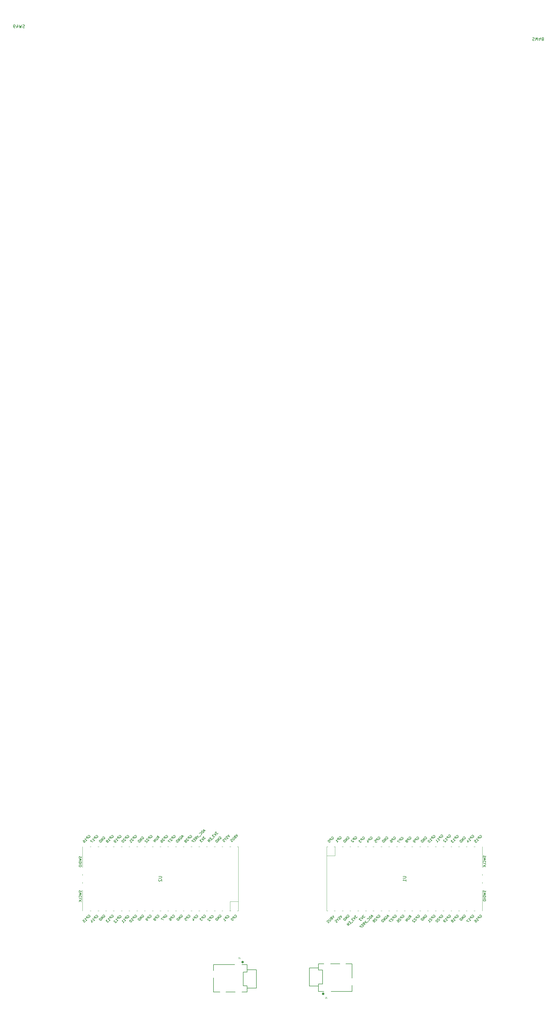
<source format=gbr>
%TF.GenerationSoftware,KiCad,Pcbnew,6.0.10-86aedd382b~118~ubuntu22.04.1*%
%TF.CreationDate,2022-12-23T10:50:55+01:00*%
%TF.ProjectId,Europe-flex,4575726f-7065-42d6-966c-65782e6b6963,rev?*%
%TF.SameCoordinates,Original*%
%TF.FileFunction,Legend,Bot*%
%TF.FilePolarity,Positive*%
%FSLAX46Y46*%
G04 Gerber Fmt 4.6, Leading zero omitted, Abs format (unit mm)*
G04 Created by KiCad (PCBNEW 6.0.10-86aedd382b~118~ubuntu22.04.1) date 2022-12-23 10:50:55*
%MOMM*%
%LPD*%
G01*
G04 APERTURE LIST*
%ADD10C,0.150000*%
%ADD11C,0.120150*%
%ADD12C,0.127000*%
%ADD13C,0.400000*%
%ADD14C,0.120000*%
%ADD15C,7.500000*%
%ADD16R,1.600000X1.600000*%
%ADD17O,1.600000X1.600000*%
%ADD18R,1.700000X1.700000*%
%ADD19O,1.700000X1.700000*%
%ADD20C,1.700000*%
%ADD21C,4.000000*%
%ADD22C,2.200000*%
%ADD23R,1.500000X1.500000*%
%ADD24O,1.500000X1.500000*%
%ADD25C,1.400000*%
%ADD26O,1.400000X1.400000*%
%ADD27R,1.800000X1.800000*%
%ADD28O,1.800000X1.800000*%
%ADD29C,1.100000*%
%ADD30R,1.650000X1.650000*%
%ADD31C,1.650000*%
%ADD32R,1.700000X3.500000*%
%ADD33R,3.500000X1.700000*%
G04 APERTURE END LIST*
D10*
%TO.C,SW48*%
X394444476Y-54627238D02*
X394587333Y-54579619D01*
X394825428Y-54579619D01*
X394920666Y-54627238D01*
X394968285Y-54674857D01*
X395015904Y-54770095D01*
X395015904Y-54865333D01*
X394968285Y-54960571D01*
X394920666Y-55008190D01*
X394825428Y-55055809D01*
X394634952Y-55103428D01*
X394539714Y-55151047D01*
X394492095Y-55198666D01*
X394444476Y-55293904D01*
X394444476Y-55389142D01*
X394492095Y-55484380D01*
X394539714Y-55532000D01*
X394634952Y-55579619D01*
X394873047Y-55579619D01*
X395015904Y-55532000D01*
X395349238Y-55579619D02*
X395587333Y-54579619D01*
X395777809Y-55293904D01*
X395968285Y-54579619D01*
X396206380Y-55579619D01*
X397015904Y-55246285D02*
X397015904Y-54579619D01*
X396777809Y-55627238D02*
X396539714Y-54912952D01*
X397158761Y-54912952D01*
X397682571Y-55151047D02*
X397587333Y-55198666D01*
X397539714Y-55246285D01*
X397492095Y-55341523D01*
X397492095Y-55389142D01*
X397539714Y-55484380D01*
X397587333Y-55532000D01*
X397682571Y-55579619D01*
X397873047Y-55579619D01*
X397968285Y-55532000D01*
X398015904Y-55484380D01*
X398063523Y-55389142D01*
X398063523Y-55341523D01*
X398015904Y-55246285D01*
X397968285Y-55198666D01*
X397873047Y-55151047D01*
X397682571Y-55151047D01*
X397587333Y-55103428D01*
X397539714Y-55055809D01*
X397492095Y-54960571D01*
X397492095Y-54770095D01*
X397539714Y-54674857D01*
X397587333Y-54627238D01*
X397682571Y-54579619D01*
X397873047Y-54579619D01*
X397968285Y-54627238D01*
X398015904Y-54674857D01*
X398063523Y-54770095D01*
X398063523Y-54960571D01*
X398015904Y-55055809D01*
X397968285Y-55103428D01*
X397873047Y-55151047D01*
D11*
%TO.C,J1*%
X327005496Y-368810085D02*
X327005496Y-369153369D01*
X327028381Y-369222026D01*
X327074153Y-369267797D01*
X327142810Y-369290683D01*
X327188581Y-369290683D01*
X326524898Y-369290683D02*
X326799525Y-369290683D01*
X326662212Y-369290683D02*
X326662212Y-368810085D01*
X326707983Y-368878742D01*
X326753754Y-368924513D01*
X326799525Y-368947399D01*
D10*
%TO.C,U2*%
X271952380Y-329318095D02*
X272761904Y-329318095D01*
X272857142Y-329365714D01*
X272904761Y-329413333D01*
X272952380Y-329508571D01*
X272952380Y-329699047D01*
X272904761Y-329794285D01*
X272857142Y-329841904D01*
X272761904Y-329889523D01*
X271952380Y-329889523D01*
X272047619Y-330318095D02*
X272000000Y-330365714D01*
X271952380Y-330460952D01*
X271952380Y-330699047D01*
X272000000Y-330794285D01*
X272047619Y-330841904D01*
X272142857Y-330889523D01*
X272238095Y-330889523D01*
X272380952Y-330841904D01*
X272952380Y-330270476D01*
X272952380Y-330889523D01*
X279940964Y-316123597D02*
X279671590Y-316392971D01*
X280156463Y-316231346D02*
X279402216Y-315854223D01*
X279779340Y-316608470D01*
X278755719Y-316554595D02*
X278782656Y-316473783D01*
X278863468Y-316392971D01*
X278971218Y-316339096D01*
X279078967Y-316339096D01*
X279159780Y-316366033D01*
X279294467Y-316446845D01*
X279375279Y-316527658D01*
X279456091Y-316662345D01*
X279483028Y-316743157D01*
X279483028Y-316850906D01*
X279429154Y-316958656D01*
X279375279Y-317012531D01*
X279267529Y-317066406D01*
X279213654Y-317066406D01*
X279025093Y-316877844D01*
X279132842Y-316770094D01*
X279025093Y-317362717D02*
X278459407Y-316797032D01*
X278701844Y-317685966D01*
X278136158Y-317120280D01*
X278432470Y-317955340D02*
X277866784Y-317389654D01*
X277732097Y-317524341D01*
X277678223Y-317632091D01*
X277678223Y-317739841D01*
X277705160Y-317820653D01*
X277785972Y-317955340D01*
X277866784Y-318036152D01*
X278001471Y-318116964D01*
X278082284Y-318143902D01*
X278190033Y-318143902D01*
X278297783Y-318090027D01*
X278432470Y-317955340D01*
X284051218Y-342193096D02*
X284078155Y-342112284D01*
X284158967Y-342031471D01*
X284266717Y-341977597D01*
X284374467Y-341977597D01*
X284455279Y-342004534D01*
X284589966Y-342085346D01*
X284670778Y-342166158D01*
X284751590Y-342300845D01*
X284778528Y-342381658D01*
X284778528Y-342489407D01*
X284724653Y-342597157D01*
X284670778Y-342651032D01*
X284563028Y-342704906D01*
X284509154Y-342704906D01*
X284320592Y-342516345D01*
X284428341Y-342408595D01*
X284320592Y-343001218D02*
X283754906Y-342435532D01*
X283539407Y-342651032D01*
X283512470Y-342731844D01*
X283512470Y-342785719D01*
X283539407Y-342866531D01*
X283620219Y-342947343D01*
X283701032Y-342974280D01*
X283754906Y-342974280D01*
X283835719Y-342947343D01*
X284051218Y-342731844D01*
X283135346Y-343432216D02*
X283512470Y-343809340D01*
X283054534Y-343082030D02*
X283593282Y-343351404D01*
X283243096Y-343701590D01*
X276431218Y-342193096D02*
X276458155Y-342112284D01*
X276538967Y-342031471D01*
X276646717Y-341977597D01*
X276754467Y-341977597D01*
X276835279Y-342004534D01*
X276969966Y-342085346D01*
X277050778Y-342166158D01*
X277131590Y-342300845D01*
X277158528Y-342381658D01*
X277158528Y-342489407D01*
X277104653Y-342597157D01*
X277050778Y-342651032D01*
X276943028Y-342704906D01*
X276889154Y-342704906D01*
X276700592Y-342516345D01*
X276808341Y-342408595D01*
X276700592Y-343001218D02*
X276134906Y-342435532D01*
X275919407Y-342651032D01*
X275892470Y-342731844D01*
X275892470Y-342785719D01*
X275919407Y-342866531D01*
X276000219Y-342947343D01*
X276081032Y-342974280D01*
X276134906Y-342974280D01*
X276215719Y-342947343D01*
X276431218Y-342731844D01*
X275326784Y-343243654D02*
X275434534Y-343135905D01*
X275515346Y-343108967D01*
X275569221Y-343108967D01*
X275703908Y-343135905D01*
X275838595Y-343216717D01*
X276054094Y-343432216D01*
X276081032Y-343513028D01*
X276081032Y-343566903D01*
X276054094Y-343647715D01*
X275946345Y-343755465D01*
X275865532Y-343782402D01*
X275811658Y-343782402D01*
X275730845Y-343755465D01*
X275596158Y-343620778D01*
X275569221Y-343539966D01*
X275569221Y-343486091D01*
X275596158Y-343405279D01*
X275703908Y-343297529D01*
X275784720Y-343270592D01*
X275838595Y-343270592D01*
X275919407Y-343297529D01*
X278998155Y-342166158D02*
X279025093Y-342085346D01*
X279105905Y-342004534D01*
X279213654Y-341950659D01*
X279321404Y-341950659D01*
X279402216Y-341977597D01*
X279536903Y-342058409D01*
X279617715Y-342139221D01*
X279698528Y-342273908D01*
X279725465Y-342354720D01*
X279725465Y-342462470D01*
X279671590Y-342570219D01*
X279617715Y-342624094D01*
X279509966Y-342677969D01*
X279456091Y-342677969D01*
X279267529Y-342489407D01*
X279375279Y-342381658D01*
X279267529Y-342974280D02*
X278701844Y-342408595D01*
X278944280Y-343297529D01*
X278378595Y-342731844D01*
X278674906Y-343566903D02*
X278109221Y-343001218D01*
X277974534Y-343135905D01*
X277920659Y-343243654D01*
X277920659Y-343351404D01*
X277947597Y-343432216D01*
X278028409Y-343566903D01*
X278109221Y-343647715D01*
X278243908Y-343728528D01*
X278324720Y-343755465D01*
X278432470Y-343755465D01*
X278540219Y-343701590D01*
X278674906Y-343566903D01*
X261460592Y-342323722D02*
X261487529Y-342242910D01*
X261568341Y-342162097D01*
X261676091Y-342108223D01*
X261783841Y-342108223D01*
X261864653Y-342135160D01*
X261999340Y-342215972D01*
X262080152Y-342296784D01*
X262160964Y-342431471D01*
X262187902Y-342512284D01*
X262187902Y-342620033D01*
X262134027Y-342727783D01*
X262080152Y-342781658D01*
X261972402Y-342835532D01*
X261918528Y-342835532D01*
X261729966Y-342646971D01*
X261837715Y-342539221D01*
X261729966Y-343131844D02*
X261164280Y-342566158D01*
X260948781Y-342781658D01*
X260921844Y-342862470D01*
X260921844Y-342916345D01*
X260948781Y-342997157D01*
X261029593Y-343077969D01*
X261110406Y-343104906D01*
X261164280Y-343104906D01*
X261245093Y-343077969D01*
X261460592Y-342862470D01*
X260867969Y-343993841D02*
X261191218Y-343670592D01*
X261029593Y-343832216D02*
X260463908Y-343266531D01*
X260598595Y-343293468D01*
X260706345Y-343293468D01*
X260787157Y-343266531D01*
X260329221Y-344532589D02*
X260652470Y-344209340D01*
X260490845Y-344370964D02*
X259925160Y-343805279D01*
X260059847Y-343832216D01*
X260167597Y-343832216D01*
X260248409Y-343805279D01*
X291698155Y-342166158D02*
X291725093Y-342085346D01*
X291805905Y-342004534D01*
X291913654Y-341950659D01*
X292021404Y-341950659D01*
X292102216Y-341977597D01*
X292236903Y-342058409D01*
X292317715Y-342139221D01*
X292398528Y-342273908D01*
X292425465Y-342354720D01*
X292425465Y-342462470D01*
X292371590Y-342570219D01*
X292317715Y-342624094D01*
X292209966Y-342677969D01*
X292156091Y-342677969D01*
X291967529Y-342489407D01*
X292075279Y-342381658D01*
X291967529Y-342974280D02*
X291401844Y-342408595D01*
X291644280Y-343297529D01*
X291078595Y-342731844D01*
X291374906Y-343566903D02*
X290809221Y-343001218D01*
X290674534Y-343135905D01*
X290620659Y-343243654D01*
X290620659Y-343351404D01*
X290647597Y-343432216D01*
X290728409Y-343566903D01*
X290809221Y-343647715D01*
X290943908Y-343728528D01*
X291024720Y-343755465D01*
X291132470Y-343755465D01*
X291240219Y-343701590D01*
X291374906Y-343566903D01*
X251300592Y-316069722D02*
X251327529Y-315988910D01*
X251408341Y-315908097D01*
X251516091Y-315854223D01*
X251623841Y-315854223D01*
X251704653Y-315881160D01*
X251839340Y-315961972D01*
X251920152Y-316042784D01*
X252000964Y-316177471D01*
X252027902Y-316258284D01*
X252027902Y-316366033D01*
X251974027Y-316473783D01*
X251920152Y-316527658D01*
X251812402Y-316581532D01*
X251758528Y-316581532D01*
X251569966Y-316392971D01*
X251677715Y-316285221D01*
X251569966Y-316877844D02*
X251004280Y-316312158D01*
X250788781Y-316527658D01*
X250761844Y-316608470D01*
X250761844Y-316662345D01*
X250788781Y-316743157D01*
X250869593Y-316823969D01*
X250950406Y-316850906D01*
X251004280Y-316850906D01*
X251085093Y-316823969D01*
X251300592Y-316608470D01*
X250707969Y-317739841D02*
X251031218Y-317416592D01*
X250869593Y-317578216D02*
X250303908Y-317012531D01*
X250438595Y-317039468D01*
X250546345Y-317039468D01*
X250627157Y-317012531D01*
X249953722Y-317362717D02*
X249576598Y-317739841D01*
X250384720Y-318063089D01*
X297427309Y-315433129D02*
X297804433Y-316187377D01*
X297050186Y-315810253D01*
X296942436Y-316456751D02*
X296888561Y-316564500D01*
X296888561Y-316618375D01*
X296915499Y-316699187D01*
X296996311Y-316780000D01*
X297077123Y-316806937D01*
X297130998Y-316806937D01*
X297211810Y-316780000D01*
X297427309Y-316564500D01*
X296861624Y-315998815D01*
X296673062Y-316187377D01*
X296646125Y-316268189D01*
X296646125Y-316322064D01*
X296673062Y-316402876D01*
X296726937Y-316456751D01*
X296807749Y-316483688D01*
X296861624Y-316483688D01*
X296942436Y-316456751D01*
X297130998Y-316268189D01*
X296295938Y-316564500D02*
X296753874Y-317022436D01*
X296780812Y-317103248D01*
X296780812Y-317157123D01*
X296753874Y-317237935D01*
X296646125Y-317345685D01*
X296565312Y-317372622D01*
X296511438Y-317372622D01*
X296430625Y-317345685D01*
X295972690Y-316887749D01*
X296269001Y-317668934D02*
X296215126Y-317776683D01*
X296080439Y-317911370D01*
X295999627Y-317938308D01*
X295945752Y-317938308D01*
X295864940Y-317911370D01*
X295811065Y-317857496D01*
X295784128Y-317776683D01*
X295784128Y-317722809D01*
X295811065Y-317641996D01*
X295891877Y-317507309D01*
X295918815Y-317426497D01*
X295918815Y-317372622D01*
X295891877Y-317291810D01*
X295838003Y-317237935D01*
X295757190Y-317210998D01*
X295703316Y-317210998D01*
X295622503Y-317237935D01*
X295487816Y-317372622D01*
X295433942Y-317480372D01*
X282034592Y-316069722D02*
X282061529Y-315988910D01*
X282142341Y-315908097D01*
X282250091Y-315854223D01*
X282357841Y-315854223D01*
X282438653Y-315881160D01*
X282573340Y-315961972D01*
X282654152Y-316042784D01*
X282734964Y-316177471D01*
X282761902Y-316258284D01*
X282761902Y-316366033D01*
X282708027Y-316473783D01*
X282654152Y-316527658D01*
X282546402Y-316581532D01*
X282492528Y-316581532D01*
X282303966Y-316392971D01*
X282411715Y-316285221D01*
X282303966Y-316877844D02*
X281738280Y-316312158D01*
X281522781Y-316527658D01*
X281495844Y-316608470D01*
X281495844Y-316662345D01*
X281522781Y-316743157D01*
X281603593Y-316823969D01*
X281684406Y-316850906D01*
X281738280Y-316850906D01*
X281819093Y-316823969D01*
X282034592Y-316608470D01*
X281253407Y-316904781D02*
X281199532Y-316904781D01*
X281118720Y-316931719D01*
X280984033Y-317066406D01*
X280957096Y-317147218D01*
X280957096Y-317201093D01*
X280984033Y-317281905D01*
X281037908Y-317335780D01*
X281145658Y-317389654D01*
X281792155Y-317389654D01*
X281441969Y-317739841D01*
X280795471Y-317739841D02*
X280822409Y-317659028D01*
X280822409Y-317605154D01*
X280795471Y-317524341D01*
X280768534Y-317497404D01*
X280687722Y-317470467D01*
X280633847Y-317470467D01*
X280553035Y-317497404D01*
X280445285Y-317605154D01*
X280418348Y-317685966D01*
X280418348Y-317739841D01*
X280445285Y-317820653D01*
X280472223Y-317847590D01*
X280553035Y-317874528D01*
X280606910Y-317874528D01*
X280687722Y-317847590D01*
X280795471Y-317739841D01*
X280876284Y-317712903D01*
X280930158Y-317712903D01*
X281010971Y-317739841D01*
X281118720Y-317847590D01*
X281145658Y-317928402D01*
X281145658Y-317982277D01*
X281118720Y-318063089D01*
X281010971Y-318170839D01*
X280930158Y-318197776D01*
X280876284Y-318197776D01*
X280795471Y-318170839D01*
X280687722Y-318063089D01*
X280660784Y-317982277D01*
X280660784Y-317928402D01*
X280687722Y-317847590D01*
X266298155Y-342166158D02*
X266325093Y-342085346D01*
X266405905Y-342004534D01*
X266513654Y-341950659D01*
X266621404Y-341950659D01*
X266702216Y-341977597D01*
X266836903Y-342058409D01*
X266917715Y-342139221D01*
X266998528Y-342273908D01*
X267025465Y-342354720D01*
X267025465Y-342462470D01*
X266971590Y-342570219D01*
X266917715Y-342624094D01*
X266809966Y-342677969D01*
X266756091Y-342677969D01*
X266567529Y-342489407D01*
X266675279Y-342381658D01*
X266567529Y-342974280D02*
X266001844Y-342408595D01*
X266244280Y-343297529D01*
X265678595Y-342731844D01*
X265974906Y-343566903D02*
X265409221Y-343001218D01*
X265274534Y-343135905D01*
X265220659Y-343243654D01*
X265220659Y-343351404D01*
X265247597Y-343432216D01*
X265328409Y-343566903D01*
X265409221Y-343647715D01*
X265543908Y-343728528D01*
X265624720Y-343755465D01*
X265732470Y-343755465D01*
X265840219Y-343701590D01*
X265974906Y-343566903D01*
X281511218Y-342193096D02*
X281538155Y-342112284D01*
X281618967Y-342031471D01*
X281726717Y-341977597D01*
X281834467Y-341977597D01*
X281915279Y-342004534D01*
X282049966Y-342085346D01*
X282130778Y-342166158D01*
X282211590Y-342300845D01*
X282238528Y-342381658D01*
X282238528Y-342489407D01*
X282184653Y-342597157D01*
X282130778Y-342651032D01*
X282023028Y-342704906D01*
X281969154Y-342704906D01*
X281780592Y-342516345D01*
X281888341Y-342408595D01*
X281780592Y-343001218D02*
X281214906Y-342435532D01*
X280999407Y-342651032D01*
X280972470Y-342731844D01*
X280972470Y-342785719D01*
X280999407Y-342866531D01*
X281080219Y-342947343D01*
X281161032Y-342974280D01*
X281214906Y-342974280D01*
X281295719Y-342947343D01*
X281511218Y-342731844D01*
X280379847Y-343270592D02*
X280649221Y-343001218D01*
X280945532Y-343243654D01*
X280891658Y-343243654D01*
X280810845Y-343270592D01*
X280676158Y-343405279D01*
X280649221Y-343486091D01*
X280649221Y-343539966D01*
X280676158Y-343620778D01*
X280810845Y-343755465D01*
X280891658Y-343782402D01*
X280945532Y-343782402D01*
X281026345Y-343755465D01*
X281161032Y-343620778D01*
X281187969Y-343539966D01*
X281187969Y-343486091D01*
X286790592Y-316169847D02*
X286440406Y-316520033D01*
X286844467Y-316546971D01*
X286763654Y-316627783D01*
X286736717Y-316708595D01*
X286736717Y-316762470D01*
X286763654Y-316843282D01*
X286898341Y-316977969D01*
X286979154Y-317004906D01*
X287033028Y-317004906D01*
X287113841Y-316977969D01*
X287275465Y-316816345D01*
X287302402Y-316735532D01*
X287302402Y-316681658D01*
X286278781Y-316681658D02*
X286655905Y-317435905D01*
X285901658Y-317058781D01*
X285766971Y-317193468D02*
X285416784Y-317543654D01*
X285820845Y-317570592D01*
X285740033Y-317651404D01*
X285713096Y-317732216D01*
X285713096Y-317786091D01*
X285740033Y-317866903D01*
X285874720Y-318001590D01*
X285955532Y-318028528D01*
X286009407Y-318028528D01*
X286090219Y-318001590D01*
X286251844Y-317839966D01*
X286278781Y-317759154D01*
X286278781Y-317705279D01*
X294221218Y-342293096D02*
X294248155Y-342212284D01*
X294328967Y-342131471D01*
X294436717Y-342077597D01*
X294544467Y-342077597D01*
X294625279Y-342104534D01*
X294759966Y-342185346D01*
X294840778Y-342266158D01*
X294921590Y-342400845D01*
X294948528Y-342481658D01*
X294948528Y-342589407D01*
X294894653Y-342697157D01*
X294840778Y-342751032D01*
X294733028Y-342804906D01*
X294679154Y-342804906D01*
X294490592Y-342616345D01*
X294598341Y-342508595D01*
X294490592Y-343101218D02*
X293924906Y-342535532D01*
X293709407Y-342751032D01*
X293682470Y-342831844D01*
X293682470Y-342885719D01*
X293709407Y-342966531D01*
X293790219Y-343047343D01*
X293871032Y-343074280D01*
X293924906Y-343074280D01*
X294005719Y-343047343D01*
X294221218Y-342831844D01*
X293628595Y-343963215D02*
X293951844Y-343639966D01*
X293790219Y-343801590D02*
X293224534Y-343235905D01*
X293359221Y-343262842D01*
X293466971Y-343262842D01*
X293547783Y-343235905D01*
X274160592Y-316069722D02*
X274187529Y-315988910D01*
X274268341Y-315908097D01*
X274376091Y-315854223D01*
X274483841Y-315854223D01*
X274564653Y-315881160D01*
X274699340Y-315961972D01*
X274780152Y-316042784D01*
X274860964Y-316177471D01*
X274887902Y-316258284D01*
X274887902Y-316366033D01*
X274834027Y-316473783D01*
X274780152Y-316527658D01*
X274672402Y-316581532D01*
X274618528Y-316581532D01*
X274429966Y-316392971D01*
X274537715Y-316285221D01*
X274429966Y-316877844D02*
X273864280Y-316312158D01*
X273648781Y-316527658D01*
X273621844Y-316608470D01*
X273621844Y-316662345D01*
X273648781Y-316743157D01*
X273729593Y-316823969D01*
X273810406Y-316850906D01*
X273864280Y-316850906D01*
X273945093Y-316823969D01*
X274160592Y-316608470D01*
X273379407Y-316904781D02*
X273325532Y-316904781D01*
X273244720Y-316931719D01*
X273110033Y-317066406D01*
X273083096Y-317147218D01*
X273083096Y-317201093D01*
X273110033Y-317281905D01*
X273163908Y-317335780D01*
X273271658Y-317389654D01*
X273918155Y-317389654D01*
X273567969Y-317739841D01*
X272517410Y-317659028D02*
X272625160Y-317551279D01*
X272705972Y-317524341D01*
X272759847Y-317524341D01*
X272894534Y-317551279D01*
X273029221Y-317632091D01*
X273244720Y-317847590D01*
X273271658Y-317928402D01*
X273271658Y-317982277D01*
X273244720Y-318063089D01*
X273136971Y-318170839D01*
X273056158Y-318197776D01*
X273002284Y-318197776D01*
X272921471Y-318170839D01*
X272786784Y-318036152D01*
X272759847Y-317955340D01*
X272759847Y-317901465D01*
X272786784Y-317820653D01*
X272894534Y-317712903D01*
X272975346Y-317685966D01*
X273029221Y-317685966D01*
X273110033Y-317712903D01*
X246623809Y-322784761D02*
X246661904Y-322899047D01*
X246661904Y-323089523D01*
X246623809Y-323165714D01*
X246585714Y-323203809D01*
X246509523Y-323241904D01*
X246433333Y-323241904D01*
X246357142Y-323203809D01*
X246319047Y-323165714D01*
X246280952Y-323089523D01*
X246242857Y-322937142D01*
X246204761Y-322860952D01*
X246166666Y-322822857D01*
X246090476Y-322784761D01*
X246014285Y-322784761D01*
X245938095Y-322822857D01*
X245900000Y-322860952D01*
X245861904Y-322937142D01*
X245861904Y-323127619D01*
X245900000Y-323241904D01*
X245861904Y-323508571D02*
X246661904Y-323699047D01*
X246090476Y-323851428D01*
X246661904Y-324003809D01*
X245861904Y-324194285D01*
X246661904Y-324499047D02*
X245861904Y-324499047D01*
X245861904Y-324689523D01*
X245900000Y-324803809D01*
X245976190Y-324880000D01*
X246052380Y-324918095D01*
X246204761Y-324956190D01*
X246319047Y-324956190D01*
X246471428Y-324918095D01*
X246547619Y-324880000D01*
X246623809Y-324803809D01*
X246661904Y-324689523D01*
X246661904Y-324499047D01*
X246661904Y-325299047D02*
X245861904Y-325299047D01*
X245861904Y-325832380D02*
X245861904Y-325984761D01*
X245900000Y-326060952D01*
X245976190Y-326137142D01*
X246128571Y-326175238D01*
X246395238Y-326175238D01*
X246547619Y-326137142D01*
X246623809Y-326060952D01*
X246661904Y-325984761D01*
X246661904Y-325832380D01*
X246623809Y-325756190D01*
X246547619Y-325680000D01*
X246395238Y-325641904D01*
X246128571Y-325641904D01*
X245976190Y-325680000D01*
X245900000Y-325756190D01*
X245861904Y-325832380D01*
X290858308Y-314602131D02*
X290508122Y-314952317D01*
X290912183Y-314979255D01*
X290831370Y-315060067D01*
X290804433Y-315140879D01*
X290804433Y-315194754D01*
X290831370Y-315275566D01*
X290966057Y-315410253D01*
X291046870Y-315437190D01*
X291100744Y-315437190D01*
X291181557Y-315410253D01*
X291343181Y-315248629D01*
X291370118Y-315167816D01*
X291370118Y-315113942D01*
X290346497Y-315113942D02*
X290723621Y-315868189D01*
X289969374Y-315491065D01*
X289834687Y-315625752D02*
X289484500Y-315975938D01*
X289888561Y-316002876D01*
X289807749Y-316083688D01*
X289780812Y-316164500D01*
X289780812Y-316218375D01*
X289807749Y-316299187D01*
X289942436Y-316433874D01*
X290023248Y-316460812D01*
X290077123Y-316460812D01*
X290157935Y-316433874D01*
X290319560Y-316272250D01*
X290346497Y-316191438D01*
X290346497Y-316137563D01*
X289996311Y-316703248D02*
X289565312Y-317134247D01*
X289080439Y-316918748D02*
X288891877Y-317107309D01*
X289107377Y-317484433D02*
X289376751Y-317215059D01*
X288811065Y-316649374D01*
X288541691Y-316918748D01*
X288864940Y-317726870D02*
X288299255Y-317161184D01*
X288541691Y-318050118D01*
X287976006Y-317484433D01*
X263990592Y-316069722D02*
X264017529Y-315988910D01*
X264098341Y-315908097D01*
X264206091Y-315854223D01*
X264313841Y-315854223D01*
X264394653Y-315881160D01*
X264529340Y-315961972D01*
X264610152Y-316042784D01*
X264690964Y-316177471D01*
X264717902Y-316258284D01*
X264717902Y-316366033D01*
X264664027Y-316473783D01*
X264610152Y-316527658D01*
X264502402Y-316581532D01*
X264448528Y-316581532D01*
X264259966Y-316392971D01*
X264367715Y-316285221D01*
X264259966Y-316877844D02*
X263694280Y-316312158D01*
X263478781Y-316527658D01*
X263451844Y-316608470D01*
X263451844Y-316662345D01*
X263478781Y-316743157D01*
X263559593Y-316823969D01*
X263640406Y-316850906D01*
X263694280Y-316850906D01*
X263775093Y-316823969D01*
X263990592Y-316608470D01*
X263209407Y-316904781D02*
X263155532Y-316904781D01*
X263074720Y-316931719D01*
X262940033Y-317066406D01*
X262913096Y-317147218D01*
X262913096Y-317201093D01*
X262940033Y-317281905D01*
X262993908Y-317335780D01*
X263101658Y-317389654D01*
X263748155Y-317389654D01*
X263397969Y-317739841D01*
X262859221Y-318278589D02*
X263182470Y-317955340D01*
X263020845Y-318116964D02*
X262455160Y-317551279D01*
X262589847Y-317578216D01*
X262697597Y-317578216D01*
X262778409Y-317551279D01*
X258920592Y-316069722D02*
X258947529Y-315988910D01*
X259028341Y-315908097D01*
X259136091Y-315854223D01*
X259243841Y-315854223D01*
X259324653Y-315881160D01*
X259459340Y-315961972D01*
X259540152Y-316042784D01*
X259620964Y-316177471D01*
X259647902Y-316258284D01*
X259647902Y-316366033D01*
X259594027Y-316473783D01*
X259540152Y-316527658D01*
X259432402Y-316581532D01*
X259378528Y-316581532D01*
X259189966Y-316392971D01*
X259297715Y-316285221D01*
X259189966Y-316877844D02*
X258624280Y-316312158D01*
X258408781Y-316527658D01*
X258381844Y-316608470D01*
X258381844Y-316662345D01*
X258408781Y-316743157D01*
X258489593Y-316823969D01*
X258570406Y-316850906D01*
X258624280Y-316850906D01*
X258705093Y-316823969D01*
X258920592Y-316608470D01*
X258327969Y-317739841D02*
X258651218Y-317416592D01*
X258489593Y-317578216D02*
X257923908Y-317012531D01*
X258058595Y-317039468D01*
X258166345Y-317039468D01*
X258247157Y-317012531D01*
X258058595Y-318009215D02*
X257950845Y-318116964D01*
X257870033Y-318143902D01*
X257816158Y-318143902D01*
X257681471Y-318116964D01*
X257546784Y-318036152D01*
X257331285Y-317820653D01*
X257304348Y-317739841D01*
X257304348Y-317685966D01*
X257331285Y-317605154D01*
X257439035Y-317497404D01*
X257519847Y-317470467D01*
X257573722Y-317470467D01*
X257654534Y-317497404D01*
X257789221Y-317632091D01*
X257816158Y-317712903D01*
X257816158Y-317766778D01*
X257789221Y-317847590D01*
X257681471Y-317955340D01*
X257600659Y-317982277D01*
X257546784Y-317982277D01*
X257465972Y-317955340D01*
X286591218Y-342193096D02*
X286618155Y-342112284D01*
X286698967Y-342031471D01*
X286806717Y-341977597D01*
X286914467Y-341977597D01*
X286995279Y-342004534D01*
X287129966Y-342085346D01*
X287210778Y-342166158D01*
X287291590Y-342300845D01*
X287318528Y-342381658D01*
X287318528Y-342489407D01*
X287264653Y-342597157D01*
X287210778Y-342651032D01*
X287103028Y-342704906D01*
X287049154Y-342704906D01*
X286860592Y-342516345D01*
X286968341Y-342408595D01*
X286860592Y-343001218D02*
X286294906Y-342435532D01*
X286079407Y-342651032D01*
X286052470Y-342731844D01*
X286052470Y-342785719D01*
X286079407Y-342866531D01*
X286160219Y-342947343D01*
X286241032Y-342974280D01*
X286294906Y-342974280D01*
X286375719Y-342947343D01*
X286591218Y-342731844D01*
X285783096Y-342947343D02*
X285432910Y-343297529D01*
X285836971Y-343324467D01*
X285756158Y-343405279D01*
X285729221Y-343486091D01*
X285729221Y-343539966D01*
X285756158Y-343620778D01*
X285890845Y-343755465D01*
X285971658Y-343782402D01*
X286025532Y-343782402D01*
X286106345Y-343755465D01*
X286267969Y-343593841D01*
X286294906Y-343513028D01*
X286294906Y-343459154D01*
X253598155Y-316566158D02*
X253625093Y-316485346D01*
X253705905Y-316404534D01*
X253813654Y-316350659D01*
X253921404Y-316350659D01*
X254002216Y-316377597D01*
X254136903Y-316458409D01*
X254217715Y-316539221D01*
X254298528Y-316673908D01*
X254325465Y-316754720D01*
X254325465Y-316862470D01*
X254271590Y-316970219D01*
X254217715Y-317024094D01*
X254109966Y-317077969D01*
X254056091Y-317077969D01*
X253867529Y-316889407D01*
X253975279Y-316781658D01*
X253867529Y-317374280D02*
X253301844Y-316808595D01*
X253544280Y-317697529D01*
X252978595Y-317131844D01*
X253274906Y-317966903D02*
X252709221Y-317401218D01*
X252574534Y-317535905D01*
X252520659Y-317643654D01*
X252520659Y-317751404D01*
X252547597Y-317832216D01*
X252628409Y-317966903D01*
X252709221Y-318047715D01*
X252843908Y-318128528D01*
X252924720Y-318155465D01*
X253032470Y-318155465D01*
X253140219Y-318101590D01*
X253274906Y-317966903D01*
X258920592Y-342323722D02*
X258947529Y-342242910D01*
X259028341Y-342162097D01*
X259136091Y-342108223D01*
X259243841Y-342108223D01*
X259324653Y-342135160D01*
X259459340Y-342215972D01*
X259540152Y-342296784D01*
X259620964Y-342431471D01*
X259647902Y-342512284D01*
X259647902Y-342620033D01*
X259594027Y-342727783D01*
X259540152Y-342781658D01*
X259432402Y-342835532D01*
X259378528Y-342835532D01*
X259189966Y-342646971D01*
X259297715Y-342539221D01*
X259189966Y-343131844D02*
X258624280Y-342566158D01*
X258408781Y-342781658D01*
X258381844Y-342862470D01*
X258381844Y-342916345D01*
X258408781Y-342997157D01*
X258489593Y-343077969D01*
X258570406Y-343104906D01*
X258624280Y-343104906D01*
X258705093Y-343077969D01*
X258920592Y-342862470D01*
X258327969Y-343993841D02*
X258651218Y-343670592D01*
X258489593Y-343832216D02*
X257923908Y-343266531D01*
X258058595Y-343293468D01*
X258166345Y-343293468D01*
X258247157Y-343266531D01*
X257600659Y-343697529D02*
X257546784Y-343697529D01*
X257465972Y-343724467D01*
X257331285Y-343859154D01*
X257304348Y-343939966D01*
X257304348Y-343993841D01*
X257331285Y-344074653D01*
X257385160Y-344128528D01*
X257492910Y-344182402D01*
X258139407Y-344182402D01*
X257789221Y-344532589D01*
X291698155Y-316566158D02*
X291725093Y-316485346D01*
X291805905Y-316404534D01*
X291913654Y-316350659D01*
X292021404Y-316350659D01*
X292102216Y-316377597D01*
X292236903Y-316458409D01*
X292317715Y-316539221D01*
X292398528Y-316673908D01*
X292425465Y-316754720D01*
X292425465Y-316862470D01*
X292371590Y-316970219D01*
X292317715Y-317024094D01*
X292209966Y-317077969D01*
X292156091Y-317077969D01*
X291967529Y-316889407D01*
X292075279Y-316781658D01*
X291967529Y-317374280D02*
X291401844Y-316808595D01*
X291644280Y-317697529D01*
X291078595Y-317131844D01*
X291374906Y-317966903D02*
X290809221Y-317401218D01*
X290674534Y-317535905D01*
X290620659Y-317643654D01*
X290620659Y-317751404D01*
X290647597Y-317832216D01*
X290728409Y-317966903D01*
X290809221Y-318047715D01*
X290943908Y-318128528D01*
X291024720Y-318155465D01*
X291132470Y-318155465D01*
X291240219Y-318101590D01*
X291374906Y-317966903D01*
X261460592Y-316069722D02*
X261487529Y-315988910D01*
X261568341Y-315908097D01*
X261676091Y-315854223D01*
X261783841Y-315854223D01*
X261864653Y-315881160D01*
X261999340Y-315961972D01*
X262080152Y-316042784D01*
X262160964Y-316177471D01*
X262187902Y-316258284D01*
X262187902Y-316366033D01*
X262134027Y-316473783D01*
X262080152Y-316527658D01*
X261972402Y-316581532D01*
X261918528Y-316581532D01*
X261729966Y-316392971D01*
X261837715Y-316285221D01*
X261729966Y-316877844D02*
X261164280Y-316312158D01*
X260948781Y-316527658D01*
X260921844Y-316608470D01*
X260921844Y-316662345D01*
X260948781Y-316743157D01*
X261029593Y-316823969D01*
X261110406Y-316850906D01*
X261164280Y-316850906D01*
X261245093Y-316823969D01*
X261460592Y-316608470D01*
X260679407Y-316904781D02*
X260625532Y-316904781D01*
X260544720Y-316931719D01*
X260410033Y-317066406D01*
X260383096Y-317147218D01*
X260383096Y-317201093D01*
X260410033Y-317281905D01*
X260463908Y-317335780D01*
X260571658Y-317389654D01*
X261218155Y-317389654D01*
X260867969Y-317739841D01*
X259952097Y-317524341D02*
X259898223Y-317578216D01*
X259871285Y-317659028D01*
X259871285Y-317712903D01*
X259898223Y-317793715D01*
X259979035Y-317928402D01*
X260113722Y-318063089D01*
X260248409Y-318143902D01*
X260329221Y-318170839D01*
X260383096Y-318170839D01*
X260463908Y-318143902D01*
X260517783Y-318090027D01*
X260544720Y-318009215D01*
X260544720Y-317955340D01*
X260517783Y-317874528D01*
X260436971Y-317739841D01*
X260302284Y-317605154D01*
X260167597Y-317524341D01*
X260086784Y-317497404D01*
X260032910Y-317497404D01*
X259952097Y-317524341D01*
X266298155Y-316566158D02*
X266325093Y-316485346D01*
X266405905Y-316404534D01*
X266513654Y-316350659D01*
X266621404Y-316350659D01*
X266702216Y-316377597D01*
X266836903Y-316458409D01*
X266917715Y-316539221D01*
X266998528Y-316673908D01*
X267025465Y-316754720D01*
X267025465Y-316862470D01*
X266971590Y-316970219D01*
X266917715Y-317024094D01*
X266809966Y-317077969D01*
X266756091Y-317077969D01*
X266567529Y-316889407D01*
X266675279Y-316781658D01*
X266567529Y-317374280D02*
X266001844Y-316808595D01*
X266244280Y-317697529D01*
X265678595Y-317131844D01*
X265974906Y-317966903D02*
X265409221Y-317401218D01*
X265274534Y-317535905D01*
X265220659Y-317643654D01*
X265220659Y-317751404D01*
X265247597Y-317832216D01*
X265328409Y-317966903D01*
X265409221Y-318047715D01*
X265543908Y-318128528D01*
X265624720Y-318155465D01*
X265732470Y-318155465D01*
X265840219Y-318101590D01*
X265974906Y-317966903D01*
X248760592Y-342177722D02*
X248787529Y-342096910D01*
X248868341Y-342016097D01*
X248976091Y-341962223D01*
X249083841Y-341962223D01*
X249164653Y-341989160D01*
X249299340Y-342069972D01*
X249380152Y-342150784D01*
X249460964Y-342285471D01*
X249487902Y-342366284D01*
X249487902Y-342474033D01*
X249434027Y-342581783D01*
X249380152Y-342635658D01*
X249272402Y-342689532D01*
X249218528Y-342689532D01*
X249029966Y-342500971D01*
X249137715Y-342393221D01*
X249029966Y-342985844D02*
X248464280Y-342420158D01*
X248248781Y-342635658D01*
X248221844Y-342716470D01*
X248221844Y-342770345D01*
X248248781Y-342851157D01*
X248329593Y-342931969D01*
X248410406Y-342958906D01*
X248464280Y-342958906D01*
X248545093Y-342931969D01*
X248760592Y-342716470D01*
X248167969Y-343847841D02*
X248491218Y-343524592D01*
X248329593Y-343686216D02*
X247763908Y-343120531D01*
X247898595Y-343147468D01*
X248006345Y-343147468D01*
X248087157Y-343120531D01*
X247090473Y-343793966D02*
X247359847Y-343524592D01*
X247656158Y-343767028D01*
X247602284Y-343767028D01*
X247521471Y-343793966D01*
X247386784Y-343928653D01*
X247359847Y-344009465D01*
X247359847Y-344063340D01*
X247386784Y-344144152D01*
X247521471Y-344278839D01*
X247602284Y-344305776D01*
X247656158Y-344305776D01*
X247736971Y-344278839D01*
X247871658Y-344144152D01*
X247898595Y-344063340D01*
X247898595Y-344009465D01*
X296751218Y-342193096D02*
X296778155Y-342112284D01*
X296858967Y-342031471D01*
X296966717Y-341977597D01*
X297074467Y-341977597D01*
X297155279Y-342004534D01*
X297289966Y-342085346D01*
X297370778Y-342166158D01*
X297451590Y-342300845D01*
X297478528Y-342381658D01*
X297478528Y-342489407D01*
X297424653Y-342597157D01*
X297370778Y-342651032D01*
X297263028Y-342704906D01*
X297209154Y-342704906D01*
X297020592Y-342516345D01*
X297128341Y-342408595D01*
X297020592Y-343001218D02*
X296454906Y-342435532D01*
X296239407Y-342651032D01*
X296212470Y-342731844D01*
X296212470Y-342785719D01*
X296239407Y-342866531D01*
X296320219Y-342947343D01*
X296401032Y-342974280D01*
X296454906Y-342974280D01*
X296535719Y-342947343D01*
X296751218Y-342731844D01*
X295781471Y-343108967D02*
X295727597Y-343162842D01*
X295700659Y-343243654D01*
X295700659Y-343297529D01*
X295727597Y-343378341D01*
X295808409Y-343513028D01*
X295943096Y-343647715D01*
X296077783Y-343728528D01*
X296158595Y-343755465D01*
X296212470Y-343755465D01*
X296293282Y-343728528D01*
X296347157Y-343674653D01*
X296374094Y-343593841D01*
X296374094Y-343539966D01*
X296347157Y-343459154D01*
X296266345Y-343324467D01*
X296131658Y-343189780D01*
X295996971Y-343108967D01*
X295916158Y-343082030D01*
X295862284Y-343082030D01*
X295781471Y-343108967D01*
X253598155Y-342166158D02*
X253625093Y-342085346D01*
X253705905Y-342004534D01*
X253813654Y-341950659D01*
X253921404Y-341950659D01*
X254002216Y-341977597D01*
X254136903Y-342058409D01*
X254217715Y-342139221D01*
X254298528Y-342273908D01*
X254325465Y-342354720D01*
X254325465Y-342462470D01*
X254271590Y-342570219D01*
X254217715Y-342624094D01*
X254109966Y-342677969D01*
X254056091Y-342677969D01*
X253867529Y-342489407D01*
X253975279Y-342381658D01*
X253867529Y-342974280D02*
X253301844Y-342408595D01*
X253544280Y-343297529D01*
X252978595Y-342731844D01*
X253274906Y-343566903D02*
X252709221Y-343001218D01*
X252574534Y-343135905D01*
X252520659Y-343243654D01*
X252520659Y-343351404D01*
X252547597Y-343432216D01*
X252628409Y-343566903D01*
X252709221Y-343647715D01*
X252843908Y-343728528D01*
X252924720Y-343755465D01*
X253032470Y-343755465D01*
X253140219Y-343701590D01*
X253274906Y-343566903D01*
X276690592Y-316069722D02*
X276717529Y-315988910D01*
X276798341Y-315908097D01*
X276906091Y-315854223D01*
X277013841Y-315854223D01*
X277094653Y-315881160D01*
X277229340Y-315961972D01*
X277310152Y-316042784D01*
X277390964Y-316177471D01*
X277417902Y-316258284D01*
X277417902Y-316366033D01*
X277364027Y-316473783D01*
X277310152Y-316527658D01*
X277202402Y-316581532D01*
X277148528Y-316581532D01*
X276959966Y-316392971D01*
X277067715Y-316285221D01*
X276959966Y-316877844D02*
X276394280Y-316312158D01*
X276178781Y-316527658D01*
X276151844Y-316608470D01*
X276151844Y-316662345D01*
X276178781Y-316743157D01*
X276259593Y-316823969D01*
X276340406Y-316850906D01*
X276394280Y-316850906D01*
X276475093Y-316823969D01*
X276690592Y-316608470D01*
X275909407Y-316904781D02*
X275855532Y-316904781D01*
X275774720Y-316931719D01*
X275640033Y-317066406D01*
X275613096Y-317147218D01*
X275613096Y-317201093D01*
X275640033Y-317281905D01*
X275693908Y-317335780D01*
X275801658Y-317389654D01*
X276448155Y-317389654D01*
X276097969Y-317739841D01*
X275343722Y-317362717D02*
X274966598Y-317739841D01*
X275774720Y-318063089D01*
X271351218Y-342193096D02*
X271378155Y-342112284D01*
X271458967Y-342031471D01*
X271566717Y-341977597D01*
X271674467Y-341977597D01*
X271755279Y-342004534D01*
X271889966Y-342085346D01*
X271970778Y-342166158D01*
X272051590Y-342300845D01*
X272078528Y-342381658D01*
X272078528Y-342489407D01*
X272024653Y-342597157D01*
X271970778Y-342651032D01*
X271863028Y-342704906D01*
X271809154Y-342704906D01*
X271620592Y-342516345D01*
X271728341Y-342408595D01*
X271620592Y-343001218D02*
X271054906Y-342435532D01*
X270839407Y-342651032D01*
X270812470Y-342731844D01*
X270812470Y-342785719D01*
X270839407Y-342866531D01*
X270920219Y-342947343D01*
X271001032Y-342974280D01*
X271054906Y-342974280D01*
X271135719Y-342947343D01*
X271351218Y-342731844D01*
X270650845Y-343324467D02*
X270677783Y-343243654D01*
X270677783Y-343189780D01*
X270650845Y-343108967D01*
X270623908Y-343082030D01*
X270543096Y-343055093D01*
X270489221Y-343055093D01*
X270408409Y-343082030D01*
X270300659Y-343189780D01*
X270273722Y-343270592D01*
X270273722Y-343324467D01*
X270300659Y-343405279D01*
X270327597Y-343432216D01*
X270408409Y-343459154D01*
X270462284Y-343459154D01*
X270543096Y-343432216D01*
X270650845Y-343324467D01*
X270731658Y-343297529D01*
X270785532Y-343297529D01*
X270866345Y-343324467D01*
X270974094Y-343432216D01*
X271001032Y-343513028D01*
X271001032Y-343566903D01*
X270974094Y-343647715D01*
X270866345Y-343755465D01*
X270785532Y-343782402D01*
X270731658Y-343782402D01*
X270650845Y-343755465D01*
X270543096Y-343647715D01*
X270516158Y-343566903D01*
X270516158Y-343513028D01*
X270543096Y-343432216D01*
X273921218Y-342093096D02*
X273948155Y-342012284D01*
X274028967Y-341931471D01*
X274136717Y-341877597D01*
X274244467Y-341877597D01*
X274325279Y-341904534D01*
X274459966Y-341985346D01*
X274540778Y-342066158D01*
X274621590Y-342200845D01*
X274648528Y-342281658D01*
X274648528Y-342389407D01*
X274594653Y-342497157D01*
X274540778Y-342551032D01*
X274433028Y-342604906D01*
X274379154Y-342604906D01*
X274190592Y-342416345D01*
X274298341Y-342308595D01*
X274190592Y-342901218D02*
X273624906Y-342335532D01*
X273409407Y-342551032D01*
X273382470Y-342631844D01*
X273382470Y-342685719D01*
X273409407Y-342766531D01*
X273490219Y-342847343D01*
X273571032Y-342874280D01*
X273624906Y-342874280D01*
X273705719Y-342847343D01*
X273921218Y-342631844D01*
X273113096Y-342847343D02*
X272735972Y-343224467D01*
X273544094Y-343547715D01*
X248760592Y-316069722D02*
X248787529Y-315988910D01*
X248868341Y-315908097D01*
X248976091Y-315854223D01*
X249083841Y-315854223D01*
X249164653Y-315881160D01*
X249299340Y-315961972D01*
X249380152Y-316042784D01*
X249460964Y-316177471D01*
X249487902Y-316258284D01*
X249487902Y-316366033D01*
X249434027Y-316473783D01*
X249380152Y-316527658D01*
X249272402Y-316581532D01*
X249218528Y-316581532D01*
X249029966Y-316392971D01*
X249137715Y-316285221D01*
X249029966Y-316877844D02*
X248464280Y-316312158D01*
X248248781Y-316527658D01*
X248221844Y-316608470D01*
X248221844Y-316662345D01*
X248248781Y-316743157D01*
X248329593Y-316823969D01*
X248410406Y-316850906D01*
X248464280Y-316850906D01*
X248545093Y-316823969D01*
X248760592Y-316608470D01*
X248167969Y-317739841D02*
X248491218Y-317416592D01*
X248329593Y-317578216D02*
X247763908Y-317012531D01*
X247898595Y-317039468D01*
X248006345Y-317039468D01*
X248087157Y-317012531D01*
X247117410Y-317659028D02*
X247225160Y-317551279D01*
X247305972Y-317524341D01*
X247359847Y-317524341D01*
X247494534Y-317551279D01*
X247629221Y-317632091D01*
X247844720Y-317847590D01*
X247871658Y-317928402D01*
X247871658Y-317982277D01*
X247844720Y-318063089D01*
X247736971Y-318170839D01*
X247656158Y-318197776D01*
X247602284Y-318197776D01*
X247521471Y-318170839D01*
X247386784Y-318036152D01*
X247359847Y-317955340D01*
X247359847Y-317901465D01*
X247386784Y-317820653D01*
X247494534Y-317712903D01*
X247575346Y-317685966D01*
X247629221Y-317685966D01*
X247710033Y-317712903D01*
X271903435Y-316918375D02*
X271822622Y-316460439D01*
X272226683Y-316595126D02*
X271660998Y-316029441D01*
X271445499Y-316244940D01*
X271418561Y-316325752D01*
X271418561Y-316379627D01*
X271445499Y-316460439D01*
X271526311Y-316541251D01*
X271607123Y-316568189D01*
X271660998Y-316568189D01*
X271741810Y-316541251D01*
X271957309Y-316325752D01*
X271095312Y-316595126D02*
X271553248Y-317053062D01*
X271580186Y-317133874D01*
X271580186Y-317187749D01*
X271553248Y-317268561D01*
X271445499Y-317376311D01*
X271364687Y-317403248D01*
X271310812Y-317403248D01*
X271230000Y-317376311D01*
X270772064Y-316918375D01*
X271068375Y-317753435D02*
X270502690Y-317187749D01*
X270745126Y-318076683D01*
X270179441Y-317510998D01*
X256380592Y-316069722D02*
X256407529Y-315988910D01*
X256488341Y-315908097D01*
X256596091Y-315854223D01*
X256703841Y-315854223D01*
X256784653Y-315881160D01*
X256919340Y-315961972D01*
X257000152Y-316042784D01*
X257080964Y-316177471D01*
X257107902Y-316258284D01*
X257107902Y-316366033D01*
X257054027Y-316473783D01*
X257000152Y-316527658D01*
X256892402Y-316581532D01*
X256838528Y-316581532D01*
X256649966Y-316392971D01*
X256757715Y-316285221D01*
X256649966Y-316877844D02*
X256084280Y-316312158D01*
X255868781Y-316527658D01*
X255841844Y-316608470D01*
X255841844Y-316662345D01*
X255868781Y-316743157D01*
X255949593Y-316823969D01*
X256030406Y-316850906D01*
X256084280Y-316850906D01*
X256165093Y-316823969D01*
X256380592Y-316608470D01*
X255787969Y-317739841D02*
X256111218Y-317416592D01*
X255949593Y-317578216D02*
X255383908Y-317012531D01*
X255518595Y-317039468D01*
X255626345Y-317039468D01*
X255707157Y-317012531D01*
X255141471Y-317739841D02*
X255168409Y-317659028D01*
X255168409Y-317605154D01*
X255141471Y-317524341D01*
X255114534Y-317497404D01*
X255033722Y-317470467D01*
X254979847Y-317470467D01*
X254899035Y-317497404D01*
X254791285Y-317605154D01*
X254764348Y-317685966D01*
X254764348Y-317739841D01*
X254791285Y-317820653D01*
X254818223Y-317847590D01*
X254899035Y-317874528D01*
X254952910Y-317874528D01*
X255033722Y-317847590D01*
X255141471Y-317739841D01*
X255222284Y-317712903D01*
X255276158Y-317712903D01*
X255356971Y-317739841D01*
X255464720Y-317847590D01*
X255491658Y-317928402D01*
X255491658Y-317982277D01*
X255464720Y-318063089D01*
X255356971Y-318170839D01*
X255276158Y-318197776D01*
X255222284Y-318197776D01*
X255141471Y-318170839D01*
X255033722Y-318063089D01*
X255006784Y-317982277D01*
X255006784Y-317928402D01*
X255033722Y-317847590D01*
X251300592Y-342223722D02*
X251327529Y-342142910D01*
X251408341Y-342062097D01*
X251516091Y-342008223D01*
X251623841Y-342008223D01*
X251704653Y-342035160D01*
X251839340Y-342115972D01*
X251920152Y-342196784D01*
X252000964Y-342331471D01*
X252027902Y-342412284D01*
X252027902Y-342520033D01*
X251974027Y-342627783D01*
X251920152Y-342681658D01*
X251812402Y-342735532D01*
X251758528Y-342735532D01*
X251569966Y-342546971D01*
X251677715Y-342439221D01*
X251569966Y-343031844D02*
X251004280Y-342466158D01*
X250788781Y-342681658D01*
X250761844Y-342762470D01*
X250761844Y-342816345D01*
X250788781Y-342897157D01*
X250869593Y-342977969D01*
X250950406Y-343004906D01*
X251004280Y-343004906D01*
X251085093Y-342977969D01*
X251300592Y-342762470D01*
X250707969Y-343893841D02*
X251031218Y-343570592D01*
X250869593Y-343732216D02*
X250303908Y-343166531D01*
X250438595Y-343193468D01*
X250546345Y-343193468D01*
X250627157Y-343166531D01*
X249845972Y-344001590D02*
X250223096Y-344378714D01*
X249765160Y-343651404D02*
X250303908Y-343920778D01*
X249953722Y-344270964D01*
X287033773Y-314234788D02*
X286764399Y-314504162D01*
X287249272Y-314342537D02*
X286495025Y-313965414D01*
X286872149Y-314719661D01*
X286683587Y-314908223D02*
X286117902Y-314342537D01*
X285983215Y-314477224D01*
X285929340Y-314584974D01*
X285929340Y-314692723D01*
X285956277Y-314773536D01*
X286037089Y-314908223D01*
X286117902Y-314989035D01*
X286252589Y-315069847D01*
X286333401Y-315096784D01*
X286441150Y-315096784D01*
X286548900Y-315042910D01*
X286683587Y-314908223D01*
X285740778Y-315743282D02*
X285794653Y-315743282D01*
X285902402Y-315689407D01*
X285956277Y-315635532D01*
X286010152Y-315527783D01*
X286010152Y-315420033D01*
X285983215Y-315339221D01*
X285902402Y-315204534D01*
X285821590Y-315123722D01*
X285686903Y-315042910D01*
X285606091Y-315015972D01*
X285498341Y-315015972D01*
X285390592Y-315069847D01*
X285336717Y-315123722D01*
X285282842Y-315231471D01*
X285282842Y-315285346D01*
X285740778Y-315958781D02*
X285309780Y-316389780D01*
X284636345Y-315824094D02*
X285013468Y-316578341D01*
X284259221Y-316201218D01*
X284313096Y-317278714D02*
X284232284Y-316820778D01*
X284636345Y-316955465D02*
X284070659Y-316389780D01*
X283855160Y-316605279D01*
X283828223Y-316686091D01*
X283828223Y-316739966D01*
X283855160Y-316820778D01*
X283935972Y-316901590D01*
X284016784Y-316928528D01*
X284070659Y-316928528D01*
X284151471Y-316901590D01*
X284366971Y-316686091D01*
X283774348Y-317224839D02*
X283585786Y-317413401D01*
X283801285Y-317790524D02*
X284070659Y-317521150D01*
X283504974Y-316955465D01*
X283235600Y-317224839D01*
X283073975Y-317925211D02*
X283262537Y-317736650D01*
X283558849Y-318032961D02*
X282993163Y-317467276D01*
X282723789Y-317736650D01*
X289131218Y-342293096D02*
X289158155Y-342212284D01*
X289238967Y-342131471D01*
X289346717Y-342077597D01*
X289454467Y-342077597D01*
X289535279Y-342104534D01*
X289669966Y-342185346D01*
X289750778Y-342266158D01*
X289831590Y-342400845D01*
X289858528Y-342481658D01*
X289858528Y-342589407D01*
X289804653Y-342697157D01*
X289750778Y-342751032D01*
X289643028Y-342804906D01*
X289589154Y-342804906D01*
X289400592Y-342616345D01*
X289508341Y-342508595D01*
X289400592Y-343101218D02*
X288834906Y-342535532D01*
X288619407Y-342751032D01*
X288592470Y-342831844D01*
X288592470Y-342885719D01*
X288619407Y-342966531D01*
X288700219Y-343047343D01*
X288781032Y-343074280D01*
X288834906Y-343074280D01*
X288915719Y-343047343D01*
X289131218Y-342831844D01*
X288350033Y-343128155D02*
X288296158Y-343128155D01*
X288215346Y-343155093D01*
X288080659Y-343289780D01*
X288053722Y-343370592D01*
X288053722Y-343424467D01*
X288080659Y-343505279D01*
X288134534Y-343559154D01*
X288242284Y-343613028D01*
X288888781Y-343613028D01*
X288538595Y-343963215D01*
X268811218Y-342193096D02*
X268838155Y-342112284D01*
X268918967Y-342031471D01*
X269026717Y-341977597D01*
X269134467Y-341977597D01*
X269215279Y-342004534D01*
X269349966Y-342085346D01*
X269430778Y-342166158D01*
X269511590Y-342300845D01*
X269538528Y-342381658D01*
X269538528Y-342489407D01*
X269484653Y-342597157D01*
X269430778Y-342651032D01*
X269323028Y-342704906D01*
X269269154Y-342704906D01*
X269080592Y-342516345D01*
X269188341Y-342408595D01*
X269080592Y-343001218D02*
X268514906Y-342435532D01*
X268299407Y-342651032D01*
X268272470Y-342731844D01*
X268272470Y-342785719D01*
X268299407Y-342866531D01*
X268380219Y-342947343D01*
X268461032Y-342974280D01*
X268514906Y-342974280D01*
X268595719Y-342947343D01*
X268811218Y-342731844D01*
X268487969Y-343593841D02*
X268380219Y-343701590D01*
X268299407Y-343728528D01*
X268245532Y-343728528D01*
X268110845Y-343701590D01*
X267976158Y-343620778D01*
X267760659Y-343405279D01*
X267733722Y-343324467D01*
X267733722Y-343270592D01*
X267760659Y-343189780D01*
X267868409Y-343082030D01*
X267949221Y-343055093D01*
X268003096Y-343055093D01*
X268083908Y-343082030D01*
X268218595Y-343216717D01*
X268245532Y-343297529D01*
X268245532Y-343351404D01*
X268218595Y-343432216D01*
X268110845Y-343539966D01*
X268030033Y-343566903D01*
X267976158Y-343566903D01*
X267895346Y-343539966D01*
X256380592Y-342177722D02*
X256407529Y-342096910D01*
X256488341Y-342016097D01*
X256596091Y-341962223D01*
X256703841Y-341962223D01*
X256784653Y-341989160D01*
X256919340Y-342069972D01*
X257000152Y-342150784D01*
X257080964Y-342285471D01*
X257107902Y-342366284D01*
X257107902Y-342474033D01*
X257054027Y-342581783D01*
X257000152Y-342635658D01*
X256892402Y-342689532D01*
X256838528Y-342689532D01*
X256649966Y-342500971D01*
X256757715Y-342393221D01*
X256649966Y-342985844D02*
X256084280Y-342420158D01*
X255868781Y-342635658D01*
X255841844Y-342716470D01*
X255841844Y-342770345D01*
X255868781Y-342851157D01*
X255949593Y-342931969D01*
X256030406Y-342958906D01*
X256084280Y-342958906D01*
X256165093Y-342931969D01*
X256380592Y-342716470D01*
X255787969Y-343847841D02*
X256111218Y-343524592D01*
X255949593Y-343686216D02*
X255383908Y-343120531D01*
X255518595Y-343147468D01*
X255626345Y-343147468D01*
X255707157Y-343120531D01*
X255033722Y-343470717D02*
X254683536Y-343820903D01*
X255087597Y-343847841D01*
X255006784Y-343928653D01*
X254979847Y-344009465D01*
X254979847Y-344063340D01*
X255006784Y-344144152D01*
X255141471Y-344278839D01*
X255222284Y-344305776D01*
X255276158Y-344305776D01*
X255356971Y-344278839D01*
X255518595Y-344117215D01*
X255545532Y-344036402D01*
X255545532Y-343982528D01*
X269080592Y-316069722D02*
X269107529Y-315988910D01*
X269188341Y-315908097D01*
X269296091Y-315854223D01*
X269403841Y-315854223D01*
X269484653Y-315881160D01*
X269619340Y-315961972D01*
X269700152Y-316042784D01*
X269780964Y-316177471D01*
X269807902Y-316258284D01*
X269807902Y-316366033D01*
X269754027Y-316473783D01*
X269700152Y-316527658D01*
X269592402Y-316581532D01*
X269538528Y-316581532D01*
X269349966Y-316392971D01*
X269457715Y-316285221D01*
X269349966Y-316877844D02*
X268784280Y-316312158D01*
X268568781Y-316527658D01*
X268541844Y-316608470D01*
X268541844Y-316662345D01*
X268568781Y-316743157D01*
X268649593Y-316823969D01*
X268730406Y-316850906D01*
X268784280Y-316850906D01*
X268865093Y-316823969D01*
X269080592Y-316608470D01*
X268299407Y-316904781D02*
X268245532Y-316904781D01*
X268164720Y-316931719D01*
X268030033Y-317066406D01*
X268003096Y-317147218D01*
X268003096Y-317201093D01*
X268030033Y-317281905D01*
X268083908Y-317335780D01*
X268191658Y-317389654D01*
X268838155Y-317389654D01*
X268487969Y-317739841D01*
X267760659Y-317443529D02*
X267706784Y-317443529D01*
X267625972Y-317470467D01*
X267491285Y-317605154D01*
X267464348Y-317685966D01*
X267464348Y-317739841D01*
X267491285Y-317820653D01*
X267545160Y-317874528D01*
X267652910Y-317928402D01*
X268299407Y-317928402D01*
X267949221Y-318278589D01*
X294749966Y-315600473D02*
X295127089Y-316354720D01*
X294372842Y-315977597D01*
X294749966Y-316677969D02*
X294696091Y-316785719D01*
X294561404Y-316920406D01*
X294480592Y-316947343D01*
X294426717Y-316947343D01*
X294345905Y-316920406D01*
X294292030Y-316866531D01*
X294265093Y-316785719D01*
X294265093Y-316731844D01*
X294292030Y-316651032D01*
X294372842Y-316516345D01*
X294399780Y-316435532D01*
X294399780Y-316381658D01*
X294372842Y-316300845D01*
X294318967Y-316246971D01*
X294238155Y-316220033D01*
X294184280Y-316220033D01*
X294103468Y-316246971D01*
X293968781Y-316381658D01*
X293914906Y-316489407D01*
X293834094Y-317108967D02*
X294103468Y-317378341D01*
X293726345Y-316624094D02*
X293834094Y-317108967D01*
X293349221Y-317001218D01*
X293726345Y-317701590D02*
X293672470Y-317809340D01*
X293537783Y-317944027D01*
X293456971Y-317970964D01*
X293403096Y-317970964D01*
X293322284Y-317944027D01*
X293268409Y-317890152D01*
X293241471Y-317809340D01*
X293241471Y-317755465D01*
X293268409Y-317674653D01*
X293349221Y-317539966D01*
X293376158Y-317459154D01*
X293376158Y-317405279D01*
X293349221Y-317324467D01*
X293295346Y-317270592D01*
X293214534Y-317243654D01*
X293160659Y-317243654D01*
X293079847Y-317270592D01*
X292945160Y-317405279D01*
X292891285Y-317513028D01*
X264000592Y-342177722D02*
X264027529Y-342096910D01*
X264108341Y-342016097D01*
X264216091Y-341962223D01*
X264323841Y-341962223D01*
X264404653Y-341989160D01*
X264539340Y-342069972D01*
X264620152Y-342150784D01*
X264700964Y-342285471D01*
X264727902Y-342366284D01*
X264727902Y-342474033D01*
X264674027Y-342581783D01*
X264620152Y-342635658D01*
X264512402Y-342689532D01*
X264458528Y-342689532D01*
X264269966Y-342500971D01*
X264377715Y-342393221D01*
X264269966Y-342985844D02*
X263704280Y-342420158D01*
X263488781Y-342635658D01*
X263461844Y-342716470D01*
X263461844Y-342770345D01*
X263488781Y-342851157D01*
X263569593Y-342931969D01*
X263650406Y-342958906D01*
X263704280Y-342958906D01*
X263785093Y-342931969D01*
X264000592Y-342716470D01*
X263407969Y-343847841D02*
X263731218Y-343524592D01*
X263569593Y-343686216D02*
X263003908Y-343120531D01*
X263138595Y-343147468D01*
X263246345Y-343147468D01*
X263327157Y-343120531D01*
X262492097Y-343632341D02*
X262438223Y-343686216D01*
X262411285Y-343767028D01*
X262411285Y-343820903D01*
X262438223Y-343901715D01*
X262519035Y-344036402D01*
X262653722Y-344171089D01*
X262788409Y-344251902D01*
X262869221Y-344278839D01*
X262923096Y-344278839D01*
X263003908Y-344251902D01*
X263057783Y-344198027D01*
X263084720Y-344117215D01*
X263084720Y-344063340D01*
X263057783Y-343982528D01*
X262976971Y-343847841D01*
X262842284Y-343713154D01*
X262707597Y-343632341D01*
X262626784Y-343605404D01*
X262572910Y-343605404D01*
X262492097Y-343632341D01*
X246623809Y-333970476D02*
X246661904Y-334084761D01*
X246661904Y-334275238D01*
X246623809Y-334351428D01*
X246585714Y-334389523D01*
X246509523Y-334427619D01*
X246433333Y-334427619D01*
X246357142Y-334389523D01*
X246319047Y-334351428D01*
X246280952Y-334275238D01*
X246242857Y-334122857D01*
X246204761Y-334046666D01*
X246166666Y-334008571D01*
X246090476Y-333970476D01*
X246014285Y-333970476D01*
X245938095Y-334008571D01*
X245900000Y-334046666D01*
X245861904Y-334122857D01*
X245861904Y-334313333D01*
X245900000Y-334427619D01*
X245861904Y-334694285D02*
X246661904Y-334884761D01*
X246090476Y-335037142D01*
X246661904Y-335189523D01*
X245861904Y-335380000D01*
X246585714Y-336141904D02*
X246623809Y-336103809D01*
X246661904Y-335989523D01*
X246661904Y-335913333D01*
X246623809Y-335799047D01*
X246547619Y-335722857D01*
X246471428Y-335684761D01*
X246319047Y-335646666D01*
X246204761Y-335646666D01*
X246052380Y-335684761D01*
X245976190Y-335722857D01*
X245900000Y-335799047D01*
X245861904Y-335913333D01*
X245861904Y-335989523D01*
X245900000Y-336103809D01*
X245938095Y-336141904D01*
X246661904Y-336865714D02*
X246661904Y-336484761D01*
X245861904Y-336484761D01*
X246661904Y-337132380D02*
X245861904Y-337132380D01*
X246661904Y-337589523D02*
X246204761Y-337246666D01*
X245861904Y-337589523D02*
X246319047Y-337132380D01*
%TO.C,U1*%
X351952380Y-329318095D02*
X352761904Y-329318095D01*
X352857142Y-329365714D01*
X352904761Y-329413333D01*
X352952380Y-329508571D01*
X352952380Y-329699047D01*
X352904761Y-329794285D01*
X352857142Y-329841904D01*
X352761904Y-329889523D01*
X351952380Y-329889523D01*
X352952380Y-330889523D02*
X352952380Y-330318095D01*
X352952380Y-330603809D02*
X351952380Y-330603809D01*
X352095238Y-330508571D01*
X352190476Y-330413333D01*
X352238095Y-330318095D01*
X351620592Y-342177722D02*
X351647529Y-342096910D01*
X351728341Y-342016097D01*
X351836091Y-341962223D01*
X351943841Y-341962223D01*
X352024653Y-341989160D01*
X352159340Y-342069972D01*
X352240152Y-342150784D01*
X352320964Y-342285471D01*
X352347902Y-342366284D01*
X352347902Y-342474033D01*
X352294027Y-342581783D01*
X352240152Y-342635658D01*
X352132402Y-342689532D01*
X352078528Y-342689532D01*
X351889966Y-342500971D01*
X351997715Y-342393221D01*
X351889966Y-342985844D02*
X351324280Y-342420158D01*
X351108781Y-342635658D01*
X351081844Y-342716470D01*
X351081844Y-342770345D01*
X351108781Y-342851157D01*
X351189593Y-342931969D01*
X351270406Y-342958906D01*
X351324280Y-342958906D01*
X351405093Y-342931969D01*
X351620592Y-342716470D01*
X350839407Y-343012781D02*
X350785532Y-343012781D01*
X350704720Y-343039719D01*
X350570033Y-343174406D01*
X350543096Y-343255218D01*
X350543096Y-343309093D01*
X350570033Y-343389905D01*
X350623908Y-343443780D01*
X350731658Y-343497654D01*
X351378155Y-343497654D01*
X351027969Y-343847841D01*
X349977410Y-343767028D02*
X350085160Y-343659279D01*
X350165972Y-343632341D01*
X350219847Y-343632341D01*
X350354534Y-343659279D01*
X350489221Y-343740091D01*
X350704720Y-343955590D01*
X350731658Y-344036402D01*
X350731658Y-344090277D01*
X350704720Y-344171089D01*
X350596971Y-344278839D01*
X350516158Y-344305776D01*
X350462284Y-344305776D01*
X350381471Y-344278839D01*
X350246784Y-344144152D01*
X350219847Y-344063340D01*
X350219847Y-344009465D01*
X350246784Y-343928653D01*
X350354534Y-343820903D01*
X350435346Y-343793966D01*
X350489221Y-343793966D01*
X350570033Y-343820903D01*
X338651218Y-316593096D02*
X338678155Y-316512284D01*
X338758967Y-316431471D01*
X338866717Y-316377597D01*
X338974467Y-316377597D01*
X339055279Y-316404534D01*
X339189966Y-316485346D01*
X339270778Y-316566158D01*
X339351590Y-316700845D01*
X339378528Y-316781658D01*
X339378528Y-316889407D01*
X339324653Y-316997157D01*
X339270778Y-317051032D01*
X339163028Y-317104906D01*
X339109154Y-317104906D01*
X338920592Y-316916345D01*
X339028341Y-316808595D01*
X338920592Y-317401218D02*
X338354906Y-316835532D01*
X338139407Y-317051032D01*
X338112470Y-317131844D01*
X338112470Y-317185719D01*
X338139407Y-317266531D01*
X338220219Y-317347343D01*
X338301032Y-317374280D01*
X338354906Y-317374280D01*
X338435719Y-317347343D01*
X338651218Y-317131844D01*
X337843096Y-317347343D02*
X337492910Y-317697529D01*
X337896971Y-317724467D01*
X337816158Y-317805279D01*
X337789221Y-317886091D01*
X337789221Y-317939966D01*
X337816158Y-318020778D01*
X337950845Y-318155465D01*
X338031658Y-318182402D01*
X338085532Y-318182402D01*
X338166345Y-318155465D01*
X338327969Y-317993841D01*
X338354906Y-317913028D01*
X338354906Y-317859154D01*
X374480592Y-316023722D02*
X374507529Y-315942910D01*
X374588341Y-315862097D01*
X374696091Y-315808223D01*
X374803841Y-315808223D01*
X374884653Y-315835160D01*
X375019340Y-315915972D01*
X375100152Y-315996784D01*
X375180964Y-316131471D01*
X375207902Y-316212284D01*
X375207902Y-316320033D01*
X375154027Y-316427783D01*
X375100152Y-316481658D01*
X374992402Y-316535532D01*
X374938528Y-316535532D01*
X374749966Y-316346971D01*
X374857715Y-316239221D01*
X374749966Y-316831844D02*
X374184280Y-316266158D01*
X373968781Y-316481658D01*
X373941844Y-316562470D01*
X373941844Y-316616345D01*
X373968781Y-316697157D01*
X374049593Y-316777969D01*
X374130406Y-316804906D01*
X374184280Y-316804906D01*
X374265093Y-316777969D01*
X374480592Y-316562470D01*
X373887969Y-317693841D02*
X374211218Y-317370592D01*
X374049593Y-317532216D02*
X373483908Y-316966531D01*
X373618595Y-316993468D01*
X373726345Y-316993468D01*
X373807157Y-316966531D01*
X373025972Y-317801590D02*
X373403096Y-318178714D01*
X372945160Y-317451404D02*
X373483908Y-317720778D01*
X373133722Y-318070964D01*
X328491218Y-316593096D02*
X328518155Y-316512284D01*
X328598967Y-316431471D01*
X328706717Y-316377597D01*
X328814467Y-316377597D01*
X328895279Y-316404534D01*
X329029966Y-316485346D01*
X329110778Y-316566158D01*
X329191590Y-316700845D01*
X329218528Y-316781658D01*
X329218528Y-316889407D01*
X329164653Y-316997157D01*
X329110778Y-317051032D01*
X329003028Y-317104906D01*
X328949154Y-317104906D01*
X328760592Y-316916345D01*
X328868341Y-316808595D01*
X328760592Y-317401218D02*
X328194906Y-316835532D01*
X327979407Y-317051032D01*
X327952470Y-317131844D01*
X327952470Y-317185719D01*
X327979407Y-317266531D01*
X328060219Y-317347343D01*
X328141032Y-317374280D01*
X328194906Y-317374280D01*
X328275719Y-317347343D01*
X328491218Y-317131844D01*
X327521471Y-317508967D02*
X327467597Y-317562842D01*
X327440659Y-317643654D01*
X327440659Y-317697529D01*
X327467597Y-317778341D01*
X327548409Y-317913028D01*
X327683096Y-318047715D01*
X327817783Y-318128528D01*
X327898595Y-318155465D01*
X327952470Y-318155465D01*
X328033282Y-318128528D01*
X328087157Y-318074653D01*
X328114094Y-317993841D01*
X328114094Y-317939966D01*
X328087157Y-317859154D01*
X328006345Y-317724467D01*
X327871658Y-317589780D01*
X327736971Y-317508967D01*
X327656158Y-317482030D01*
X327602284Y-317482030D01*
X327521471Y-317508967D01*
X336458308Y-342002131D02*
X336108122Y-342352317D01*
X336512183Y-342379255D01*
X336431370Y-342460067D01*
X336404433Y-342540879D01*
X336404433Y-342594754D01*
X336431370Y-342675566D01*
X336566057Y-342810253D01*
X336646870Y-342837190D01*
X336700744Y-342837190D01*
X336781557Y-342810253D01*
X336943181Y-342648629D01*
X336970118Y-342567816D01*
X336970118Y-342513942D01*
X335946497Y-342513942D02*
X336323621Y-343268189D01*
X335569374Y-342891065D01*
X335434687Y-343025752D02*
X335084500Y-343375938D01*
X335488561Y-343402876D01*
X335407749Y-343483688D01*
X335380812Y-343564500D01*
X335380812Y-343618375D01*
X335407749Y-343699187D01*
X335542436Y-343833874D01*
X335623248Y-343860812D01*
X335677123Y-343860812D01*
X335757935Y-343833874D01*
X335919560Y-343672250D01*
X335946497Y-343591438D01*
X335946497Y-343537563D01*
X335596311Y-344103248D02*
X335165312Y-344534247D01*
X334680439Y-344318748D02*
X334491877Y-344507309D01*
X334707377Y-344884433D02*
X334976751Y-344615059D01*
X334411065Y-344049374D01*
X334141691Y-344318748D01*
X334464940Y-345126870D02*
X333899255Y-344561184D01*
X334141691Y-345450118D01*
X333576006Y-344884433D01*
X342033773Y-342234788D02*
X341764399Y-342504162D01*
X342249272Y-342342537D02*
X341495025Y-341965414D01*
X341872149Y-342719661D01*
X341683587Y-342908223D02*
X341117902Y-342342537D01*
X340983215Y-342477224D01*
X340929340Y-342584974D01*
X340929340Y-342692723D01*
X340956277Y-342773536D01*
X341037089Y-342908223D01*
X341117902Y-342989035D01*
X341252589Y-343069847D01*
X341333401Y-343096784D01*
X341441150Y-343096784D01*
X341548900Y-343042910D01*
X341683587Y-342908223D01*
X340740778Y-343743282D02*
X340794653Y-343743282D01*
X340902402Y-343689407D01*
X340956277Y-343635532D01*
X341010152Y-343527783D01*
X341010152Y-343420033D01*
X340983215Y-343339221D01*
X340902402Y-343204534D01*
X340821590Y-343123722D01*
X340686903Y-343042910D01*
X340606091Y-343015972D01*
X340498341Y-343015972D01*
X340390592Y-343069847D01*
X340336717Y-343123722D01*
X340282842Y-343231471D01*
X340282842Y-343285346D01*
X340740778Y-343958781D02*
X340309780Y-344389780D01*
X339636345Y-343824094D02*
X340013468Y-344578341D01*
X339259221Y-344201218D01*
X339313096Y-345278714D02*
X339232284Y-344820778D01*
X339636345Y-344955465D02*
X339070659Y-344389780D01*
X338855160Y-344605279D01*
X338828223Y-344686091D01*
X338828223Y-344739966D01*
X338855160Y-344820778D01*
X338935972Y-344901590D01*
X339016784Y-344928528D01*
X339070659Y-344928528D01*
X339151471Y-344901590D01*
X339366971Y-344686091D01*
X338774348Y-345224839D02*
X338585786Y-345413401D01*
X338801285Y-345790524D02*
X339070659Y-345521150D01*
X338504974Y-344955465D01*
X338235600Y-345224839D01*
X338073975Y-345925211D02*
X338262537Y-345736650D01*
X338558849Y-346032961D02*
X337993163Y-345467276D01*
X337723789Y-345736650D01*
X331021218Y-316493096D02*
X331048155Y-316412284D01*
X331128967Y-316331471D01*
X331236717Y-316277597D01*
X331344467Y-316277597D01*
X331425279Y-316304534D01*
X331559966Y-316385346D01*
X331640778Y-316466158D01*
X331721590Y-316600845D01*
X331748528Y-316681658D01*
X331748528Y-316789407D01*
X331694653Y-316897157D01*
X331640778Y-316951032D01*
X331533028Y-317004906D01*
X331479154Y-317004906D01*
X331290592Y-316816345D01*
X331398341Y-316708595D01*
X331290592Y-317301218D02*
X330724906Y-316735532D01*
X330509407Y-316951032D01*
X330482470Y-317031844D01*
X330482470Y-317085719D01*
X330509407Y-317166531D01*
X330590219Y-317247343D01*
X330671032Y-317274280D01*
X330724906Y-317274280D01*
X330805719Y-317247343D01*
X331021218Y-317031844D01*
X330428595Y-318163215D02*
X330751844Y-317839966D01*
X330590219Y-318001590D02*
X330024534Y-317435905D01*
X330159221Y-317462842D01*
X330266971Y-317462842D01*
X330347783Y-317435905D01*
X353891218Y-316593096D02*
X353918155Y-316512284D01*
X353998967Y-316431471D01*
X354106717Y-316377597D01*
X354214467Y-316377597D01*
X354295279Y-316404534D01*
X354429966Y-316485346D01*
X354510778Y-316566158D01*
X354591590Y-316700845D01*
X354618528Y-316781658D01*
X354618528Y-316889407D01*
X354564653Y-316997157D01*
X354510778Y-317051032D01*
X354403028Y-317104906D01*
X354349154Y-317104906D01*
X354160592Y-316916345D01*
X354268341Y-316808595D01*
X354160592Y-317401218D02*
X353594906Y-316835532D01*
X353379407Y-317051032D01*
X353352470Y-317131844D01*
X353352470Y-317185719D01*
X353379407Y-317266531D01*
X353460219Y-317347343D01*
X353541032Y-317374280D01*
X353594906Y-317374280D01*
X353675719Y-317347343D01*
X353891218Y-317131844D01*
X353190845Y-317724467D02*
X353217783Y-317643654D01*
X353217783Y-317589780D01*
X353190845Y-317508967D01*
X353163908Y-317482030D01*
X353083096Y-317455093D01*
X353029221Y-317455093D01*
X352948409Y-317482030D01*
X352840659Y-317589780D01*
X352813722Y-317670592D01*
X352813722Y-317724467D01*
X352840659Y-317805279D01*
X352867597Y-317832216D01*
X352948409Y-317859154D01*
X353002284Y-317859154D01*
X353083096Y-317832216D01*
X353190845Y-317724467D01*
X353271658Y-317697529D01*
X353325532Y-317697529D01*
X353406345Y-317724467D01*
X353514094Y-317832216D01*
X353541032Y-317913028D01*
X353541032Y-317966903D01*
X353514094Y-318047715D01*
X353406345Y-318155465D01*
X353325532Y-318182402D01*
X353271658Y-318182402D01*
X353190845Y-318155465D01*
X353083096Y-318047715D01*
X353056158Y-317966903D01*
X353056158Y-317913028D01*
X353083096Y-317832216D01*
X348811218Y-316593096D02*
X348838155Y-316512284D01*
X348918967Y-316431471D01*
X349026717Y-316377597D01*
X349134467Y-316377597D01*
X349215279Y-316404534D01*
X349349966Y-316485346D01*
X349430778Y-316566158D01*
X349511590Y-316700845D01*
X349538528Y-316781658D01*
X349538528Y-316889407D01*
X349484653Y-316997157D01*
X349430778Y-317051032D01*
X349323028Y-317104906D01*
X349269154Y-317104906D01*
X349080592Y-316916345D01*
X349188341Y-316808595D01*
X349080592Y-317401218D02*
X348514906Y-316835532D01*
X348299407Y-317051032D01*
X348272470Y-317131844D01*
X348272470Y-317185719D01*
X348299407Y-317266531D01*
X348380219Y-317347343D01*
X348461032Y-317374280D01*
X348514906Y-317374280D01*
X348595719Y-317347343D01*
X348811218Y-317131844D01*
X347706784Y-317643654D02*
X347814534Y-317535905D01*
X347895346Y-317508967D01*
X347949221Y-317508967D01*
X348083908Y-317535905D01*
X348218595Y-317616717D01*
X348434094Y-317832216D01*
X348461032Y-317913028D01*
X348461032Y-317966903D01*
X348434094Y-318047715D01*
X348326345Y-318155465D01*
X348245532Y-318182402D01*
X348191658Y-318182402D01*
X348110845Y-318155465D01*
X347976158Y-318020778D01*
X347949221Y-317939966D01*
X347949221Y-317886091D01*
X347976158Y-317805279D01*
X348083908Y-317697529D01*
X348164720Y-317670592D01*
X348218595Y-317670592D01*
X348299407Y-317697529D01*
X369400592Y-316069722D02*
X369427529Y-315988910D01*
X369508341Y-315908097D01*
X369616091Y-315854223D01*
X369723841Y-315854223D01*
X369804653Y-315881160D01*
X369939340Y-315961972D01*
X370020152Y-316042784D01*
X370100964Y-316177471D01*
X370127902Y-316258284D01*
X370127902Y-316366033D01*
X370074027Y-316473783D01*
X370020152Y-316527658D01*
X369912402Y-316581532D01*
X369858528Y-316581532D01*
X369669966Y-316392971D01*
X369777715Y-316285221D01*
X369669966Y-316877844D02*
X369104280Y-316312158D01*
X368888781Y-316527658D01*
X368861844Y-316608470D01*
X368861844Y-316662345D01*
X368888781Y-316743157D01*
X368969593Y-316823969D01*
X369050406Y-316850906D01*
X369104280Y-316850906D01*
X369185093Y-316823969D01*
X369400592Y-316608470D01*
X368807969Y-317739841D02*
X369131218Y-317416592D01*
X368969593Y-317578216D02*
X368403908Y-317012531D01*
X368538595Y-317039468D01*
X368646345Y-317039468D01*
X368727157Y-317012531D01*
X368053722Y-317362717D02*
X367703536Y-317712903D01*
X368107597Y-317739841D01*
X368026784Y-317820653D01*
X367999847Y-317901465D01*
X367999847Y-317955340D01*
X368026784Y-318036152D01*
X368161471Y-318170839D01*
X368242284Y-318197776D01*
X368296158Y-318197776D01*
X368376971Y-318170839D01*
X368538595Y-318009215D01*
X368565532Y-317928402D01*
X368565532Y-317874528D01*
X364320592Y-342177722D02*
X364347529Y-342096910D01*
X364428341Y-342016097D01*
X364536091Y-341962223D01*
X364643841Y-341962223D01*
X364724653Y-341989160D01*
X364859340Y-342069972D01*
X364940152Y-342150784D01*
X365020964Y-342285471D01*
X365047902Y-342366284D01*
X365047902Y-342474033D01*
X364994027Y-342581783D01*
X364940152Y-342635658D01*
X364832402Y-342689532D01*
X364778528Y-342689532D01*
X364589966Y-342500971D01*
X364697715Y-342393221D01*
X364589966Y-342985844D02*
X364024280Y-342420158D01*
X363808781Y-342635658D01*
X363781844Y-342716470D01*
X363781844Y-342770345D01*
X363808781Y-342851157D01*
X363889593Y-342931969D01*
X363970406Y-342958906D01*
X364024280Y-342958906D01*
X364105093Y-342931969D01*
X364320592Y-342716470D01*
X363539407Y-343012781D02*
X363485532Y-343012781D01*
X363404720Y-343039719D01*
X363270033Y-343174406D01*
X363243096Y-343255218D01*
X363243096Y-343309093D01*
X363270033Y-343389905D01*
X363323908Y-343443780D01*
X363431658Y-343497654D01*
X364078155Y-343497654D01*
X363727969Y-343847841D01*
X362812097Y-343632341D02*
X362758223Y-343686216D01*
X362731285Y-343767028D01*
X362731285Y-343820903D01*
X362758223Y-343901715D01*
X362839035Y-344036402D01*
X362973722Y-344171089D01*
X363108409Y-344251902D01*
X363189221Y-344278839D01*
X363243096Y-344278839D01*
X363323908Y-344251902D01*
X363377783Y-344198027D01*
X363404720Y-344117215D01*
X363404720Y-344063340D01*
X363377783Y-343982528D01*
X363296971Y-343847841D01*
X363162284Y-343713154D01*
X363027597Y-343632341D01*
X362946784Y-343605404D01*
X362892910Y-343605404D01*
X362812097Y-343632341D01*
X358998155Y-316566158D02*
X359025093Y-316485346D01*
X359105905Y-316404534D01*
X359213654Y-316350659D01*
X359321404Y-316350659D01*
X359402216Y-316377597D01*
X359536903Y-316458409D01*
X359617715Y-316539221D01*
X359698528Y-316673908D01*
X359725465Y-316754720D01*
X359725465Y-316862470D01*
X359671590Y-316970219D01*
X359617715Y-317024094D01*
X359509966Y-317077969D01*
X359456091Y-317077969D01*
X359267529Y-316889407D01*
X359375279Y-316781658D01*
X359267529Y-317374280D02*
X358701844Y-316808595D01*
X358944280Y-317697529D01*
X358378595Y-317131844D01*
X358674906Y-317966903D02*
X358109221Y-317401218D01*
X357974534Y-317535905D01*
X357920659Y-317643654D01*
X357920659Y-317751404D01*
X357947597Y-317832216D01*
X358028409Y-317966903D01*
X358109221Y-318047715D01*
X358243908Y-318128528D01*
X358324720Y-318155465D01*
X358432470Y-318155465D01*
X358540219Y-318101590D01*
X358674906Y-317966903D01*
X369400592Y-342177722D02*
X369427529Y-342096910D01*
X369508341Y-342016097D01*
X369616091Y-341962223D01*
X369723841Y-341962223D01*
X369804653Y-341989160D01*
X369939340Y-342069972D01*
X370020152Y-342150784D01*
X370100964Y-342285471D01*
X370127902Y-342366284D01*
X370127902Y-342474033D01*
X370074027Y-342581783D01*
X370020152Y-342635658D01*
X369912402Y-342689532D01*
X369858528Y-342689532D01*
X369669966Y-342500971D01*
X369777715Y-342393221D01*
X369669966Y-342985844D02*
X369104280Y-342420158D01*
X368888781Y-342635658D01*
X368861844Y-342716470D01*
X368861844Y-342770345D01*
X368888781Y-342851157D01*
X368969593Y-342931969D01*
X369050406Y-342958906D01*
X369104280Y-342958906D01*
X369185093Y-342931969D01*
X369400592Y-342716470D01*
X368807969Y-343847841D02*
X369131218Y-343524592D01*
X368969593Y-343686216D02*
X368403908Y-343120531D01*
X368538595Y-343147468D01*
X368646345Y-343147468D01*
X368727157Y-343120531D01*
X368161471Y-343847841D02*
X368188409Y-343767028D01*
X368188409Y-343713154D01*
X368161471Y-343632341D01*
X368134534Y-343605404D01*
X368053722Y-343578467D01*
X367999847Y-343578467D01*
X367919035Y-343605404D01*
X367811285Y-343713154D01*
X367784348Y-343793966D01*
X367784348Y-343847841D01*
X367811285Y-343928653D01*
X367838223Y-343955590D01*
X367919035Y-343982528D01*
X367972910Y-343982528D01*
X368053722Y-343955590D01*
X368161471Y-343847841D01*
X368242284Y-343820903D01*
X368296158Y-343820903D01*
X368376971Y-343847841D01*
X368484720Y-343955590D01*
X368511658Y-344036402D01*
X368511658Y-344090277D01*
X368484720Y-344171089D01*
X368376971Y-344278839D01*
X368296158Y-344305776D01*
X368242284Y-344305776D01*
X368161471Y-344278839D01*
X368053722Y-344171089D01*
X368026784Y-344090277D01*
X368026784Y-344036402D01*
X368053722Y-343955590D01*
X377020592Y-316069722D02*
X377047529Y-315988910D01*
X377128341Y-315908097D01*
X377236091Y-315854223D01*
X377343841Y-315854223D01*
X377424653Y-315881160D01*
X377559340Y-315961972D01*
X377640152Y-316042784D01*
X377720964Y-316177471D01*
X377747902Y-316258284D01*
X377747902Y-316366033D01*
X377694027Y-316473783D01*
X377640152Y-316527658D01*
X377532402Y-316581532D01*
X377478528Y-316581532D01*
X377289966Y-316392971D01*
X377397715Y-316285221D01*
X377289966Y-316877844D02*
X376724280Y-316312158D01*
X376508781Y-316527658D01*
X376481844Y-316608470D01*
X376481844Y-316662345D01*
X376508781Y-316743157D01*
X376589593Y-316823969D01*
X376670406Y-316850906D01*
X376724280Y-316850906D01*
X376805093Y-316823969D01*
X377020592Y-316608470D01*
X376427969Y-317739841D02*
X376751218Y-317416592D01*
X376589593Y-317578216D02*
X376023908Y-317012531D01*
X376158595Y-317039468D01*
X376266345Y-317039468D01*
X376347157Y-317012531D01*
X375350473Y-317685966D02*
X375619847Y-317416592D01*
X375916158Y-317659028D01*
X375862284Y-317659028D01*
X375781471Y-317685966D01*
X375646784Y-317820653D01*
X375619847Y-317901465D01*
X375619847Y-317955340D01*
X375646784Y-318036152D01*
X375781471Y-318170839D01*
X375862284Y-318197776D01*
X375916158Y-318197776D01*
X375996971Y-318170839D01*
X376131658Y-318036152D01*
X376158595Y-317955340D01*
X376158595Y-317901465D01*
X331569966Y-342000473D02*
X331947089Y-342754720D01*
X331192842Y-342377597D01*
X331569966Y-343077969D02*
X331516091Y-343185719D01*
X331381404Y-343320406D01*
X331300592Y-343347343D01*
X331246717Y-343347343D01*
X331165905Y-343320406D01*
X331112030Y-343266531D01*
X331085093Y-343185719D01*
X331085093Y-343131844D01*
X331112030Y-343051032D01*
X331192842Y-342916345D01*
X331219780Y-342835532D01*
X331219780Y-342781658D01*
X331192842Y-342700845D01*
X331138967Y-342646971D01*
X331058155Y-342620033D01*
X331004280Y-342620033D01*
X330923468Y-342646971D01*
X330788781Y-342781658D01*
X330734906Y-342889407D01*
X330654094Y-343508967D02*
X330923468Y-343778341D01*
X330546345Y-343024094D02*
X330654094Y-343508967D01*
X330169221Y-343401218D01*
X330546345Y-344101590D02*
X330492470Y-344209340D01*
X330357783Y-344344027D01*
X330276971Y-344370964D01*
X330223096Y-344370964D01*
X330142284Y-344344027D01*
X330088409Y-344290152D01*
X330061471Y-344209340D01*
X330061471Y-344155465D01*
X330088409Y-344074653D01*
X330169221Y-343939966D01*
X330196158Y-343859154D01*
X330196158Y-343805279D01*
X330169221Y-343724467D01*
X330115346Y-343670592D01*
X330034534Y-343643654D01*
X329980659Y-343643654D01*
X329899847Y-343670592D01*
X329765160Y-343805279D01*
X329711285Y-343913028D01*
X366860592Y-315923722D02*
X366887529Y-315842910D01*
X366968341Y-315762097D01*
X367076091Y-315708223D01*
X367183841Y-315708223D01*
X367264653Y-315735160D01*
X367399340Y-315815972D01*
X367480152Y-315896784D01*
X367560964Y-316031471D01*
X367587902Y-316112284D01*
X367587902Y-316220033D01*
X367534027Y-316327783D01*
X367480152Y-316381658D01*
X367372402Y-316435532D01*
X367318528Y-316435532D01*
X367129966Y-316246971D01*
X367237715Y-316139221D01*
X367129966Y-316731844D02*
X366564280Y-316166158D01*
X366348781Y-316381658D01*
X366321844Y-316462470D01*
X366321844Y-316516345D01*
X366348781Y-316597157D01*
X366429593Y-316677969D01*
X366510406Y-316704906D01*
X366564280Y-316704906D01*
X366645093Y-316677969D01*
X366860592Y-316462470D01*
X366267969Y-317593841D02*
X366591218Y-317270592D01*
X366429593Y-317432216D02*
X365863908Y-316866531D01*
X365998595Y-316893468D01*
X366106345Y-316893468D01*
X366187157Y-316866531D01*
X365540659Y-317297529D02*
X365486784Y-317297529D01*
X365405972Y-317324467D01*
X365271285Y-317459154D01*
X365244348Y-317539966D01*
X365244348Y-317593841D01*
X365271285Y-317674653D01*
X365325160Y-317728528D01*
X365432910Y-317782402D01*
X366079407Y-317782402D01*
X365729221Y-318132589D01*
X343746592Y-342177722D02*
X343773529Y-342096910D01*
X343854341Y-342016097D01*
X343962091Y-341962223D01*
X344069841Y-341962223D01*
X344150653Y-341989160D01*
X344285340Y-342069972D01*
X344366152Y-342150784D01*
X344446964Y-342285471D01*
X344473902Y-342366284D01*
X344473902Y-342474033D01*
X344420027Y-342581783D01*
X344366152Y-342635658D01*
X344258402Y-342689532D01*
X344204528Y-342689532D01*
X344015966Y-342500971D01*
X344123715Y-342393221D01*
X344015966Y-342985844D02*
X343450280Y-342420158D01*
X343234781Y-342635658D01*
X343207844Y-342716470D01*
X343207844Y-342770345D01*
X343234781Y-342851157D01*
X343315593Y-342931969D01*
X343396406Y-342958906D01*
X343450280Y-342958906D01*
X343531093Y-342931969D01*
X343746592Y-342716470D01*
X342965407Y-343012781D02*
X342911532Y-343012781D01*
X342830720Y-343039719D01*
X342696033Y-343174406D01*
X342669096Y-343255218D01*
X342669096Y-343309093D01*
X342696033Y-343389905D01*
X342749908Y-343443780D01*
X342857658Y-343497654D01*
X343504155Y-343497654D01*
X343153969Y-343847841D01*
X342507471Y-343847841D02*
X342534409Y-343767028D01*
X342534409Y-343713154D01*
X342507471Y-343632341D01*
X342480534Y-343605404D01*
X342399722Y-343578467D01*
X342345847Y-343578467D01*
X342265035Y-343605404D01*
X342157285Y-343713154D01*
X342130348Y-343793966D01*
X342130348Y-343847841D01*
X342157285Y-343928653D01*
X342184223Y-343955590D01*
X342265035Y-343982528D01*
X342318910Y-343982528D01*
X342399722Y-343955590D01*
X342507471Y-343847841D01*
X342588284Y-343820903D01*
X342642158Y-343820903D01*
X342722971Y-343847841D01*
X342830720Y-343955590D01*
X342857658Y-344036402D01*
X342857658Y-344090277D01*
X342830720Y-344171089D01*
X342722971Y-344278839D01*
X342642158Y-344305776D01*
X342588284Y-344305776D01*
X342507471Y-344278839D01*
X342399722Y-344171089D01*
X342372784Y-344090277D01*
X342372784Y-344036402D01*
X342399722Y-343955590D01*
X356431218Y-316593096D02*
X356458155Y-316512284D01*
X356538967Y-316431471D01*
X356646717Y-316377597D01*
X356754467Y-316377597D01*
X356835279Y-316404534D01*
X356969966Y-316485346D01*
X357050778Y-316566158D01*
X357131590Y-316700845D01*
X357158528Y-316781658D01*
X357158528Y-316889407D01*
X357104653Y-316997157D01*
X357050778Y-317051032D01*
X356943028Y-317104906D01*
X356889154Y-317104906D01*
X356700592Y-316916345D01*
X356808341Y-316808595D01*
X356700592Y-317401218D02*
X356134906Y-316835532D01*
X355919407Y-317051032D01*
X355892470Y-317131844D01*
X355892470Y-317185719D01*
X355919407Y-317266531D01*
X356000219Y-317347343D01*
X356081032Y-317374280D01*
X356134906Y-317374280D01*
X356215719Y-317347343D01*
X356431218Y-317131844D01*
X356107969Y-317993841D02*
X356000219Y-318101590D01*
X355919407Y-318128528D01*
X355865532Y-318128528D01*
X355730845Y-318101590D01*
X355596158Y-318020778D01*
X355380659Y-317805279D01*
X355353722Y-317724467D01*
X355353722Y-317670592D01*
X355380659Y-317589780D01*
X355488409Y-317482030D01*
X355569221Y-317455093D01*
X355623096Y-317455093D01*
X355703908Y-317482030D01*
X355838595Y-317616717D01*
X355865532Y-317697529D01*
X355865532Y-317751404D01*
X355838595Y-317832216D01*
X355730845Y-317939966D01*
X355650033Y-317966903D01*
X355596158Y-317966903D01*
X355515346Y-317939966D01*
X351321218Y-316693096D02*
X351348155Y-316612284D01*
X351428967Y-316531471D01*
X351536717Y-316477597D01*
X351644467Y-316477597D01*
X351725279Y-316504534D01*
X351859966Y-316585346D01*
X351940778Y-316666158D01*
X352021590Y-316800845D01*
X352048528Y-316881658D01*
X352048528Y-316989407D01*
X351994653Y-317097157D01*
X351940778Y-317151032D01*
X351833028Y-317204906D01*
X351779154Y-317204906D01*
X351590592Y-317016345D01*
X351698341Y-316908595D01*
X351590592Y-317501218D02*
X351024906Y-316935532D01*
X350809407Y-317151032D01*
X350782470Y-317231844D01*
X350782470Y-317285719D01*
X350809407Y-317366531D01*
X350890219Y-317447343D01*
X350971032Y-317474280D01*
X351024906Y-317474280D01*
X351105719Y-317447343D01*
X351321218Y-317231844D01*
X350513096Y-317447343D02*
X350135972Y-317824467D01*
X350944094Y-318147715D01*
X329027309Y-342033129D02*
X329404433Y-342787377D01*
X328650186Y-342410253D01*
X328542436Y-343056751D02*
X328488561Y-343164500D01*
X328488561Y-343218375D01*
X328515499Y-343299187D01*
X328596311Y-343380000D01*
X328677123Y-343406937D01*
X328730998Y-343406937D01*
X328811810Y-343380000D01*
X329027309Y-343164500D01*
X328461624Y-342598815D01*
X328273062Y-342787377D01*
X328246125Y-342868189D01*
X328246125Y-342922064D01*
X328273062Y-343002876D01*
X328326937Y-343056751D01*
X328407749Y-343083688D01*
X328461624Y-343083688D01*
X328542436Y-343056751D01*
X328730998Y-342868189D01*
X327895938Y-343164500D02*
X328353874Y-343622436D01*
X328380812Y-343703248D01*
X328380812Y-343757123D01*
X328353874Y-343837935D01*
X328246125Y-343945685D01*
X328165312Y-343972622D01*
X328111438Y-343972622D01*
X328030625Y-343945685D01*
X327572690Y-343487749D01*
X327869001Y-344268934D02*
X327815126Y-344376683D01*
X327680439Y-344511370D01*
X327599627Y-344538308D01*
X327545752Y-344538308D01*
X327464940Y-344511370D01*
X327411065Y-344457496D01*
X327384128Y-344376683D01*
X327384128Y-344322809D01*
X327411065Y-344241996D01*
X327491877Y-344107309D01*
X327518815Y-344026497D01*
X327518815Y-343972622D01*
X327491877Y-343891810D01*
X327438003Y-343837935D01*
X327357190Y-343810998D01*
X327303316Y-343810998D01*
X327222503Y-343837935D01*
X327087816Y-343972622D01*
X327033942Y-344080372D01*
X356700592Y-342177722D02*
X356727529Y-342096910D01*
X356808341Y-342016097D01*
X356916091Y-341962223D01*
X357023841Y-341962223D01*
X357104653Y-341989160D01*
X357239340Y-342069972D01*
X357320152Y-342150784D01*
X357400964Y-342285471D01*
X357427902Y-342366284D01*
X357427902Y-342474033D01*
X357374027Y-342581783D01*
X357320152Y-342635658D01*
X357212402Y-342689532D01*
X357158528Y-342689532D01*
X356969966Y-342500971D01*
X357077715Y-342393221D01*
X356969966Y-342985844D02*
X356404280Y-342420158D01*
X356188781Y-342635658D01*
X356161844Y-342716470D01*
X356161844Y-342770345D01*
X356188781Y-342851157D01*
X356269593Y-342931969D01*
X356350406Y-342958906D01*
X356404280Y-342958906D01*
X356485093Y-342931969D01*
X356700592Y-342716470D01*
X355919407Y-343012781D02*
X355865532Y-343012781D01*
X355784720Y-343039719D01*
X355650033Y-343174406D01*
X355623096Y-343255218D01*
X355623096Y-343309093D01*
X355650033Y-343389905D01*
X355703908Y-343443780D01*
X355811658Y-343497654D01*
X356458155Y-343497654D01*
X356107969Y-343847841D01*
X355380659Y-343551529D02*
X355326784Y-343551529D01*
X355245972Y-343578467D01*
X355111285Y-343713154D01*
X355084348Y-343793966D01*
X355084348Y-343847841D01*
X355111285Y-343928653D01*
X355165160Y-343982528D01*
X355272910Y-344036402D01*
X355919407Y-344036402D01*
X355569221Y-344386589D01*
X364320592Y-315923722D02*
X364347529Y-315842910D01*
X364428341Y-315762097D01*
X364536091Y-315708223D01*
X364643841Y-315708223D01*
X364724653Y-315735160D01*
X364859340Y-315815972D01*
X364940152Y-315896784D01*
X365020964Y-316031471D01*
X365047902Y-316112284D01*
X365047902Y-316220033D01*
X364994027Y-316327783D01*
X364940152Y-316381658D01*
X364832402Y-316435532D01*
X364778528Y-316435532D01*
X364589966Y-316246971D01*
X364697715Y-316139221D01*
X364589966Y-316731844D02*
X364024280Y-316166158D01*
X363808781Y-316381658D01*
X363781844Y-316462470D01*
X363781844Y-316516345D01*
X363808781Y-316597157D01*
X363889593Y-316677969D01*
X363970406Y-316704906D01*
X364024280Y-316704906D01*
X364105093Y-316677969D01*
X364320592Y-316462470D01*
X363727969Y-317593841D02*
X364051218Y-317270592D01*
X363889593Y-317432216D02*
X363323908Y-316866531D01*
X363458595Y-316893468D01*
X363566345Y-316893468D01*
X363647157Y-316866531D01*
X363189221Y-318132589D02*
X363512470Y-317809340D01*
X363350845Y-317970964D02*
X362785160Y-317405279D01*
X362919847Y-317432216D01*
X363027597Y-317432216D01*
X363108409Y-317405279D01*
X338990592Y-341969847D02*
X338640406Y-342320033D01*
X339044467Y-342346971D01*
X338963654Y-342427783D01*
X338936717Y-342508595D01*
X338936717Y-342562470D01*
X338963654Y-342643282D01*
X339098341Y-342777969D01*
X339179154Y-342804906D01*
X339233028Y-342804906D01*
X339313841Y-342777969D01*
X339475465Y-342616345D01*
X339502402Y-342535532D01*
X339502402Y-342481658D01*
X338478781Y-342481658D02*
X338855905Y-343235905D01*
X338101658Y-342858781D01*
X337966971Y-342993468D02*
X337616784Y-343343654D01*
X338020845Y-343370592D01*
X337940033Y-343451404D01*
X337913096Y-343532216D01*
X337913096Y-343586091D01*
X337940033Y-343666903D01*
X338074720Y-343801590D01*
X338155532Y-343828528D01*
X338209407Y-343828528D01*
X338290219Y-343801590D01*
X338451844Y-343639966D01*
X338478781Y-343559154D01*
X338478781Y-343505279D01*
X374480592Y-342177722D02*
X374507529Y-342096910D01*
X374588341Y-342016097D01*
X374696091Y-341962223D01*
X374803841Y-341962223D01*
X374884653Y-341989160D01*
X375019340Y-342069972D01*
X375100152Y-342150784D01*
X375180964Y-342285471D01*
X375207902Y-342366284D01*
X375207902Y-342474033D01*
X375154027Y-342581783D01*
X375100152Y-342635658D01*
X374992402Y-342689532D01*
X374938528Y-342689532D01*
X374749966Y-342500971D01*
X374857715Y-342393221D01*
X374749966Y-342985844D02*
X374184280Y-342420158D01*
X373968781Y-342635658D01*
X373941844Y-342716470D01*
X373941844Y-342770345D01*
X373968781Y-342851157D01*
X374049593Y-342931969D01*
X374130406Y-342958906D01*
X374184280Y-342958906D01*
X374265093Y-342931969D01*
X374480592Y-342716470D01*
X373887969Y-343847841D02*
X374211218Y-343524592D01*
X374049593Y-343686216D02*
X373483908Y-343120531D01*
X373618595Y-343147468D01*
X373726345Y-343147468D01*
X373807157Y-343120531D01*
X373133722Y-343470717D02*
X372756598Y-343847841D01*
X373564720Y-344171089D01*
X347240964Y-342231597D02*
X346971590Y-342500971D01*
X347456463Y-342339346D02*
X346702216Y-341962223D01*
X347079340Y-342716470D01*
X346055719Y-342662595D02*
X346082656Y-342581783D01*
X346163468Y-342500971D01*
X346271218Y-342447096D01*
X346378967Y-342447096D01*
X346459780Y-342474033D01*
X346594467Y-342554845D01*
X346675279Y-342635658D01*
X346756091Y-342770345D01*
X346783028Y-342851157D01*
X346783028Y-342958906D01*
X346729154Y-343066656D01*
X346675279Y-343120531D01*
X346567529Y-343174406D01*
X346513654Y-343174406D01*
X346325093Y-342985844D01*
X346432842Y-342878094D01*
X346325093Y-343470717D02*
X345759407Y-342905032D01*
X346001844Y-343793966D01*
X345436158Y-343228280D01*
X345732470Y-344063340D02*
X345166784Y-343497654D01*
X345032097Y-343632341D01*
X344978223Y-343740091D01*
X344978223Y-343847841D01*
X345005160Y-343928653D01*
X345085972Y-344063340D01*
X345166784Y-344144152D01*
X345301471Y-344224964D01*
X345382284Y-344251902D01*
X345490033Y-344251902D01*
X345597783Y-344198027D01*
X345732470Y-344063340D01*
X358998155Y-342166158D02*
X359025093Y-342085346D01*
X359105905Y-342004534D01*
X359213654Y-341950659D01*
X359321404Y-341950659D01*
X359402216Y-341977597D01*
X359536903Y-342058409D01*
X359617715Y-342139221D01*
X359698528Y-342273908D01*
X359725465Y-342354720D01*
X359725465Y-342462470D01*
X359671590Y-342570219D01*
X359617715Y-342624094D01*
X359509966Y-342677969D01*
X359456091Y-342677969D01*
X359267529Y-342489407D01*
X359375279Y-342381658D01*
X359267529Y-342974280D02*
X358701844Y-342408595D01*
X358944280Y-343297529D01*
X358378595Y-342731844D01*
X358674906Y-343566903D02*
X358109221Y-343001218D01*
X357974534Y-343135905D01*
X357920659Y-343243654D01*
X357920659Y-343351404D01*
X357947597Y-343432216D01*
X358028409Y-343566903D01*
X358109221Y-343647715D01*
X358243908Y-343728528D01*
X358324720Y-343755465D01*
X358432470Y-343755465D01*
X358540219Y-343701590D01*
X358674906Y-343566903D01*
X341191218Y-316593096D02*
X341218155Y-316512284D01*
X341298967Y-316431471D01*
X341406717Y-316377597D01*
X341514467Y-316377597D01*
X341595279Y-316404534D01*
X341729966Y-316485346D01*
X341810778Y-316566158D01*
X341891590Y-316700845D01*
X341918528Y-316781658D01*
X341918528Y-316889407D01*
X341864653Y-316997157D01*
X341810778Y-317051032D01*
X341703028Y-317104906D01*
X341649154Y-317104906D01*
X341460592Y-316916345D01*
X341568341Y-316808595D01*
X341460592Y-317401218D02*
X340894906Y-316835532D01*
X340679407Y-317051032D01*
X340652470Y-317131844D01*
X340652470Y-317185719D01*
X340679407Y-317266531D01*
X340760219Y-317347343D01*
X340841032Y-317374280D01*
X340894906Y-317374280D01*
X340975719Y-317347343D01*
X341191218Y-317131844D01*
X340275346Y-317832216D02*
X340652470Y-318209340D01*
X340194534Y-317482030D02*
X340733282Y-317751404D01*
X340383096Y-318101590D01*
X361780592Y-316069722D02*
X361807529Y-315988910D01*
X361888341Y-315908097D01*
X361996091Y-315854223D01*
X362103841Y-315854223D01*
X362184653Y-315881160D01*
X362319340Y-315961972D01*
X362400152Y-316042784D01*
X362480964Y-316177471D01*
X362507902Y-316258284D01*
X362507902Y-316366033D01*
X362454027Y-316473783D01*
X362400152Y-316527658D01*
X362292402Y-316581532D01*
X362238528Y-316581532D01*
X362049966Y-316392971D01*
X362157715Y-316285221D01*
X362049966Y-316877844D02*
X361484280Y-316312158D01*
X361268781Y-316527658D01*
X361241844Y-316608470D01*
X361241844Y-316662345D01*
X361268781Y-316743157D01*
X361349593Y-316823969D01*
X361430406Y-316850906D01*
X361484280Y-316850906D01*
X361565093Y-316823969D01*
X361780592Y-316608470D01*
X361187969Y-317739841D02*
X361511218Y-317416592D01*
X361349593Y-317578216D02*
X360783908Y-317012531D01*
X360918595Y-317039468D01*
X361026345Y-317039468D01*
X361107157Y-317012531D01*
X360272097Y-317524341D02*
X360218223Y-317578216D01*
X360191285Y-317659028D01*
X360191285Y-317712903D01*
X360218223Y-317793715D01*
X360299035Y-317928402D01*
X360433722Y-318063089D01*
X360568409Y-318143902D01*
X360649221Y-318170839D01*
X360703096Y-318170839D01*
X360783908Y-318143902D01*
X360837783Y-318090027D01*
X360864720Y-318009215D01*
X360864720Y-317955340D01*
X360837783Y-317874528D01*
X360756971Y-317739841D01*
X360622284Y-317605154D01*
X360487597Y-317524341D01*
X360406784Y-317497404D01*
X360352910Y-317497404D01*
X360272097Y-317524341D01*
X349090592Y-342177722D02*
X349117529Y-342096910D01*
X349198341Y-342016097D01*
X349306091Y-341962223D01*
X349413841Y-341962223D01*
X349494653Y-341989160D01*
X349629340Y-342069972D01*
X349710152Y-342150784D01*
X349790964Y-342285471D01*
X349817902Y-342366284D01*
X349817902Y-342474033D01*
X349764027Y-342581783D01*
X349710152Y-342635658D01*
X349602402Y-342689532D01*
X349548528Y-342689532D01*
X349359966Y-342500971D01*
X349467715Y-342393221D01*
X349359966Y-342985844D02*
X348794280Y-342420158D01*
X348578781Y-342635658D01*
X348551844Y-342716470D01*
X348551844Y-342770345D01*
X348578781Y-342851157D01*
X348659593Y-342931969D01*
X348740406Y-342958906D01*
X348794280Y-342958906D01*
X348875093Y-342931969D01*
X349090592Y-342716470D01*
X348309407Y-343012781D02*
X348255532Y-343012781D01*
X348174720Y-343039719D01*
X348040033Y-343174406D01*
X348013096Y-343255218D01*
X348013096Y-343309093D01*
X348040033Y-343389905D01*
X348093908Y-343443780D01*
X348201658Y-343497654D01*
X348848155Y-343497654D01*
X348497969Y-343847841D01*
X347743722Y-343470717D02*
X347366598Y-343847841D01*
X348174720Y-344171089D01*
X361790592Y-342177722D02*
X361817529Y-342096910D01*
X361898341Y-342016097D01*
X362006091Y-341962223D01*
X362113841Y-341962223D01*
X362194653Y-341989160D01*
X362329340Y-342069972D01*
X362410152Y-342150784D01*
X362490964Y-342285471D01*
X362517902Y-342366284D01*
X362517902Y-342474033D01*
X362464027Y-342581783D01*
X362410152Y-342635658D01*
X362302402Y-342689532D01*
X362248528Y-342689532D01*
X362059966Y-342500971D01*
X362167715Y-342393221D01*
X362059966Y-342985844D02*
X361494280Y-342420158D01*
X361278781Y-342635658D01*
X361251844Y-342716470D01*
X361251844Y-342770345D01*
X361278781Y-342851157D01*
X361359593Y-342931969D01*
X361440406Y-342958906D01*
X361494280Y-342958906D01*
X361575093Y-342931969D01*
X361790592Y-342716470D01*
X361009407Y-343012781D02*
X360955532Y-343012781D01*
X360874720Y-343039719D01*
X360740033Y-343174406D01*
X360713096Y-343255218D01*
X360713096Y-343309093D01*
X360740033Y-343389905D01*
X360793908Y-343443780D01*
X360901658Y-343497654D01*
X361548155Y-343497654D01*
X361197969Y-343847841D01*
X360659221Y-344386589D02*
X360982470Y-344063340D01*
X360820845Y-344224964D02*
X360255160Y-343659279D01*
X360389847Y-343686216D01*
X360497597Y-343686216D01*
X360578409Y-343659279D01*
X333598155Y-316566158D02*
X333625093Y-316485346D01*
X333705905Y-316404534D01*
X333813654Y-316350659D01*
X333921404Y-316350659D01*
X334002216Y-316377597D01*
X334136903Y-316458409D01*
X334217715Y-316539221D01*
X334298528Y-316673908D01*
X334325465Y-316754720D01*
X334325465Y-316862470D01*
X334271590Y-316970219D01*
X334217715Y-317024094D01*
X334109966Y-317077969D01*
X334056091Y-317077969D01*
X333867529Y-316889407D01*
X333975279Y-316781658D01*
X333867529Y-317374280D02*
X333301844Y-316808595D01*
X333544280Y-317697529D01*
X332978595Y-317131844D01*
X333274906Y-317966903D02*
X332709221Y-317401218D01*
X332574534Y-317535905D01*
X332520659Y-317643654D01*
X332520659Y-317751404D01*
X332547597Y-317832216D01*
X332628409Y-317966903D01*
X332709221Y-318047715D01*
X332843908Y-318128528D01*
X332924720Y-318155465D01*
X333032470Y-318155465D01*
X333140219Y-318101590D01*
X333274906Y-317966903D01*
X379023809Y-333984761D02*
X379061904Y-334099047D01*
X379061904Y-334289523D01*
X379023809Y-334365714D01*
X378985714Y-334403809D01*
X378909523Y-334441904D01*
X378833333Y-334441904D01*
X378757142Y-334403809D01*
X378719047Y-334365714D01*
X378680952Y-334289523D01*
X378642857Y-334137142D01*
X378604761Y-334060952D01*
X378566666Y-334022857D01*
X378490476Y-333984761D01*
X378414285Y-333984761D01*
X378338095Y-334022857D01*
X378300000Y-334060952D01*
X378261904Y-334137142D01*
X378261904Y-334327619D01*
X378300000Y-334441904D01*
X378261904Y-334708571D02*
X379061904Y-334899047D01*
X378490476Y-335051428D01*
X379061904Y-335203809D01*
X378261904Y-335394285D01*
X379061904Y-335699047D02*
X378261904Y-335699047D01*
X378261904Y-335889523D01*
X378300000Y-336003809D01*
X378376190Y-336080000D01*
X378452380Y-336118095D01*
X378604761Y-336156190D01*
X378719047Y-336156190D01*
X378871428Y-336118095D01*
X378947619Y-336080000D01*
X379023809Y-336003809D01*
X379061904Y-335889523D01*
X379061904Y-335699047D01*
X379061904Y-336499047D02*
X378261904Y-336499047D01*
X378261904Y-337032380D02*
X378261904Y-337184761D01*
X378300000Y-337260952D01*
X378376190Y-337337142D01*
X378528571Y-337375238D01*
X378795238Y-337375238D01*
X378947619Y-337337142D01*
X379023809Y-337260952D01*
X379061904Y-337184761D01*
X379061904Y-337032380D01*
X379023809Y-336956190D01*
X378947619Y-336880000D01*
X378795238Y-336841904D01*
X378528571Y-336841904D01*
X378376190Y-336880000D01*
X378300000Y-336956190D01*
X378261904Y-337032380D01*
X333598155Y-342166158D02*
X333625093Y-342085346D01*
X333705905Y-342004534D01*
X333813654Y-341950659D01*
X333921404Y-341950659D01*
X334002216Y-341977597D01*
X334136903Y-342058409D01*
X334217715Y-342139221D01*
X334298528Y-342273908D01*
X334325465Y-342354720D01*
X334325465Y-342462470D01*
X334271590Y-342570219D01*
X334217715Y-342624094D01*
X334109966Y-342677969D01*
X334056091Y-342677969D01*
X333867529Y-342489407D01*
X333975279Y-342381658D01*
X333867529Y-342974280D02*
X333301844Y-342408595D01*
X333544280Y-343297529D01*
X332978595Y-342731844D01*
X333274906Y-343566903D02*
X332709221Y-343001218D01*
X332574534Y-343135905D01*
X332520659Y-343243654D01*
X332520659Y-343351404D01*
X332547597Y-343432216D01*
X332628409Y-343566903D01*
X332709221Y-343647715D01*
X332843908Y-343728528D01*
X332924720Y-343755465D01*
X333032470Y-343755465D01*
X333140219Y-343701590D01*
X333274906Y-343566903D01*
X336111218Y-316493096D02*
X336138155Y-316412284D01*
X336218967Y-316331471D01*
X336326717Y-316277597D01*
X336434467Y-316277597D01*
X336515279Y-316304534D01*
X336649966Y-316385346D01*
X336730778Y-316466158D01*
X336811590Y-316600845D01*
X336838528Y-316681658D01*
X336838528Y-316789407D01*
X336784653Y-316897157D01*
X336730778Y-316951032D01*
X336623028Y-317004906D01*
X336569154Y-317004906D01*
X336380592Y-316816345D01*
X336488341Y-316708595D01*
X336380592Y-317301218D02*
X335814906Y-316735532D01*
X335599407Y-316951032D01*
X335572470Y-317031844D01*
X335572470Y-317085719D01*
X335599407Y-317166531D01*
X335680219Y-317247343D01*
X335761032Y-317274280D01*
X335814906Y-317274280D01*
X335895719Y-317247343D01*
X336111218Y-317031844D01*
X335330033Y-317328155D02*
X335276158Y-317328155D01*
X335195346Y-317355093D01*
X335060659Y-317489780D01*
X335033722Y-317570592D01*
X335033722Y-317624467D01*
X335060659Y-317705279D01*
X335114534Y-317759154D01*
X335222284Y-317813028D01*
X335868781Y-317813028D01*
X335518595Y-318163215D01*
X346298155Y-316566158D02*
X346325093Y-316485346D01*
X346405905Y-316404534D01*
X346513654Y-316350659D01*
X346621404Y-316350659D01*
X346702216Y-316377597D01*
X346836903Y-316458409D01*
X346917715Y-316539221D01*
X346998528Y-316673908D01*
X347025465Y-316754720D01*
X347025465Y-316862470D01*
X346971590Y-316970219D01*
X346917715Y-317024094D01*
X346809966Y-317077969D01*
X346756091Y-317077969D01*
X346567529Y-316889407D01*
X346675279Y-316781658D01*
X346567529Y-317374280D02*
X346001844Y-316808595D01*
X346244280Y-317697529D01*
X345678595Y-317131844D01*
X345974906Y-317966903D02*
X345409221Y-317401218D01*
X345274534Y-317535905D01*
X345220659Y-317643654D01*
X345220659Y-317751404D01*
X345247597Y-317832216D01*
X345328409Y-317966903D01*
X345409221Y-318047715D01*
X345543908Y-318128528D01*
X345624720Y-318155465D01*
X345732470Y-318155465D01*
X345840219Y-318101590D01*
X345974906Y-317966903D01*
X354443435Y-342918375D02*
X354362622Y-342460439D01*
X354766683Y-342595126D02*
X354200998Y-342029441D01*
X353985499Y-342244940D01*
X353958561Y-342325752D01*
X353958561Y-342379627D01*
X353985499Y-342460439D01*
X354066311Y-342541251D01*
X354147123Y-342568189D01*
X354200998Y-342568189D01*
X354281810Y-342541251D01*
X354497309Y-342325752D01*
X353635312Y-342595126D02*
X354093248Y-343053062D01*
X354120186Y-343133874D01*
X354120186Y-343187749D01*
X354093248Y-343268561D01*
X353985499Y-343376311D01*
X353904687Y-343403248D01*
X353850812Y-343403248D01*
X353770000Y-343376311D01*
X353312064Y-342918375D01*
X353608375Y-343753435D02*
X353042690Y-343187749D01*
X353285126Y-344076683D01*
X352719441Y-343510998D01*
X343731218Y-316593096D02*
X343758155Y-316512284D01*
X343838967Y-316431471D01*
X343946717Y-316377597D01*
X344054467Y-316377597D01*
X344135279Y-316404534D01*
X344269966Y-316485346D01*
X344350778Y-316566158D01*
X344431590Y-316700845D01*
X344458528Y-316781658D01*
X344458528Y-316889407D01*
X344404653Y-316997157D01*
X344350778Y-317051032D01*
X344243028Y-317104906D01*
X344189154Y-317104906D01*
X344000592Y-316916345D01*
X344108341Y-316808595D01*
X344000592Y-317401218D02*
X343434906Y-316835532D01*
X343219407Y-317051032D01*
X343192470Y-317131844D01*
X343192470Y-317185719D01*
X343219407Y-317266531D01*
X343300219Y-317347343D01*
X343381032Y-317374280D01*
X343434906Y-317374280D01*
X343515719Y-317347343D01*
X343731218Y-317131844D01*
X342599847Y-317670592D02*
X342869221Y-317401218D01*
X343165532Y-317643654D01*
X343111658Y-317643654D01*
X343030845Y-317670592D01*
X342896158Y-317805279D01*
X342869221Y-317886091D01*
X342869221Y-317939966D01*
X342896158Y-318020778D01*
X343030845Y-318155465D01*
X343111658Y-318182402D01*
X343165532Y-318182402D01*
X343246345Y-318155465D01*
X343381032Y-318020778D01*
X343407969Y-317939966D01*
X343407969Y-317886091D01*
X371698155Y-342166158D02*
X371725093Y-342085346D01*
X371805905Y-342004534D01*
X371913654Y-341950659D01*
X372021404Y-341950659D01*
X372102216Y-341977597D01*
X372236903Y-342058409D01*
X372317715Y-342139221D01*
X372398528Y-342273908D01*
X372425465Y-342354720D01*
X372425465Y-342462470D01*
X372371590Y-342570219D01*
X372317715Y-342624094D01*
X372209966Y-342677969D01*
X372156091Y-342677969D01*
X371967529Y-342489407D01*
X372075279Y-342381658D01*
X371967529Y-342974280D02*
X371401844Y-342408595D01*
X371644280Y-343297529D01*
X371078595Y-342731844D01*
X371374906Y-343566903D02*
X370809221Y-343001218D01*
X370674534Y-343135905D01*
X370620659Y-343243654D01*
X370620659Y-343351404D01*
X370647597Y-343432216D01*
X370728409Y-343566903D01*
X370809221Y-343647715D01*
X370943908Y-343728528D01*
X371024720Y-343755465D01*
X371132470Y-343755465D01*
X371240219Y-343701590D01*
X371374906Y-343566903D01*
X366860592Y-342177722D02*
X366887529Y-342096910D01*
X366968341Y-342016097D01*
X367076091Y-341962223D01*
X367183841Y-341962223D01*
X367264653Y-341989160D01*
X367399340Y-342069972D01*
X367480152Y-342150784D01*
X367560964Y-342285471D01*
X367587902Y-342366284D01*
X367587902Y-342474033D01*
X367534027Y-342581783D01*
X367480152Y-342635658D01*
X367372402Y-342689532D01*
X367318528Y-342689532D01*
X367129966Y-342500971D01*
X367237715Y-342393221D01*
X367129966Y-342985844D02*
X366564280Y-342420158D01*
X366348781Y-342635658D01*
X366321844Y-342716470D01*
X366321844Y-342770345D01*
X366348781Y-342851157D01*
X366429593Y-342931969D01*
X366510406Y-342958906D01*
X366564280Y-342958906D01*
X366645093Y-342931969D01*
X366860592Y-342716470D01*
X366267969Y-343847841D02*
X366591218Y-343524592D01*
X366429593Y-343686216D02*
X365863908Y-343120531D01*
X365998595Y-343147468D01*
X366106345Y-343147468D01*
X366187157Y-343120531D01*
X365998595Y-344117215D02*
X365890845Y-344224964D01*
X365810033Y-344251902D01*
X365756158Y-344251902D01*
X365621471Y-344224964D01*
X365486784Y-344144152D01*
X365271285Y-343928653D01*
X365244348Y-343847841D01*
X365244348Y-343793966D01*
X365271285Y-343713154D01*
X365379035Y-343605404D01*
X365459847Y-343578467D01*
X365513722Y-343578467D01*
X365594534Y-343605404D01*
X365729221Y-343740091D01*
X365756158Y-343820903D01*
X365756158Y-343874778D01*
X365729221Y-343955590D01*
X365621471Y-344063340D01*
X365540659Y-344090277D01*
X365486784Y-344090277D01*
X365405972Y-344063340D01*
X371698155Y-316566158D02*
X371725093Y-316485346D01*
X371805905Y-316404534D01*
X371913654Y-316350659D01*
X372021404Y-316350659D01*
X372102216Y-316377597D01*
X372236903Y-316458409D01*
X372317715Y-316539221D01*
X372398528Y-316673908D01*
X372425465Y-316754720D01*
X372425465Y-316862470D01*
X372371590Y-316970219D01*
X372317715Y-317024094D01*
X372209966Y-317077969D01*
X372156091Y-317077969D01*
X371967529Y-316889407D01*
X372075279Y-316781658D01*
X371967529Y-317374280D02*
X371401844Y-316808595D01*
X371644280Y-317697529D01*
X371078595Y-317131844D01*
X371374906Y-317966903D02*
X370809221Y-317401218D01*
X370674534Y-317535905D01*
X370620659Y-317643654D01*
X370620659Y-317751404D01*
X370647597Y-317832216D01*
X370728409Y-317966903D01*
X370809221Y-318047715D01*
X370943908Y-318128528D01*
X371024720Y-318155465D01*
X371132470Y-318155465D01*
X371240219Y-318101590D01*
X371374906Y-317966903D01*
X379023809Y-322570476D02*
X379061904Y-322684761D01*
X379061904Y-322875238D01*
X379023809Y-322951428D01*
X378985714Y-322989523D01*
X378909523Y-323027619D01*
X378833333Y-323027619D01*
X378757142Y-322989523D01*
X378719047Y-322951428D01*
X378680952Y-322875238D01*
X378642857Y-322722857D01*
X378604761Y-322646666D01*
X378566666Y-322608571D01*
X378490476Y-322570476D01*
X378414285Y-322570476D01*
X378338095Y-322608571D01*
X378300000Y-322646666D01*
X378261904Y-322722857D01*
X378261904Y-322913333D01*
X378300000Y-323027619D01*
X378261904Y-323294285D02*
X379061904Y-323484761D01*
X378490476Y-323637142D01*
X379061904Y-323789523D01*
X378261904Y-323980000D01*
X378985714Y-324741904D02*
X379023809Y-324703809D01*
X379061904Y-324589523D01*
X379061904Y-324513333D01*
X379023809Y-324399047D01*
X378947619Y-324322857D01*
X378871428Y-324284761D01*
X378719047Y-324246666D01*
X378604761Y-324246666D01*
X378452380Y-324284761D01*
X378376190Y-324322857D01*
X378300000Y-324399047D01*
X378261904Y-324513333D01*
X378261904Y-324589523D01*
X378300000Y-324703809D01*
X378338095Y-324741904D01*
X379061904Y-325465714D02*
X379061904Y-325084761D01*
X378261904Y-325084761D01*
X379061904Y-325732380D02*
X378261904Y-325732380D01*
X379061904Y-326189523D02*
X378604761Y-325846666D01*
X378261904Y-326189523D02*
X378719047Y-325732380D01*
X377020592Y-342177722D02*
X377047529Y-342096910D01*
X377128341Y-342016097D01*
X377236091Y-341962223D01*
X377343841Y-341962223D01*
X377424653Y-341989160D01*
X377559340Y-342069972D01*
X377640152Y-342150784D01*
X377720964Y-342285471D01*
X377747902Y-342366284D01*
X377747902Y-342474033D01*
X377694027Y-342581783D01*
X377640152Y-342635658D01*
X377532402Y-342689532D01*
X377478528Y-342689532D01*
X377289966Y-342500971D01*
X377397715Y-342393221D01*
X377289966Y-342985844D02*
X376724280Y-342420158D01*
X376508781Y-342635658D01*
X376481844Y-342716470D01*
X376481844Y-342770345D01*
X376508781Y-342851157D01*
X376589593Y-342931969D01*
X376670406Y-342958906D01*
X376724280Y-342958906D01*
X376805093Y-342931969D01*
X377020592Y-342716470D01*
X376427969Y-343847841D02*
X376751218Y-343524592D01*
X376589593Y-343686216D02*
X376023908Y-343120531D01*
X376158595Y-343147468D01*
X376266345Y-343147468D01*
X376347157Y-343120531D01*
X375377410Y-343767028D02*
X375485160Y-343659279D01*
X375565972Y-343632341D01*
X375619847Y-343632341D01*
X375754534Y-343659279D01*
X375889221Y-343740091D01*
X376104720Y-343955590D01*
X376131658Y-344036402D01*
X376131658Y-344090277D01*
X376104720Y-344171089D01*
X375996971Y-344278839D01*
X375916158Y-344305776D01*
X375862284Y-344305776D01*
X375781471Y-344278839D01*
X375646784Y-344144152D01*
X375619847Y-344063340D01*
X375619847Y-344009465D01*
X375646784Y-343928653D01*
X375754534Y-343820903D01*
X375835346Y-343793966D01*
X375889221Y-343793966D01*
X375970033Y-343820903D01*
%TO.C,SW49*%
X228015523Y-51372761D02*
X227872666Y-51420380D01*
X227634571Y-51420380D01*
X227539333Y-51372761D01*
X227491714Y-51325142D01*
X227444095Y-51229904D01*
X227444095Y-51134666D01*
X227491714Y-51039428D01*
X227539333Y-50991809D01*
X227634571Y-50944190D01*
X227825047Y-50896571D01*
X227920285Y-50848952D01*
X227967904Y-50801333D01*
X228015523Y-50706095D01*
X228015523Y-50610857D01*
X227967904Y-50515619D01*
X227920285Y-50468000D01*
X227825047Y-50420380D01*
X227586952Y-50420380D01*
X227444095Y-50468000D01*
X227110761Y-50420380D02*
X226872666Y-51420380D01*
X226682190Y-50706095D01*
X226491714Y-51420380D01*
X226253619Y-50420380D01*
X225444095Y-50753714D02*
X225444095Y-51420380D01*
X225682190Y-50372761D02*
X225920285Y-51087047D01*
X225301238Y-51087047D01*
X224872666Y-51420380D02*
X224682190Y-51420380D01*
X224586952Y-51372761D01*
X224539333Y-51325142D01*
X224444095Y-51182285D01*
X224396476Y-50991809D01*
X224396476Y-50610857D01*
X224444095Y-50515619D01*
X224491714Y-50468000D01*
X224586952Y-50420380D01*
X224777428Y-50420380D01*
X224872666Y-50468000D01*
X224920285Y-50515619D01*
X224967904Y-50610857D01*
X224967904Y-50848952D01*
X224920285Y-50944190D01*
X224872666Y-50991809D01*
X224777428Y-51039428D01*
X224586952Y-51039428D01*
X224491714Y-50991809D01*
X224444095Y-50944190D01*
X224396476Y-50848952D01*
D11*
%TO.C,J2*%
X298584902Y-355803545D02*
X298584902Y-356146829D01*
X298607787Y-356215486D01*
X298653559Y-356261257D01*
X298722216Y-356284143D01*
X298767987Y-356284143D01*
X298378931Y-355849316D02*
X298356046Y-355826431D01*
X298310274Y-355803545D01*
X298195846Y-355803545D01*
X298150075Y-355826431D01*
X298127189Y-355849316D01*
X298104304Y-355895087D01*
X298104304Y-355940859D01*
X298127189Y-356009515D01*
X298401817Y-356284143D01*
X298104304Y-356284143D01*
D12*
%TO.C,J1*%
X324325000Y-366960000D02*
X324325000Y-365260000D01*
X324325000Y-365260000D02*
X324325000Y-364510000D01*
X335325000Y-357960000D02*
X333225000Y-357960000D01*
X326025000Y-366960000D02*
X324325000Y-366960000D01*
X325625000Y-360010000D02*
X324325000Y-360010000D01*
X324325000Y-359260000D02*
X324325000Y-357960000D01*
X321325000Y-365260000D02*
X324325000Y-365260000D01*
X324325000Y-360010000D02*
X324325000Y-359260000D01*
X331325000Y-357960000D02*
X328275000Y-357960000D01*
X324325000Y-357960000D02*
X326075000Y-357960000D01*
X321325000Y-359260000D02*
X321325000Y-365260000D01*
X335325000Y-366960000D02*
X335325000Y-364960000D01*
X324325000Y-359260000D02*
X321325000Y-359260000D01*
X328425000Y-366960000D02*
X335325000Y-366960000D01*
X335325000Y-362610000D02*
X335325000Y-357960000D01*
X325625000Y-364510000D02*
X325625000Y-360010000D01*
X324325000Y-364510000D02*
X325625000Y-364510000D01*
D13*
X326025000Y-367760000D02*
G75*
G03*
X326025000Y-367760000I-200000J0D01*
G01*
D14*
%TO.C,U2*%
X262500000Y-319580000D02*
X262100000Y-319580000D01*
X270200000Y-340580000D02*
X269800000Y-340580000D01*
X257400000Y-319580000D02*
X257000000Y-319580000D01*
X270200000Y-319580000D02*
X269800000Y-319580000D01*
X265100000Y-319580000D02*
X264700000Y-319580000D01*
X295333000Y-340580000D02*
X295333000Y-337573000D01*
X287900000Y-340580000D02*
X287500000Y-340580000D01*
X277800000Y-319580000D02*
X277400000Y-319580000D01*
X262500000Y-340580000D02*
X262100000Y-340580000D01*
X295600000Y-340580000D02*
X295200000Y-340580000D01*
X272700000Y-319580000D02*
X272300000Y-319580000D01*
X282900000Y-319580000D02*
X282500000Y-319580000D01*
X260000000Y-319580000D02*
X259600000Y-319580000D01*
X275200000Y-319580000D02*
X274800000Y-319580000D01*
X247000000Y-328980000D02*
X247000000Y-328580000D01*
X249800000Y-340580000D02*
X249400000Y-340580000D01*
X254900000Y-319580000D02*
X254500000Y-319580000D01*
X298000000Y-319580000D02*
X297700000Y-319580000D01*
X298000000Y-340580000D02*
X297700000Y-340580000D01*
X280300000Y-319580000D02*
X279900000Y-319580000D01*
X282900000Y-340580000D02*
X282500000Y-340580000D01*
X290500000Y-340580000D02*
X290100000Y-340580000D01*
X265100000Y-340580000D02*
X264700000Y-340580000D01*
X252400000Y-319580000D02*
X252000000Y-319580000D01*
X260000000Y-340580000D02*
X259600000Y-340580000D01*
X295600000Y-319580000D02*
X295200000Y-319580000D01*
X290500000Y-319580000D02*
X290100000Y-319580000D01*
X298000000Y-340580000D02*
X298000000Y-319580000D01*
X287900000Y-319580000D02*
X287500000Y-319580000D01*
X254900000Y-340580000D02*
X254500000Y-340580000D01*
X257400000Y-340580000D02*
X257000000Y-340580000D01*
X293000000Y-340580000D02*
X292600000Y-340580000D01*
X280300000Y-340580000D02*
X279900000Y-340580000D01*
X267600000Y-340580000D02*
X267200000Y-340580000D01*
X272700000Y-340580000D02*
X272300000Y-340580000D01*
X247000000Y-333780000D02*
X247000000Y-340580000D01*
X285400000Y-319580000D02*
X285000000Y-319580000D01*
X285400000Y-340580000D02*
X285000000Y-340580000D01*
X293000000Y-319580000D02*
X292600000Y-319580000D01*
X249800000Y-319580000D02*
X249400000Y-319580000D01*
X267600000Y-319580000D02*
X267200000Y-319580000D01*
X295333000Y-337573000D02*
X298000000Y-337573000D01*
X277800000Y-340580000D02*
X277400000Y-340580000D01*
X247000000Y-319580000D02*
X247000000Y-326380000D01*
X275200000Y-340580000D02*
X274800000Y-340580000D01*
X247000000Y-331580000D02*
X247000000Y-331180000D01*
X252400000Y-340580000D02*
X252000000Y-340580000D01*
%TO.C,U1*%
X365000000Y-319580000D02*
X365400000Y-319580000D01*
X378000000Y-340580000D02*
X378000000Y-333780000D01*
X352300000Y-319580000D02*
X352700000Y-319580000D01*
X362500000Y-340580000D02*
X362900000Y-340580000D01*
X332000000Y-319580000D02*
X332400000Y-319580000D01*
X354800000Y-319580000D02*
X355200000Y-319580000D01*
X332000000Y-340580000D02*
X332400000Y-340580000D01*
X354800000Y-340580000D02*
X355200000Y-340580000D01*
X327000000Y-319580000D02*
X327000000Y-340580000D01*
X327000000Y-340580000D02*
X327300000Y-340580000D01*
X378000000Y-326380000D02*
X378000000Y-319580000D01*
X357400000Y-340580000D02*
X357800000Y-340580000D01*
X365000000Y-340580000D02*
X365400000Y-340580000D01*
X357400000Y-319580000D02*
X357800000Y-319580000D01*
X334500000Y-340580000D02*
X334900000Y-340580000D01*
X370100000Y-340580000D02*
X370500000Y-340580000D01*
X372600000Y-319580000D02*
X373000000Y-319580000D01*
X329667000Y-322587000D02*
X327000000Y-322587000D01*
X367600000Y-340580000D02*
X368000000Y-340580000D01*
X378000000Y-328580000D02*
X378000000Y-328980000D01*
X342100000Y-319580000D02*
X342500000Y-319580000D01*
X339600000Y-319580000D02*
X340000000Y-319580000D01*
X344700000Y-340580000D02*
X345100000Y-340580000D01*
X375200000Y-340580000D02*
X375600000Y-340580000D01*
X378000000Y-331180000D02*
X378000000Y-331580000D01*
X347200000Y-340580000D02*
X347600000Y-340580000D01*
X329400000Y-319580000D02*
X329800000Y-319580000D01*
X342100000Y-340580000D02*
X342500000Y-340580000D01*
X362500000Y-319580000D02*
X362900000Y-319580000D01*
X327000000Y-319580000D02*
X327300000Y-319580000D01*
X349800000Y-340580000D02*
X350200000Y-340580000D01*
X337100000Y-340580000D02*
X337500000Y-340580000D01*
X329667000Y-319580000D02*
X329667000Y-322587000D01*
X347200000Y-319580000D02*
X347600000Y-319580000D01*
X359900000Y-340580000D02*
X360300000Y-340580000D01*
X344700000Y-319580000D02*
X345100000Y-319580000D01*
X334500000Y-319580000D02*
X334900000Y-319580000D01*
X367600000Y-319580000D02*
X368000000Y-319580000D01*
X370100000Y-319580000D02*
X370500000Y-319580000D01*
X375200000Y-319580000D02*
X375600000Y-319580000D01*
X359900000Y-319580000D02*
X360300000Y-319580000D01*
X339600000Y-340580000D02*
X340000000Y-340580000D01*
X337100000Y-319580000D02*
X337500000Y-319580000D01*
X349800000Y-319580000D02*
X350200000Y-319580000D01*
X352300000Y-340580000D02*
X352700000Y-340580000D01*
X372600000Y-340580000D02*
X373000000Y-340580000D01*
X329400000Y-340580000D02*
X329800000Y-340580000D01*
D12*
%TO.C,J2*%
X300945000Y-365880000D02*
X300945000Y-367180000D01*
X289945000Y-367180000D02*
X292045000Y-367180000D01*
X303945000Y-359880000D02*
X300945000Y-359880000D01*
X300945000Y-367180000D02*
X299195000Y-367180000D01*
X293945000Y-367180000D02*
X296995000Y-367180000D01*
X299245000Y-358180000D02*
X300945000Y-358180000D01*
X300945000Y-358180000D02*
X300945000Y-359880000D01*
X300945000Y-360630000D02*
X299645000Y-360630000D01*
X299645000Y-360630000D02*
X299645000Y-365130000D01*
X303945000Y-365880000D02*
X303945000Y-359880000D01*
X296845000Y-358180000D02*
X289945000Y-358180000D01*
X300945000Y-365880000D02*
X303945000Y-365880000D01*
X300945000Y-359880000D02*
X300945000Y-360630000D01*
X289945000Y-362530000D02*
X289945000Y-367180000D01*
X300945000Y-365130000D02*
X300945000Y-365880000D01*
X299645000Y-365130000D02*
X300945000Y-365130000D01*
X289945000Y-358180000D02*
X289945000Y-360180000D01*
D13*
X299645000Y-357380000D02*
G75*
G03*
X299645000Y-357380000I-200000J0D01*
G01*
%TD*%
%LPC*%
D15*
%TO.C,H38*%
X319500000Y-211500000D03*
%TD*%
%TO.C,H37*%
X319500000Y-154500000D03*
%TD*%
%TO.C,H31*%
X535000000Y-219000000D03*
%TD*%
%TO.C,H25*%
X533000000Y-154500000D03*
%TD*%
%TO.C,H18*%
X92000000Y-244000000D03*
%TD*%
%TO.C,H9*%
X304500000Y-154500000D03*
%TD*%
%TO.C,H4*%
X91500000Y-154500000D03*
%TD*%
%TO.C,H3*%
X304000000Y-211000000D03*
%TD*%
D16*
%TO.C,D23*%
X432100000Y-222000000D03*
D17*
X439720000Y-222000000D03*
%TD*%
D18*
%TO.C,J83*%
X398210000Y-112590000D03*
D19*
X398210000Y-115130000D03*
%TD*%
D16*
%TO.C,D91*%
X135190000Y-252930000D03*
D17*
X142810000Y-252930000D03*
%TD*%
D18*
%TO.C,J137*%
X261000000Y-310660000D03*
%TD*%
D15*
%TO.C,H34*%
X303500000Y-47500000D03*
%TD*%
D18*
%TO.C,J124*%
X211788000Y-253528000D03*
%TD*%
%TO.C,J112*%
X527000000Y-115190000D03*
D19*
X527000000Y-117730000D03*
%TD*%
D16*
%TO.C,D61*%
X267614000Y-258312000D03*
D17*
X275234000Y-258312000D03*
%TD*%
D18*
%TO.C,J109*%
X495000000Y-217530000D03*
D19*
X495000000Y-220070000D03*
%TD*%
D15*
%TO.C,H15*%
X295500000Y-311080000D03*
%TD*%
D18*
%TO.C,J24*%
X173960000Y-149700000D03*
D19*
X173960000Y-152240000D03*
%TD*%
D18*
%TO.C,J39*%
X199080000Y-107460000D03*
D19*
X199080000Y-110000000D03*
%TD*%
D17*
%TO.C,D90*%
X172620000Y-98700000D03*
D16*
X165000000Y-98700000D03*
%TD*%
D18*
%TO.C,J99*%
X466800000Y-85140000D03*
D19*
X466800000Y-87680000D03*
%TD*%
D15*
%TO.C,H24*%
X335580000Y-262000000D03*
%TD*%
D16*
%TO.C,D79*%
X183380000Y-120180000D03*
D17*
X191000000Y-120180000D03*
%TD*%
D18*
%TO.C,J54*%
X246010000Y-215070000D03*
D19*
X246010000Y-217610000D03*
%TD*%
D20*
%TO.C,SW43*%
X340000000Y-168080000D03*
D21*
X340000000Y-163000000D03*
D20*
X340000000Y-157920000D03*
D22*
X334920000Y-160460000D03*
X337460000Y-166810000D03*
%TD*%
D21*
%TO.C,SW89*%
X139190000Y-218830000D03*
D20*
X144270000Y-218830000D03*
X134110000Y-218830000D03*
D22*
X141730000Y-213750000D03*
X135380000Y-216290000D03*
%TD*%
D21*
%TO.C,SW3*%
X511480000Y-155840000D03*
D20*
X506400000Y-155840000D03*
X516560000Y-155840000D03*
D22*
X514020000Y-150760000D03*
X507670000Y-153300000D03*
%TD*%
D18*
%TO.C,J141*%
X366736000Y-309672000D03*
%TD*%
D16*
%TO.C,D44*%
X351780000Y-259400000D03*
D17*
X359400000Y-259400000D03*
%TD*%
D16*
%TO.C,D47*%
X330780000Y-269880000D03*
D17*
X338400000Y-269880000D03*
%TD*%
D19*
%TO.C,J50*%
X268330000Y-87540000D03*
D18*
X268330000Y-85000000D03*
%TD*%
D23*
%TO.C,D51*%
X509180000Y-50440000D03*
D24*
X511720000Y-50440000D03*
%TD*%
D20*
%TO.C,SW21*%
X440460000Y-148840000D03*
D21*
X435380000Y-148840000D03*
D20*
X430300000Y-148840000D03*
D22*
X437920000Y-143760000D03*
X431570000Y-146300000D03*
%TD*%
D18*
%TO.C,J53*%
X245250000Y-175870000D03*
D19*
X245250000Y-178410000D03*
%TD*%
D18*
%TO.C,J4*%
X126975000Y-238145000D03*
%TD*%
D20*
%TO.C,SW28*%
X416460000Y-214440000D03*
D21*
X411380000Y-214440000D03*
D20*
X406300000Y-214440000D03*
D22*
X413920000Y-209360000D03*
X407570000Y-211900000D03*
%TD*%
D16*
%TO.C,D26*%
X408100000Y-161300000D03*
D17*
X415720000Y-161300000D03*
%TD*%
D16*
%TO.C,D95*%
X135190000Y-228930000D03*
D17*
X142810000Y-228930000D03*
%TD*%
D18*
%TO.C,J110*%
X518000000Y-243240000D03*
%TD*%
%TO.C,J45*%
X222850000Y-109650000D03*
D19*
X222850000Y-112190000D03*
%TD*%
D20*
%TO.C,SW80*%
X157910000Y-238030000D03*
X168070000Y-238030000D03*
D21*
X162990000Y-238030000D03*
D22*
X165530000Y-232950000D03*
X159180000Y-235490000D03*
%TD*%
D18*
%TO.C,J152*%
X389636000Y-52832000D03*
%TD*%
D16*
%TO.C,D43*%
X337100000Y-173300000D03*
D17*
X344720000Y-173300000D03*
%TD*%
D20*
%TO.C,SW5*%
X506300000Y-179740000D03*
X516460000Y-179740000D03*
D21*
X511380000Y-179740000D03*
D22*
X513920000Y-174660000D03*
X507570000Y-177200000D03*
%TD*%
D25*
%TO.C,R10*%
X136920000Y-56000000D03*
D26*
X142000000Y-56000000D03*
%TD*%
D21*
%TO.C,SW9*%
X482980000Y-155940000D03*
D20*
X488060000Y-155940000D03*
X477900000Y-155940000D03*
D22*
X485520000Y-150860000D03*
X479170000Y-153400000D03*
%TD*%
D20*
%TO.C,SW35*%
X384699405Y-255620009D03*
X375900586Y-260700009D03*
D21*
X380299995Y-258160009D03*
D22*
X379959700Y-252490600D03*
X375730439Y-257865305D03*
%TD*%
D21*
%TO.C,SW34*%
X387680000Y-216540000D03*
D20*
X382600000Y-216540000D03*
X392760000Y-216540000D03*
D22*
X390220000Y-211460000D03*
X383870000Y-214000000D03*
%TD*%
D18*
%TO.C,J102*%
X471000000Y-174144000D03*
D19*
X471000000Y-176684000D03*
%TD*%
D18*
%TO.C,J61*%
X270000000Y-216330000D03*
D19*
X270000000Y-218870000D03*
%TD*%
D18*
%TO.C,J84*%
X398720000Y-151870000D03*
D19*
X398720000Y-154410000D03*
%TD*%
D18*
%TO.C,J32*%
X127065000Y-213095000D03*
%TD*%
D25*
%TO.C,R11*%
X290830000Y-354340000D03*
D26*
X295910000Y-354340000D03*
%TD*%
D21*
%TO.C,SW53*%
X281420000Y-162960000D03*
D20*
X281420000Y-157880000D03*
X281420000Y-168040000D03*
D22*
X276340000Y-160420000D03*
X278880000Y-166770000D03*
%TD*%
D18*
%TO.C,J76*%
X374370000Y-112810000D03*
D19*
X374370000Y-115350000D03*
%TD*%
D18*
%TO.C,J40*%
X197740000Y-147740000D03*
D19*
X197740000Y-150280000D03*
%TD*%
D18*
%TO.C,J52*%
X245070000Y-151850000D03*
D19*
X245070000Y-154390000D03*
%TD*%
D16*
%TO.C,D93*%
X134600000Y-167500000D03*
D17*
X142220000Y-167500000D03*
%TD*%
D20*
%TO.C,SW11*%
X477600000Y-179640000D03*
D21*
X482680000Y-179640000D03*
D20*
X487760000Y-179640000D03*
D22*
X485220000Y-174560000D03*
X478870000Y-177100000D03*
%TD*%
D18*
%TO.C,J148*%
X515366000Y-50546000D03*
%TD*%
D25*
%TO.C,R8*%
X171000000Y-56000000D03*
D26*
X165920000Y-56000000D03*
%TD*%
D16*
%TO.C,D88*%
X158790000Y-163500000D03*
D17*
X166410000Y-163500000D03*
%TD*%
D21*
%TO.C,SW7*%
X481480000Y-86540000D03*
D20*
X476400000Y-86540000D03*
X486560000Y-86540000D03*
D22*
X484020000Y-81460000D03*
X477670000Y-84000000D03*
%TD*%
D18*
%TO.C,J27*%
X327420000Y-113930000D03*
%TD*%
%TO.C,J120*%
X346286000Y-235122000D03*
%TD*%
D20*
%TO.C,SW58*%
X262680000Y-153500000D03*
X252520000Y-153500000D03*
D21*
X257600000Y-153500000D03*
D22*
X260140000Y-148420000D03*
X253790000Y-150960000D03*
%TD*%
D20*
%TO.C,SW76*%
X181120000Y-148700000D03*
D21*
X186200000Y-148700000D03*
D20*
X191280000Y-148700000D03*
D22*
X188740000Y-143620000D03*
X182390000Y-146160000D03*
%TD*%
D18*
%TO.C,J123*%
X204418000Y-253398000D03*
%TD*%
D16*
%TO.C,D35*%
X384480000Y-227000000D03*
D17*
X392100000Y-227000000D03*
%TD*%
D18*
%TO.C,J78*%
X376010000Y-175840000D03*
D19*
X376010000Y-178380000D03*
%TD*%
D16*
%TO.C,D83*%
X183190000Y-245930000D03*
D17*
X190810000Y-245930000D03*
%TD*%
D15*
%TO.C,H23*%
X376000000Y-232000000D03*
%TD*%
D18*
%TO.C,J47*%
X221410000Y-173680000D03*
D19*
X221410000Y-176220000D03*
%TD*%
D18*
%TO.C,J103*%
X470238000Y-213212000D03*
D19*
X470238000Y-215752000D03*
%TD*%
D17*
%TO.C,D66*%
X287620000Y-97700000D03*
D16*
X280000000Y-97700000D03*
%TD*%
D15*
%TO.C,H27*%
X537000000Y-86500000D03*
%TD*%
D21*
%TO.C,SW20*%
X433980000Y-109400000D03*
D20*
X428900000Y-109400000D03*
X439060000Y-109400000D03*
D22*
X436520000Y-104320000D03*
X430170000Y-106860000D03*
%TD*%
D19*
%TO.C,J44*%
X240100000Y-87190000D03*
D18*
X240100000Y-84650000D03*
%TD*%
D15*
%TO.C,H19*%
X289800000Y-261700000D03*
%TD*%
D16*
%TO.C,D81*%
X182600000Y-184500000D03*
D17*
X190220000Y-184500000D03*
%TD*%
D20*
%TO.C,SW29*%
X416660000Y-175040000D03*
D21*
X411580000Y-175040000D03*
D20*
X406500000Y-175040000D03*
D22*
X414120000Y-169960000D03*
X407770000Y-172500000D03*
%TD*%
D21*
%TO.C,SW17*%
X459180000Y-174940000D03*
D20*
X464260000Y-174940000D03*
X454100000Y-174940000D03*
D22*
X461720000Y-169860000D03*
X455370000Y-172400000D03*
%TD*%
D16*
%TO.C,D86*%
X159190000Y-247930000D03*
D17*
X166810000Y-247930000D03*
%TD*%
D18*
%TO.C,J6*%
X195578000Y-257463000D03*
D19*
X198118000Y-257463000D03*
X200658000Y-257463000D03*
X203198000Y-257463000D03*
X205738000Y-257463000D03*
X208278000Y-257463000D03*
X210818000Y-257463000D03*
X213358000Y-257463000D03*
X215898000Y-257463000D03*
%TD*%
D20*
%TO.C,SW74*%
X191770000Y-235730000D03*
X181610000Y-235730000D03*
D21*
X186690000Y-235730000D03*
D22*
X189230000Y-230650000D03*
X182880000Y-233190000D03*
%TD*%
%TO.C,SW66*%
X250290000Y-83960000D03*
X256640000Y-81420000D03*
D20*
X249020000Y-86500000D03*
D21*
X254100000Y-86500000D03*
D20*
X259180000Y-86500000D03*
%TD*%
D18*
%TO.C,J63*%
X293000000Y-160420000D03*
D19*
X293000000Y-162960000D03*
%TD*%
D16*
%TO.C,D40*%
X360100000Y-164300000D03*
D17*
X367720000Y-164300000D03*
%TD*%
D20*
%TO.C,SW85*%
X133820000Y-179700000D03*
D21*
X138900000Y-179700000D03*
D20*
X143980000Y-179700000D03*
D22*
X141440000Y-174620000D03*
X135090000Y-177160000D03*
%TD*%
D15*
%TO.C,H16*%
X304500000Y-179500000D03*
%TD*%
D16*
%TO.C,D62*%
X254600000Y-165500000D03*
D17*
X262220000Y-165500000D03*
%TD*%
D18*
%TO.C,J70*%
X350776000Y-263856000D03*
%TD*%
D21*
%TO.C,SW15*%
X459080000Y-153440000D03*
D20*
X454000000Y-153440000D03*
X464160000Y-153440000D03*
D22*
X461620000Y-148360000D03*
X455270000Y-150900000D03*
%TD*%
D16*
%TO.C,D92*%
X135600000Y-127500000D03*
D17*
X143220000Y-127500000D03*
%TD*%
D16*
%TO.C,D82*%
X183190000Y-221930000D03*
D17*
X190810000Y-221930000D03*
%TD*%
D18*
%TO.C,J133*%
X202438000Y-56388000D03*
%TD*%
D19*
%TO.C,J57*%
X294970000Y-88630000D03*
D18*
X294970000Y-86090000D03*
%TD*%
%TO.C,J142*%
X458216000Y-50292000D03*
%TD*%
D25*
%TO.C,R1*%
X421920000Y-54000000D03*
D26*
X427000000Y-54000000D03*
%TD*%
D20*
%TO.C,SW6*%
X511660000Y-243240000D03*
D21*
X506580000Y-243240000D03*
D20*
X501500000Y-243240000D03*
D22*
X509120000Y-238160000D03*
X502770000Y-240700000D03*
%TD*%
D16*
%TO.C,D56*%
X286234000Y-268312000D03*
D17*
X293854000Y-268312000D03*
%TD*%
D18*
%TO.C,J98*%
X471000000Y-238000000D03*
%TD*%
D16*
%TO.C,D73*%
X208000000Y-122180000D03*
D17*
X215620000Y-122180000D03*
%TD*%
D21*
%TO.C,SW27*%
X411580000Y-151040000D03*
D20*
X406500000Y-151040000D03*
X416660000Y-151040000D03*
D22*
X414120000Y-145960000D03*
X407770000Y-148500000D03*
%TD*%
D16*
%TO.C,D42*%
X335000000Y-124660000D03*
D17*
X342620000Y-124660000D03*
%TD*%
D20*
%TO.C,SW88*%
X143580000Y-156000000D03*
D21*
X138500000Y-156000000D03*
D20*
X133420000Y-156000000D03*
D22*
X141040000Y-150920000D03*
X134690000Y-153460000D03*
%TD*%
D21*
%TO.C,SW62*%
X235100000Y-113280000D03*
D20*
X240180000Y-113280000D03*
X230020000Y-113280000D03*
D22*
X237640000Y-108200000D03*
X231290000Y-110740000D03*
%TD*%
D18*
%TO.C,J119*%
X286913700Y-240222600D03*
%TD*%
D20*
%TO.C,SW87*%
X134920000Y-115980000D03*
X145080000Y-115980000D03*
D21*
X140000000Y-115980000D03*
D22*
X142540000Y-110900000D03*
X136190000Y-113440000D03*
%TD*%
D18*
%TO.C,J14*%
X127000000Y-217410000D03*
D19*
X127000000Y-219950000D03*
%TD*%
D18*
%TO.C,J108*%
X496710000Y-178550000D03*
D19*
X496710000Y-181090000D03*
%TD*%
D18*
%TO.C,J139*%
X370546000Y-309672000D03*
%TD*%
D15*
%TO.C,H10*%
X260300000Y-245700000D03*
%TD*%
D18*
%TO.C,J146*%
X487680000Y-50292000D03*
%TD*%
%TO.C,J35*%
X293260000Y-147110000D03*
%TD*%
D16*
%TO.C,D98*%
X106190000Y-192500000D03*
D17*
X113810000Y-192500000D03*
%TD*%
D15*
%TO.C,H17*%
X246100000Y-232100000D03*
%TD*%
D20*
%TO.C,SW4*%
X506600000Y-219140000D03*
X516760000Y-219140000D03*
D21*
X511680000Y-219140000D03*
D22*
X514220000Y-214060000D03*
X507870000Y-216600000D03*
%TD*%
D21*
%TO.C,SW93*%
X111400000Y-115780000D03*
D20*
X106320000Y-115780000D03*
X116480000Y-115780000D03*
D22*
X113940000Y-110700000D03*
X107590000Y-113240000D03*
%TD*%
D18*
%TO.C,J87*%
X409100000Y-85300000D03*
D19*
X409100000Y-87840000D03*
%TD*%
D16*
%TO.C,D10*%
X479480000Y-190300000D03*
D17*
X487100000Y-190300000D03*
%TD*%
D22*
%TO.C,SW90*%
X135990000Y-83860000D03*
X142340000Y-81320000D03*
D20*
X144880000Y-86400000D03*
X134720000Y-86400000D03*
D21*
X139800000Y-86400000D03*
%TD*%
D16*
%TO.C,D70*%
X229980000Y-188500000D03*
D17*
X237600000Y-188500000D03*
%TD*%
D16*
%TO.C,D39*%
X360480000Y-227000000D03*
D17*
X368100000Y-227000000D03*
%TD*%
D20*
%TO.C,SW39*%
X358900000Y-153540000D03*
X369060000Y-153540000D03*
D21*
X363980000Y-153540000D03*
D22*
X366520000Y-148460000D03*
X360170000Y-151000000D03*
%TD*%
D16*
%TO.C,D69*%
X230600000Y-164500000D03*
D17*
X238220000Y-164500000D03*
%TD*%
D16*
%TO.C,D100*%
X106600000Y-127500000D03*
D17*
X114220000Y-127500000D03*
%TD*%
D18*
%TO.C,J95*%
X446520000Y-147720000D03*
D19*
X446520000Y-150260000D03*
%TD*%
D18*
%TO.C,J30*%
X328000000Y-210000000D03*
%TD*%
%TO.C,J85*%
X399850000Y-175740000D03*
D19*
X399850000Y-178280000D03*
%TD*%
D16*
%TO.C,D99*%
X107190000Y-228930000D03*
D17*
X114810000Y-228930000D03*
%TD*%
D15*
%TO.C,H1*%
X92000000Y-87000000D03*
%TD*%
D18*
%TO.C,J92*%
X446616000Y-235564000D03*
%TD*%
%TO.C,J43*%
X174640000Y-238180000D03*
%TD*%
D25*
%TO.C,R4*%
X486080000Y-54000000D03*
D26*
X481000000Y-54000000D03*
%TD*%
D18*
%TO.C,J37*%
X174600000Y-212920000D03*
D19*
X174600000Y-215460000D03*
%TD*%
D18*
%TO.C,J130*%
X117348000Y-50800000D03*
%TD*%
D16*
%TO.C,D80*%
X182410000Y-160500000D03*
D17*
X190030000Y-160500000D03*
%TD*%
D20*
%TO.C,SW31*%
X362000000Y-86540000D03*
X372160000Y-86540000D03*
D21*
X367080000Y-86540000D03*
D22*
X369620000Y-81460000D03*
X363270000Y-84000000D03*
%TD*%
D16*
%TO.C,D2*%
X507380000Y-126660000D03*
D17*
X515000000Y-126660000D03*
%TD*%
D20*
%TO.C,SW81*%
X169080000Y-111180000D03*
X158920000Y-111180000D03*
D21*
X164000000Y-111180000D03*
D22*
X166540000Y-106100000D03*
X160190000Y-108640000D03*
%TD*%
D18*
%TO.C,J147*%
X359116000Y-309672000D03*
%TD*%
D15*
%TO.C,H12*%
X303400000Y-86500000D03*
%TD*%
%TO.C,H5*%
X329500000Y-310000000D03*
%TD*%
D18*
%TO.C,J114*%
X524180000Y-178600000D03*
D19*
X524180000Y-181140000D03*
%TD*%
D16*
%TO.C,D41*%
X359480000Y-187300000D03*
D17*
X367100000Y-187300000D03*
%TD*%
D19*
%TO.C,J22*%
X183040000Y-88270000D03*
D18*
X183040000Y-85730000D03*
%TD*%
D16*
%TO.C,D34*%
X384480000Y-187300000D03*
D17*
X392100000Y-187300000D03*
%TD*%
D16*
%TO.C,D24*%
X431480000Y-246000000D03*
D17*
X439100000Y-246000000D03*
%TD*%
D21*
%TO.C,SW54*%
X282230000Y-211650000D03*
D20*
X282230000Y-206570000D03*
X282230000Y-216730000D03*
D22*
X277150000Y-209110000D03*
X279690000Y-215460000D03*
%TD*%
D18*
%TO.C,J20*%
X150000000Y-217500000D03*
D19*
X150000000Y-220040000D03*
%TD*%
D16*
%TO.C,D58*%
X277570000Y-222930000D03*
D17*
X285190000Y-222930000D03*
%TD*%
D16*
%TO.C,D16*%
X456100000Y-225000000D03*
D17*
X463720000Y-225000000D03*
%TD*%
D18*
%TO.C,J67*%
X256524000Y-262902000D03*
%TD*%
D15*
%TO.C,H32*%
X536000000Y-114000000D03*
%TD*%
%TO.C,H30*%
X364280000Y-245900000D03*
%TD*%
D20*
%TO.C,SW19*%
X429300000Y-86660000D03*
X419140000Y-86660000D03*
D21*
X424220000Y-86660000D03*
D22*
X426760000Y-81580000D03*
X420410000Y-84120000D03*
%TD*%
D18*
%TO.C,J115*%
X528000000Y-217814000D03*
D19*
X528000000Y-220354000D03*
%TD*%
D16*
%TO.C,D27*%
X406380000Y-121660000D03*
D17*
X414000000Y-121660000D03*
%TD*%
D25*
%TO.C,R12*%
X107920000Y-56000000D03*
D26*
X113000000Y-56000000D03*
%TD*%
D18*
%TO.C,J134*%
X278866000Y-346372000D03*
%TD*%
%TO.C,J31*%
X400000000Y-238240000D03*
%TD*%
D20*
%TO.C,SW47*%
X334600586Y-284540009D03*
D21*
X338999995Y-282000009D03*
D20*
X343399405Y-279460009D03*
D22*
X338659700Y-276330600D03*
X334430439Y-281705305D03*
%TD*%
D18*
%TO.C,J111*%
X523250000Y-85210000D03*
D19*
X523250000Y-87750000D03*
%TD*%
D18*
%TO.C,J3*%
X281630000Y-310660000D03*
D19*
X279090000Y-310660000D03*
X276550000Y-310660000D03*
X274010000Y-310660000D03*
X271470000Y-310660000D03*
X268930000Y-310660000D03*
%TD*%
D18*
%TO.C,J25*%
X174370000Y-173450000D03*
D19*
X174370000Y-175990000D03*
%TD*%
D23*
%TO.C,D49*%
X452064700Y-50440000D03*
D24*
X454604700Y-50440000D03*
%TD*%
D18*
%TO.C,J144*%
X371562000Y-347106000D03*
%TD*%
D21*
%TO.C,SW18*%
X458880000Y-238340000D03*
D20*
X453800000Y-238340000D03*
X463960000Y-238340000D03*
D22*
X461420000Y-233260000D03*
X455070000Y-235800000D03*
%TD*%
D16*
%TO.C,D14*%
X454380000Y-124660000D03*
D17*
X462000000Y-124660000D03*
%TD*%
D18*
%TO.C,J65*%
X236474000Y-251362000D03*
%TD*%
%TO.C,J19*%
X150310000Y-178270000D03*
D19*
X150310000Y-180810000D03*
%TD*%
D22*
%TO.C,SW96*%
X107390000Y-83760000D03*
X113740000Y-81220000D03*
D20*
X106120000Y-86300000D03*
D21*
X111200000Y-86300000D03*
D20*
X116280000Y-86300000D03*
%TD*%
D18*
%TO.C,J126*%
X405100000Y-253260000D03*
%TD*%
D21*
%TO.C,SW67*%
X209800000Y-175000000D03*
D20*
X204720000Y-175000000D03*
X214880000Y-175000000D03*
D22*
X212340000Y-169920000D03*
X205990000Y-172460000D03*
%TD*%
D20*
%TO.C,SW41*%
X358600000Y-177340000D03*
D21*
X363680000Y-177340000D03*
D20*
X368760000Y-177340000D03*
D22*
X366220000Y-172260000D03*
X359870000Y-174800000D03*
%TD*%
D15*
%TO.C,H21*%
X319000000Y-87000000D03*
%TD*%
%TO.C,H28*%
X533000000Y-179500000D03*
%TD*%
D16*
%TO.C,D4*%
X508100000Y-190300000D03*
D17*
X515720000Y-190300000D03*
%TD*%
D20*
%TO.C,SW46*%
X343200586Y-251969409D03*
X351999405Y-246889409D03*
D21*
X347599995Y-249429409D03*
D22*
X347259700Y-243760000D03*
X343030439Y-249134705D03*
%TD*%
D18*
%TO.C,J151*%
X374610000Y-309672000D03*
%TD*%
%TO.C,J143*%
X435500000Y-54000000D03*
%TD*%
D21*
%TO.C,SW16*%
X459480000Y-214540000D03*
D20*
X464560000Y-214540000D03*
X454400000Y-214540000D03*
D22*
X462020000Y-209460000D03*
X455670000Y-212000000D03*
%TD*%
D15*
%TO.C,H36*%
X528000000Y-48000000D03*
%TD*%
D16*
%TO.C,D63*%
X253600000Y-188500000D03*
D17*
X261220000Y-188500000D03*
%TD*%
D16*
%TO.C,D33*%
X384100000Y-163300000D03*
D17*
X391720000Y-163300000D03*
%TD*%
D18*
%TO.C,J145*%
X362926000Y-309672000D03*
%TD*%
D20*
%TO.C,SW22*%
X430160000Y-211960000D03*
X440320000Y-211960000D03*
D21*
X435240000Y-211960000D03*
D22*
X437780000Y-206880000D03*
X431430000Y-209420000D03*
%TD*%
D18*
%TO.C,J10*%
X342320000Y-309720000D03*
D19*
X344860000Y-309720000D03*
X347400000Y-309720000D03*
X349940000Y-309720000D03*
X352480000Y-309720000D03*
X355020000Y-309720000D03*
%TD*%
D21*
%TO.C,SW26*%
X410380000Y-111700000D03*
D20*
X405300000Y-111700000D03*
X415460000Y-111700000D03*
D22*
X412920000Y-106620000D03*
X406570000Y-109160000D03*
%TD*%
D16*
%TO.C,D25*%
X392700000Y-96800000D03*
D17*
X400320000Y-96800000D03*
%TD*%
D27*
%TO.C,D54*%
X138100000Y-51200000D03*
D28*
X140640000Y-51200000D03*
%TD*%
D20*
%TO.C,SW12*%
X477600000Y-243140000D03*
D21*
X482680000Y-243140000D03*
D20*
X487760000Y-243140000D03*
D22*
X485220000Y-238060000D03*
X478870000Y-240600000D03*
%TD*%
D18*
%TO.C,J128*%
X416010000Y-253350000D03*
%TD*%
D22*
%TO.C,SW84*%
X164790000Y-83860000D03*
X171140000Y-81320000D03*
D21*
X168600000Y-86400000D03*
D20*
X173680000Y-86400000D03*
X163520000Y-86400000D03*
%TD*%
D18*
%TO.C,J131*%
X253500000Y-310740000D03*
%TD*%
%TO.C,J69*%
X335790000Y-243028000D03*
D19*
X335790000Y-245568000D03*
%TD*%
D16*
%TO.C,D5*%
X508100000Y-229000000D03*
D17*
X515720000Y-229000000D03*
%TD*%
%TO.C,D78*%
X228620000Y-97700000D03*
D16*
X221000000Y-97700000D03*
%TD*%
D17*
%TO.C,D96*%
X143000000Y-99700000D03*
D16*
X135380000Y-99700000D03*
%TD*%
D22*
%TO.C,SW60*%
X278990000Y-83860000D03*
X285340000Y-81320000D03*
D20*
X287880000Y-86400000D03*
D21*
X282800000Y-86400000D03*
D20*
X277720000Y-86400000D03*
%TD*%
D18*
%TO.C,J60*%
X268856000Y-175360000D03*
D19*
X268856000Y-177900000D03*
%TD*%
D20*
%TO.C,SW56*%
X262580000Y-177400000D03*
D21*
X257500000Y-177400000D03*
D20*
X252420000Y-177400000D03*
D22*
X260040000Y-172320000D03*
X253690000Y-174860000D03*
%TD*%
D25*
%TO.C,R6*%
X509460000Y-54000000D03*
D26*
X514540000Y-54000000D03*
%TD*%
D16*
%TO.C,D65*%
X255190000Y-226930000D03*
D17*
X262810000Y-226930000D03*
%TD*%
D18*
%TO.C,J8*%
X403025000Y-319350000D03*
D19*
X403025000Y-321890000D03*
X403025000Y-324430000D03*
X403025000Y-326970000D03*
X403025000Y-329510000D03*
X403025000Y-332050000D03*
X403025000Y-334590000D03*
X403025000Y-337130000D03*
X403025000Y-339670000D03*
%TD*%
D18*
%TO.C,J86*%
X422994000Y-238104000D03*
%TD*%
%TO.C,J150*%
X232410000Y-53086000D03*
%TD*%
D16*
%TO.C,D77*%
X206600000Y-162500000D03*
D17*
X214220000Y-162500000D03*
%TD*%
D18*
%TO.C,J117*%
X281130000Y-260386000D03*
%TD*%
%TO.C,J77*%
X375370000Y-152240000D03*
D19*
X375370000Y-154780000D03*
%TD*%
D20*
%TO.C,SW36*%
X382600000Y-177240000D03*
D21*
X387680000Y-177240000D03*
D20*
X392760000Y-177240000D03*
D22*
X390220000Y-172160000D03*
X383870000Y-174700000D03*
%TD*%
D25*
%TO.C,R3*%
X334000000Y-371080000D03*
D26*
X328920000Y-371080000D03*
%TD*%
D18*
%TO.C,J41*%
X197250000Y-171310000D03*
D19*
X197250000Y-173850000D03*
%TD*%
D18*
%TO.C,J42*%
X197900000Y-210940000D03*
D19*
X197900000Y-213480000D03*
%TD*%
D15*
%TO.C,H13*%
X280780000Y-364260000D03*
%TD*%
D18*
%TO.C,J149*%
X264500000Y-310558000D03*
%TD*%
D16*
%TO.C,D3*%
X508480000Y-165300000D03*
D17*
X516100000Y-165300000D03*
%TD*%
D15*
%TO.C,H8*%
X91000000Y-219000000D03*
%TD*%
D17*
%TO.C,D72*%
X258620000Y-97700000D03*
D16*
X251000000Y-97700000D03*
%TD*%
D18*
%TO.C,J89*%
X422790000Y-149530000D03*
D19*
X422790000Y-152070000D03*
%TD*%
D16*
%TO.C,D18*%
X455100000Y-248000000D03*
D17*
X462720000Y-248000000D03*
%TD*%
D16*
%TO.C,D28*%
X408480000Y-185300000D03*
D17*
X416100000Y-185300000D03*
%TD*%
D18*
%TO.C,J118*%
X294000000Y-207554000D03*
%TD*%
D16*
%TO.C,D71*%
X230570000Y-226930000D03*
D17*
X238190000Y-226930000D03*
%TD*%
D18*
%TO.C,J74*%
X412380000Y-253320000D03*
%TD*%
D15*
%TO.C,H22*%
X319000000Y-179500000D03*
%TD*%
D18*
%TO.C,J29*%
X351920000Y-177950000D03*
%TD*%
D15*
%TO.C,H2*%
X91500000Y-179500000D03*
%TD*%
D20*
%TO.C,SW1*%
X515260000Y-86640000D03*
D21*
X510180000Y-86640000D03*
D20*
X505100000Y-86640000D03*
D22*
X512720000Y-81560000D03*
X506370000Y-84100000D03*
%TD*%
D18*
%TO.C,J75*%
X352300000Y-84870000D03*
D19*
X352300000Y-87410000D03*
%TD*%
D16*
%TO.C,D8*%
X478380000Y-126660000D03*
D17*
X486000000Y-126660000D03*
%TD*%
D21*
%TO.C,SW73*%
X186100000Y-172600000D03*
D20*
X191180000Y-172600000D03*
X181020000Y-172600000D03*
D22*
X188640000Y-167520000D03*
X182290000Y-170060000D03*
%TD*%
D16*
%TO.C,D1*%
X506700000Y-96800000D03*
D17*
X514320000Y-96800000D03*
%TD*%
D16*
%TO.C,D22*%
X431480000Y-182300000D03*
D17*
X439100000Y-182300000D03*
%TD*%
D18*
%TO.C,J107*%
X497060000Y-154490000D03*
D19*
X497060000Y-157030000D03*
%TD*%
D16*
%TO.C,D46*%
X339160000Y-239400000D03*
D17*
X346780000Y-239400000D03*
%TD*%
D23*
%TO.C,D48*%
X423364700Y-50340000D03*
D24*
X425904700Y-50340000D03*
%TD*%
D20*
%TO.C,SW51*%
X281973405Y-249972009D03*
D21*
X277573995Y-247432009D03*
D20*
X273174586Y-244892009D03*
D22*
X282313700Y-244302600D03*
X275544439Y-243327305D03*
%TD*%
D18*
%TO.C,J21*%
X150330000Y-243190000D03*
%TD*%
D21*
%TO.C,SW71*%
X210590000Y-214330000D03*
D20*
X205510000Y-214330000D03*
X215670000Y-214330000D03*
D22*
X213130000Y-209250000D03*
X206780000Y-211790000D03*
%TD*%
D20*
%TO.C,SW91*%
X115080000Y-179800000D03*
X104920000Y-179800000D03*
D21*
X110000000Y-179800000D03*
D22*
X112540000Y-174720000D03*
X106190000Y-177260000D03*
%TD*%
D21*
%TO.C,SW69*%
X211500000Y-111080000D03*
D20*
X206420000Y-111080000D03*
X216580000Y-111080000D03*
D22*
X214040000Y-106000000D03*
X207690000Y-108540000D03*
%TD*%
D20*
%TO.C,SW86*%
X133910000Y-242830000D03*
D21*
X138990000Y-242830000D03*
D20*
X144070000Y-242830000D03*
D22*
X141530000Y-237750000D03*
X135180000Y-240290000D03*
%TD*%
D15*
%TO.C,H7*%
X384500000Y-310000000D03*
%TD*%
D18*
%TO.C,J116*%
X279000000Y-269000000D03*
%TD*%
%TO.C,J58*%
X270020000Y-113220000D03*
D19*
X270020000Y-115760000D03*
%TD*%
D16*
%TO.C,D11*%
X479100000Y-229000000D03*
D17*
X486720000Y-229000000D03*
%TD*%
D16*
%TO.C,D89*%
X159190000Y-223930000D03*
D17*
X166810000Y-223930000D03*
%TD*%
D20*
%TO.C,SW32*%
X381400000Y-114100000D03*
D21*
X386480000Y-114100000D03*
D20*
X391560000Y-114100000D03*
D22*
X389020000Y-109020000D03*
X382670000Y-111560000D03*
%TD*%
D27*
%TO.C,D55*%
X109900000Y-50700000D03*
D28*
X112440000Y-50700000D03*
%TD*%
D25*
%TO.C,R2*%
X456000000Y-54000000D03*
D26*
X450920000Y-54000000D03*
%TD*%
D16*
%TO.C,D67*%
X246614000Y-245312000D03*
D17*
X254234000Y-245312000D03*
%TD*%
D25*
%TO.C,R7*%
X199000000Y-56000000D03*
D26*
X193920000Y-56000000D03*
%TD*%
D15*
%TO.C,H29*%
X535000000Y-244000000D03*
%TD*%
D16*
%TO.C,D21*%
X432480000Y-159300000D03*
D17*
X440100000Y-159300000D03*
%TD*%
D18*
%TO.C,J122*%
X219700000Y-52900000D03*
%TD*%
D25*
%TO.C,R9*%
X290910000Y-371340000D03*
D26*
X295990000Y-371340000D03*
%TD*%
D21*
%TO.C,SW2*%
X510380000Y-116400000D03*
D20*
X505300000Y-116400000D03*
X515460000Y-116400000D03*
D22*
X512920000Y-111320000D03*
X506570000Y-113860000D03*
%TD*%
D15*
%TO.C,H11*%
X91200000Y-115400000D03*
%TD*%
D18*
%TO.C,J91*%
X423248000Y-212958000D03*
D19*
X423248000Y-215498000D03*
%TD*%
D18*
%TO.C,J72*%
X351550000Y-161480000D03*
D19*
X351550000Y-164020000D03*
%TD*%
D18*
%TO.C,J96*%
X447340000Y-171420000D03*
D19*
X447340000Y-173960000D03*
%TD*%
D20*
%TO.C,SW10*%
X477700000Y-219040000D03*
X487860000Y-219040000D03*
D21*
X482780000Y-219040000D03*
D22*
X485320000Y-213960000D03*
X478970000Y-216500000D03*
%TD*%
D16*
%TO.C,D97*%
X111190000Y-252930000D03*
D17*
X118810000Y-252930000D03*
%TD*%
D18*
%TO.C,J17*%
X151610000Y-114420000D03*
D19*
X151610000Y-116960000D03*
%TD*%
D20*
%TO.C,SW77*%
X181610000Y-211730000D03*
D21*
X186690000Y-211730000D03*
D20*
X191770000Y-211730000D03*
D22*
X189230000Y-206650000D03*
X182880000Y-209190000D03*
%TD*%
D20*
%TO.C,SW95*%
X115570000Y-219030000D03*
X105410000Y-219030000D03*
D21*
X110490000Y-219030000D03*
D22*
X113030000Y-213950000D03*
X106680000Y-216490000D03*
%TD*%
D18*
%TO.C,J106*%
X493670000Y-114900000D03*
D19*
X493670000Y-117440000D03*
%TD*%
D25*
%TO.C,R5*%
X333960000Y-354000000D03*
D26*
X328880000Y-354000000D03*
%TD*%
D18*
%TO.C,J36*%
X125240000Y-110060000D03*
%TD*%
D20*
%TO.C,SW45*%
X364099405Y-267620009D03*
D21*
X359699995Y-270160009D03*
D20*
X355300586Y-272700009D03*
D22*
X359359700Y-264490600D03*
X355130439Y-269865305D03*
%TD*%
D20*
%TO.C,SW30*%
X406400000Y-238240000D03*
X416560000Y-238240000D03*
D21*
X411480000Y-238240000D03*
D22*
X414020000Y-233160000D03*
X407670000Y-235700000D03*
%TD*%
D20*
%TO.C,SW55*%
X270173405Y-270572009D03*
X261374586Y-265492009D03*
D21*
X265773995Y-268032009D03*
D22*
X270513700Y-264902600D03*
X263744439Y-263927305D03*
%TD*%
D16*
%TO.C,D75*%
X207190000Y-223930000D03*
D17*
X214810000Y-223930000D03*
%TD*%
D18*
%TO.C,J56*%
X208088000Y-253448000D03*
%TD*%
%TO.C,J49*%
X197990000Y-235980000D03*
%TD*%
%TO.C,J55*%
X220290000Y-238180000D03*
%TD*%
D22*
%TO.C,SW78*%
X193390000Y-83760000D03*
X199740000Y-81220000D03*
D20*
X192120000Y-86300000D03*
X202280000Y-86300000D03*
D21*
X197200000Y-86300000D03*
%TD*%
D18*
%TO.C,J7*%
X405110000Y-256920000D03*
D19*
X407650000Y-256920000D03*
X410190000Y-256920000D03*
X412730000Y-256920000D03*
X415270000Y-256920000D03*
X417810000Y-256920000D03*
X420350000Y-256920000D03*
X422890000Y-256920000D03*
X425430000Y-256920000D03*
%TD*%
D20*
%TO.C,SW70*%
X204920000Y-151200000D03*
D21*
X210000000Y-151200000D03*
D20*
X215080000Y-151200000D03*
D22*
X212540000Y-146120000D03*
X206190000Y-148660000D03*
%TD*%
D18*
%TO.C,J104*%
X494000000Y-243000000D03*
%TD*%
D20*
%TO.C,SW94*%
X115280000Y-156000000D03*
X105120000Y-156000000D03*
D21*
X110200000Y-156000000D03*
D22*
X112740000Y-150920000D03*
X106390000Y-153460000D03*
%TD*%
D20*
%TO.C,SW79*%
X167580000Y-175000000D03*
D21*
X162500000Y-175000000D03*
D20*
X157420000Y-175000000D03*
D22*
X165040000Y-169920000D03*
X158690000Y-172460000D03*
%TD*%
%TO.C,SW72*%
X222090000Y-83660000D03*
X228440000Y-81120000D03*
D21*
X225900000Y-86200000D03*
D20*
X220820000Y-86200000D03*
X230980000Y-86200000D03*
%TD*%
D18*
%TO.C,J18*%
X149950000Y-154580000D03*
D19*
X149950000Y-157120000D03*
%TD*%
D16*
%TO.C,D19*%
X420080000Y-96800000D03*
D17*
X427700000Y-96800000D03*
%TD*%
D18*
%TO.C,J80*%
X369826000Y-252934000D03*
%TD*%
%TO.C,J138*%
X202438000Y-51308000D03*
%TD*%
D16*
%TO.C,D74*%
X205980000Y-186500000D03*
D17*
X213600000Y-186500000D03*
%TD*%
D20*
%TO.C,SW13*%
X447800000Y-86740000D03*
D21*
X452880000Y-86740000D03*
D20*
X457960000Y-86740000D03*
D22*
X455420000Y-81660000D03*
X449070000Y-84200000D03*
%TD*%
D18*
%TO.C,J79*%
X375496000Y-215244000D03*
D19*
X375496000Y-217784000D03*
%TD*%
D18*
%TO.C,J12*%
X127000000Y-155000000D03*
D19*
X127000000Y-157540000D03*
%TD*%
D16*
%TO.C,D36*%
X371160000Y-248400000D03*
D17*
X378780000Y-248400000D03*
%TD*%
D16*
%TO.C,D59*%
X276980000Y-173500000D03*
D17*
X284600000Y-173500000D03*
%TD*%
D18*
%TO.C,J140*%
X429514000Y-50292000D03*
%TD*%
%TO.C,J62*%
X294600000Y-112180000D03*
D19*
X294600000Y-114720000D03*
%TD*%
D15*
%TO.C,H14*%
X238500000Y-311080000D03*
%TD*%
D20*
%TO.C,SW8*%
X476600000Y-116500000D03*
D21*
X481680000Y-116500000D03*
D20*
X486760000Y-116500000D03*
D22*
X484220000Y-111420000D03*
X477870000Y-113960000D03*
%TD*%
D16*
%TO.C,D32*%
X383380000Y-124660000D03*
D17*
X391000000Y-124660000D03*
%TD*%
D15*
%TO.C,H6*%
X347920000Y-363080000D03*
%TD*%
D18*
%TO.C,J153*%
X402900000Y-52700000D03*
%TD*%
%TO.C,J105*%
X495800000Y-85300000D03*
D19*
X495800000Y-87840000D03*
%TD*%
D18*
%TO.C,J81*%
X399118000Y-215000000D03*
D19*
X399118000Y-217540000D03*
%TD*%
D16*
%TO.C,D9*%
X479480000Y-166300000D03*
D17*
X487100000Y-166300000D03*
%TD*%
D20*
%TO.C,SW33*%
X382500000Y-153440000D03*
X392660000Y-153440000D03*
D21*
X387580000Y-153440000D03*
D22*
X390120000Y-148360000D03*
X383770000Y-150900000D03*
%TD*%
D19*
%TO.C,J16*%
X153670000Y-87380000D03*
D18*
X153670000Y-84840000D03*
%TD*%
%TO.C,J5*%
X230500000Y-320760000D03*
D19*
X230500000Y-323300000D03*
X230500000Y-325840000D03*
X230500000Y-328380000D03*
X230500000Y-330920000D03*
X230500000Y-333460000D03*
X230500000Y-336000000D03*
X230500000Y-338540000D03*
X230500000Y-341080000D03*
%TD*%
D16*
%TO.C,D101*%
X104980000Y-167500000D03*
D17*
X112600000Y-167500000D03*
%TD*%
D16*
%TO.C,D76*%
X207190000Y-247930000D03*
D17*
X214810000Y-247930000D03*
%TD*%
D18*
%TO.C,J33*%
X124180000Y-82780000D03*
%TD*%
D19*
%TO.C,J9*%
X124240000Y-89380000D03*
D18*
X124240000Y-86840000D03*
%TD*%
%TO.C,J82*%
X380140000Y-85590000D03*
D19*
X380140000Y-88130000D03*
%TD*%
D17*
%TO.C,D84*%
X201620000Y-97700000D03*
D16*
X194000000Y-97700000D03*
%TD*%
D20*
%TO.C,SW68*%
X205610000Y-238130000D03*
X215770000Y-238130000D03*
D21*
X210690000Y-238130000D03*
D22*
X213230000Y-233050000D03*
X206880000Y-235590000D03*
%TD*%
D18*
%TO.C,J88*%
X422040000Y-110250000D03*
D19*
X422040000Y-112790000D03*
%TD*%
D18*
%TO.C,J51*%
X246800000Y-111860000D03*
D19*
X246800000Y-114400000D03*
%TD*%
D15*
%TO.C,H33*%
X94000000Y-47500000D03*
%TD*%
D16*
%TO.C,D37*%
X334700000Y-96800000D03*
D17*
X342320000Y-96800000D03*
%TD*%
D16*
%TO.C,D38*%
X359380000Y-124660000D03*
D17*
X367000000Y-124660000D03*
%TD*%
D27*
%TO.C,D52*%
X195200000Y-51200000D03*
D28*
X197740000Y-51200000D03*
%TD*%
D18*
%TO.C,J23*%
X176170000Y-110080000D03*
D19*
X176170000Y-112620000D03*
%TD*%
D20*
%TO.C,SW37*%
X343360000Y-86640000D03*
X333200000Y-86640000D03*
D21*
X338280000Y-86640000D03*
D22*
X340820000Y-81560000D03*
X334470000Y-84100000D03*
%TD*%
D18*
%TO.C,J13*%
X126000000Y-178310000D03*
D19*
X126000000Y-180850000D03*
%TD*%
D16*
%TO.C,D60*%
X280000000Y-125180000D03*
D17*
X287620000Y-125180000D03*
%TD*%
D16*
%TO.C,D31*%
X363700000Y-96800000D03*
D17*
X371320000Y-96800000D03*
%TD*%
D18*
%TO.C,J68*%
X343000000Y-266000000D03*
%TD*%
D21*
%TO.C,SW25*%
X395680000Y-86640000D03*
D20*
X390600000Y-86640000D03*
X400760000Y-86640000D03*
D22*
X398220000Y-81560000D03*
X391870000Y-84100000D03*
%TD*%
D19*
%TO.C,J38*%
X210980000Y-87430000D03*
D18*
X210980000Y-84890000D03*
%TD*%
D16*
%TO.C,D85*%
X158980000Y-186500000D03*
D17*
X166600000Y-186500000D03*
%TD*%
D18*
%TO.C,J11*%
X125190000Y-114880000D03*
D19*
X125190000Y-117420000D03*
%TD*%
D18*
%TO.C,J34*%
X126330000Y-174000000D03*
%TD*%
%TO.C,J132*%
X145796000Y-51054000D03*
%TD*%
%TO.C,J94*%
X445870000Y-108070000D03*
D19*
X445870000Y-110610000D03*
%TD*%
D18*
%TO.C,J135*%
X257500000Y-310670000D03*
%TD*%
D16*
%TO.C,D12*%
X479100000Y-254000000D03*
D17*
X486720000Y-254000000D03*
%TD*%
D20*
%TO.C,SW64*%
X229110000Y-216630000D03*
D21*
X234190000Y-216630000D03*
D20*
X239270000Y-216630000D03*
D22*
X236730000Y-211550000D03*
X230380000Y-214090000D03*
%TD*%
D20*
%TO.C,SW38*%
X357600000Y-113900000D03*
X367760000Y-113900000D03*
D21*
X362680000Y-113900000D03*
D22*
X365220000Y-108820000D03*
X358870000Y-111360000D03*
%TD*%
D18*
%TO.C,J136*%
X174752000Y-50800000D03*
%TD*%
%TO.C,J97*%
X447378000Y-210926000D03*
D19*
X447378000Y-213466000D03*
%TD*%
D20*
%TO.C,SW52*%
X287880000Y-113380000D03*
X277720000Y-113380000D03*
D21*
X282800000Y-113380000D03*
D22*
X285340000Y-108300000D03*
X278990000Y-110840000D03*
%TD*%
D16*
%TO.C,D17*%
X455480000Y-185300000D03*
D17*
X463100000Y-185300000D03*
%TD*%
D16*
%TO.C,D45*%
X337100000Y-222000000D03*
D17*
X344720000Y-222000000D03*
%TD*%
D20*
%TO.C,SW63*%
X228820000Y-153500000D03*
D21*
X233900000Y-153500000D03*
D20*
X238980000Y-153500000D03*
D22*
X236440000Y-148420000D03*
X230090000Y-150960000D03*
%TD*%
D18*
%TO.C,J46*%
X220590000Y-150110000D03*
D19*
X220590000Y-152650000D03*
%TD*%
D20*
%TO.C,SW82*%
X157220000Y-151300000D03*
X167380000Y-151300000D03*
D21*
X162300000Y-151300000D03*
D22*
X164840000Y-146220000D03*
X158490000Y-148760000D03*
%TD*%
D21*
%TO.C,SW92*%
X115290000Y-242930000D03*
D20*
X120370000Y-242930000D03*
X110210000Y-242930000D03*
D22*
X117830000Y-237850000D03*
X111480000Y-240390000D03*
%TD*%
D16*
%TO.C,D87*%
X161000000Y-122180000D03*
D17*
X168620000Y-122180000D03*
%TD*%
D16*
%TO.C,D94*%
X133690000Y-192500000D03*
D17*
X141310000Y-192500000D03*
%TD*%
D18*
%TO.C,J71*%
X350560000Y-112580000D03*
D19*
X350560000Y-115120000D03*
%TD*%
D21*
%TO.C,SW75*%
X187600000Y-108580000D03*
D20*
X192680000Y-108580000D03*
X182520000Y-108580000D03*
D22*
X190140000Y-103500000D03*
X183790000Y-106040000D03*
%TD*%
D18*
%TO.C,J26*%
X326985000Y-86465000D03*
%TD*%
D16*
%TO.C,D30*%
X408100000Y-248000000D03*
D17*
X415720000Y-248000000D03*
%TD*%
D21*
%TO.C,SW50*%
X286373995Y-280132009D03*
D20*
X281974586Y-277592009D03*
X290773405Y-282672009D03*
D22*
X291113700Y-277002600D03*
X284344439Y-276027305D03*
%TD*%
D16*
%TO.C,D6*%
X503480000Y-253000000D03*
D17*
X511100000Y-253000000D03*
%TD*%
D18*
%TO.C,J73*%
X352128000Y-211434000D03*
D19*
X352128000Y-213974000D03*
%TD*%
D18*
%TO.C,J28*%
X328200000Y-162820000D03*
%TD*%
D20*
%TO.C,SW65*%
X240674586Y-253692009D03*
D21*
X245073995Y-256232009D03*
D20*
X249473405Y-258772009D03*
D22*
X249813700Y-253102600D03*
X243044439Y-252127305D03*
%TD*%
D20*
%TO.C,SW57*%
X264180000Y-113380000D03*
X254020000Y-113380000D03*
D21*
X259100000Y-113380000D03*
D22*
X261640000Y-108300000D03*
X255290000Y-110840000D03*
%TD*%
D15*
%TO.C,H35*%
X320500000Y-47500000D03*
%TD*%
D21*
%TO.C,SW44*%
X340100000Y-212000000D03*
D20*
X340100000Y-217080000D03*
X340100000Y-206920000D03*
D22*
X335020000Y-209460000D03*
X337560000Y-215810000D03*
%TD*%
D20*
%TO.C,SW61*%
X238780000Y-177300000D03*
X228620000Y-177300000D03*
D21*
X233700000Y-177300000D03*
D22*
X236240000Y-172220000D03*
X229890000Y-174760000D03*
%TD*%
D20*
%TO.C,SW59*%
X263370000Y-216630000D03*
X253210000Y-216630000D03*
D21*
X258290000Y-216630000D03*
D22*
X260830000Y-211550000D03*
X254480000Y-214090000D03*
%TD*%
D18*
%TO.C,J121*%
X359412000Y-255728000D03*
%TD*%
%TO.C,J90*%
X423390000Y-173590000D03*
D19*
X423390000Y-176130000D03*
%TD*%
D16*
%TO.C,D15*%
X456100000Y-163300000D03*
D17*
X463720000Y-163300000D03*
%TD*%
D18*
%TO.C,J125*%
X215628000Y-253528000D03*
%TD*%
D16*
%TO.C,D13*%
X449080000Y-96800000D03*
D17*
X456700000Y-96800000D03*
%TD*%
D21*
%TO.C,SW40*%
X363880000Y-216740000D03*
D20*
X368960000Y-216740000D03*
X358800000Y-216740000D03*
D22*
X366420000Y-211660000D03*
X360070000Y-214200000D03*
%TD*%
D18*
%TO.C,J64*%
X294102000Y-213830000D03*
D19*
X294102000Y-216370000D03*
%TD*%
D16*
%TO.C,D20*%
X430380000Y-119660000D03*
D17*
X438000000Y-119660000D03*
%TD*%
D16*
%TO.C,D64*%
X255380000Y-124180000D03*
D17*
X263000000Y-124180000D03*
%TD*%
D20*
%TO.C,SW24*%
X430300000Y-235640000D03*
X440460000Y-235640000D03*
D21*
X435380000Y-235640000D03*
D22*
X437920000Y-230560000D03*
X431570000Y-233100000D03*
%TD*%
D17*
%TO.C,D102*%
X115620000Y-99700000D03*
D16*
X108000000Y-99700000D03*
%TD*%
%TO.C,D68*%
X232000000Y-123180000D03*
D17*
X239620000Y-123180000D03*
%TD*%
D18*
%TO.C,J93*%
X438450000Y-85450000D03*
D19*
X438450000Y-87990000D03*
%TD*%
D20*
%TO.C,SW83*%
X167970000Y-214230000D03*
X157810000Y-214230000D03*
D21*
X162890000Y-214230000D03*
D22*
X165430000Y-209150000D03*
X159080000Y-211690000D03*
%TD*%
D16*
%TO.C,D7*%
X478080000Y-96800000D03*
D17*
X485700000Y-96800000D03*
%TD*%
D16*
%TO.C,D57*%
X278234000Y-235312000D03*
D17*
X285854000Y-235312000D03*
%TD*%
D18*
%TO.C,J129*%
X249500000Y-310740000D03*
%TD*%
D27*
%TO.C,D53*%
X167400000Y-51000000D03*
D28*
X169940000Y-51000000D03*
%TD*%
D20*
%TO.C,SW14*%
X463160000Y-114000000D03*
X453000000Y-114000000D03*
D21*
X458080000Y-114000000D03*
D22*
X460620000Y-108920000D03*
X454270000Y-111460000D03*
%TD*%
D18*
%TO.C,J48*%
X222000000Y-213220000D03*
D19*
X222000000Y-215760000D03*
%TD*%
D23*
%TO.C,D50*%
X481564700Y-50240000D03*
D24*
X484104700Y-50240000D03*
%TD*%
D16*
%TO.C,D29*%
X408100000Y-224000000D03*
D17*
X415720000Y-224000000D03*
%TD*%
D20*
%TO.C,SW23*%
X430200000Y-172640000D03*
D21*
X435280000Y-172640000D03*
D20*
X440360000Y-172640000D03*
D22*
X437820000Y-167560000D03*
X431470000Y-170100000D03*
%TD*%
D18*
%TO.C,J113*%
X524750000Y-154880000D03*
D19*
X524750000Y-157420000D03*
%TD*%
D18*
%TO.C,J101*%
X470746000Y-152554000D03*
D19*
X470746000Y-155094000D03*
%TD*%
D18*
%TO.C,J59*%
X268570000Y-153640000D03*
D19*
X268570000Y-156180000D03*
%TD*%
D18*
%TO.C,J66*%
X290000000Y-250842600D03*
D19*
X290000000Y-253382600D03*
%TD*%
D18*
%TO.C,J15*%
X127140000Y-243030000D03*
%TD*%
%TO.C,J100*%
X469670000Y-112820000D03*
D19*
X469670000Y-115360000D03*
%TD*%
D15*
%TO.C,H20*%
X303600000Y-113700000D03*
%TD*%
D21*
%TO.C,SW42*%
X338780000Y-114000000D03*
D20*
X333700000Y-114000000D03*
X343860000Y-114000000D03*
D22*
X341320000Y-108920000D03*
X334970000Y-111460000D03*
%TD*%
D18*
%TO.C,J127*%
X408750000Y-253280000D03*
%TD*%
D15*
%TO.C,H26*%
X319300000Y-113700000D03*
%TD*%
D20*
%TO.C,SW48*%
X393460000Y-53000000D03*
X398540000Y-53000000D03*
%TD*%
D29*
%TO.C,J1*%
X327225000Y-362260000D03*
X332225000Y-362260000D03*
D30*
X327225000Y-367060000D03*
D31*
X332225000Y-358660000D03*
X335325000Y-363860000D03*
X327225000Y-357760000D03*
%TD*%
D24*
%TO.C,U2*%
X293470000Y-327655000D03*
D28*
X296500000Y-327355000D03*
X296500000Y-332805000D03*
D24*
X293470000Y-332505000D03*
D19*
X296630000Y-338970000D03*
D32*
X296630000Y-339870000D03*
X294090000Y-339870000D03*
D19*
X294090000Y-338970000D03*
D32*
X291550000Y-339870000D03*
D18*
X291550000Y-338970000D03*
D19*
X289010000Y-338970000D03*
D32*
X289010000Y-339870000D03*
D19*
X286470000Y-338970000D03*
D32*
X286470000Y-339870000D03*
D19*
X283930000Y-338970000D03*
D32*
X283930000Y-339870000D03*
D19*
X281390000Y-338970000D03*
D32*
X281390000Y-339870000D03*
D18*
X278850000Y-338970000D03*
D32*
X278850000Y-339870000D03*
X276310000Y-339870000D03*
D19*
X276310000Y-338970000D03*
X273770000Y-338970000D03*
D32*
X273770000Y-339870000D03*
X271230000Y-339870000D03*
D19*
X271230000Y-338970000D03*
D32*
X268690000Y-339870000D03*
D19*
X268690000Y-338970000D03*
D32*
X266150000Y-339870000D03*
D18*
X266150000Y-338970000D03*
D32*
X263610000Y-339870000D03*
D19*
X263610000Y-338970000D03*
D32*
X261070000Y-339870000D03*
D19*
X261070000Y-338970000D03*
D32*
X258530000Y-339870000D03*
D19*
X258530000Y-338970000D03*
D32*
X255990000Y-339870000D03*
D19*
X255990000Y-338970000D03*
D32*
X253450000Y-339870000D03*
D18*
X253450000Y-338970000D03*
D19*
X250910000Y-338970000D03*
D32*
X250910000Y-339870000D03*
D19*
X248370000Y-338970000D03*
D32*
X248370000Y-339870000D03*
X248370000Y-320290000D03*
D19*
X248370000Y-321190000D03*
D32*
X250910000Y-320290000D03*
D19*
X250910000Y-321190000D03*
D18*
X253450000Y-321190000D03*
D32*
X253450000Y-320290000D03*
X255990000Y-320290000D03*
D19*
X255990000Y-321190000D03*
D32*
X258530000Y-320290000D03*
D19*
X258530000Y-321190000D03*
X261070000Y-321190000D03*
D32*
X261070000Y-320290000D03*
D19*
X263610000Y-321190000D03*
D32*
X263610000Y-320290000D03*
X266150000Y-320290000D03*
D18*
X266150000Y-321190000D03*
D19*
X268690000Y-321190000D03*
D32*
X268690000Y-320290000D03*
D19*
X271230000Y-321190000D03*
D32*
X271230000Y-320290000D03*
X273770000Y-320290000D03*
D19*
X273770000Y-321190000D03*
X276310000Y-321190000D03*
D32*
X276310000Y-320290000D03*
D18*
X278850000Y-321190000D03*
D32*
X278850000Y-320290000D03*
X281390000Y-320290000D03*
D19*
X281390000Y-321190000D03*
D32*
X283930000Y-320290000D03*
D19*
X283930000Y-321190000D03*
D32*
X286470000Y-320290000D03*
D19*
X286470000Y-321190000D03*
X289010000Y-321190000D03*
D32*
X289010000Y-320290000D03*
D18*
X291550000Y-321190000D03*
D32*
X291550000Y-320290000D03*
X294090000Y-320290000D03*
D19*
X294090000Y-321190000D03*
X296630000Y-321190000D03*
D32*
X296630000Y-320290000D03*
D33*
X247700000Y-332620000D03*
D19*
X248600000Y-332620000D03*
D18*
X248600000Y-330080000D03*
D33*
X247700000Y-330080000D03*
X247700000Y-327540000D03*
D19*
X248600000Y-327540000D03*
%TD*%
D28*
%TO.C,U1*%
X328500000Y-332805000D03*
D24*
X331530000Y-332505000D03*
D28*
X328500000Y-327355000D03*
D24*
X331530000Y-327655000D03*
D32*
X328370000Y-320290000D03*
D19*
X328370000Y-321190000D03*
X330910000Y-321190000D03*
D32*
X330910000Y-320290000D03*
X333450000Y-320290000D03*
D18*
X333450000Y-321190000D03*
D19*
X335990000Y-321190000D03*
D32*
X335990000Y-320290000D03*
X338530000Y-320290000D03*
D19*
X338530000Y-321190000D03*
X341070000Y-321190000D03*
D32*
X341070000Y-320290000D03*
D19*
X343610000Y-321190000D03*
D32*
X343610000Y-320290000D03*
D18*
X346150000Y-321190000D03*
D32*
X346150000Y-320290000D03*
D19*
X348690000Y-321190000D03*
D32*
X348690000Y-320290000D03*
D19*
X351230000Y-321190000D03*
D32*
X351230000Y-320290000D03*
X353770000Y-320290000D03*
D19*
X353770000Y-321190000D03*
D32*
X356310000Y-320290000D03*
D19*
X356310000Y-321190000D03*
D32*
X358850000Y-320290000D03*
D18*
X358850000Y-321190000D03*
D19*
X361390000Y-321190000D03*
D32*
X361390000Y-320290000D03*
D19*
X363930000Y-321190000D03*
D32*
X363930000Y-320290000D03*
D19*
X366470000Y-321190000D03*
D32*
X366470000Y-320290000D03*
D19*
X369010000Y-321190000D03*
D32*
X369010000Y-320290000D03*
X371550000Y-320290000D03*
D18*
X371550000Y-321190000D03*
D19*
X374090000Y-321190000D03*
D32*
X374090000Y-320290000D03*
X376630000Y-320290000D03*
D19*
X376630000Y-321190000D03*
X376630000Y-338970000D03*
D32*
X376630000Y-339870000D03*
D19*
X374090000Y-338970000D03*
D32*
X374090000Y-339870000D03*
D18*
X371550000Y-338970000D03*
D32*
X371550000Y-339870000D03*
D19*
X369010000Y-338970000D03*
D32*
X369010000Y-339870000D03*
X366470000Y-339870000D03*
D19*
X366470000Y-338970000D03*
D32*
X363930000Y-339870000D03*
D19*
X363930000Y-338970000D03*
D32*
X361390000Y-339870000D03*
D19*
X361390000Y-338970000D03*
D32*
X358850000Y-339870000D03*
D18*
X358850000Y-338970000D03*
D32*
X356310000Y-339870000D03*
D19*
X356310000Y-338970000D03*
D32*
X353770000Y-339870000D03*
D19*
X353770000Y-338970000D03*
D32*
X351230000Y-339870000D03*
D19*
X351230000Y-338970000D03*
X348690000Y-338970000D03*
D32*
X348690000Y-339870000D03*
X346150000Y-339870000D03*
D18*
X346150000Y-338970000D03*
D32*
X343610000Y-339870000D03*
D19*
X343610000Y-338970000D03*
X341070000Y-338970000D03*
D32*
X341070000Y-339870000D03*
X338530000Y-339870000D03*
D19*
X338530000Y-338970000D03*
X335990000Y-338970000D03*
D32*
X335990000Y-339870000D03*
X333450000Y-339870000D03*
D18*
X333450000Y-338970000D03*
D32*
X330910000Y-339870000D03*
D19*
X330910000Y-338970000D03*
D32*
X328370000Y-339870000D03*
D19*
X328370000Y-338970000D03*
D33*
X377300000Y-327540000D03*
D19*
X376400000Y-327540000D03*
D33*
X377300000Y-330080000D03*
D18*
X376400000Y-330080000D03*
D33*
X377300000Y-332620000D03*
D19*
X376400000Y-332620000D03*
%TD*%
D20*
%TO.C,SW49*%
X229000000Y-53000000D03*
X223920000Y-53000000D03*
%TD*%
D29*
%TO.C,J2*%
X293045000Y-362880000D03*
X298045000Y-362880000D03*
D30*
X298045000Y-358080000D03*
D31*
X293045000Y-366480000D03*
X289945000Y-361280000D03*
X298045000Y-367380000D03*
%TD*%
M02*

</source>
